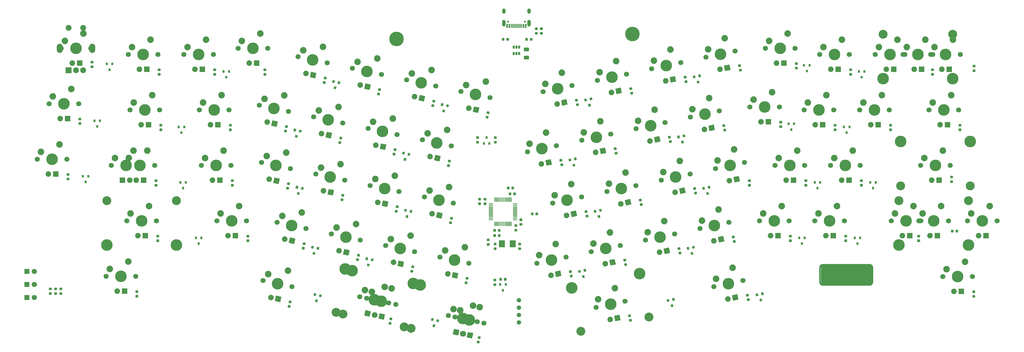
<source format=gbr>
G04 #@! TF.GenerationSoftware,KiCad,Pcbnew,(5.1.4)-1*
G04 #@! TF.CreationDate,2021-03-07T19:39:02-05:00*
G04 #@! TF.ProjectId,f103,66313033-2e6b-4696-9361-645f70636258,rev?*
G04 #@! TF.SameCoordinates,Original*
G04 #@! TF.FileFunction,Soldermask,Bot*
G04 #@! TF.FilePolarity,Negative*
%FSLAX46Y46*%
G04 Gerber Fmt 4.6, Leading zero omitted, Abs format (unit mm)*
G04 Created by KiCad (PCBNEW (5.1.4)-1) date 2021-03-07 19:39:02*
%MOMM*%
%LPD*%
G04 APERTURE LIST*
%ADD10C,0.100000*%
%ADD11C,0.500000*%
%ADD12C,2.000000*%
%ADD13O,2.000000X3.200000*%
%ADD14R,2.000000X2.000000*%
%ADD15C,1.500000*%
%ADD16C,2.250000*%
%ADD17C,3.987800*%
%ADD18C,1.905000*%
%ADD19C,1.750000*%
%ADD20C,0.300000*%
%ADD21R,0.575000X1.450000*%
%ADD22R,0.300000X1.450000*%
%ADD23C,0.650000*%
%ADD24O,1.200000X2.300000*%
%ADD25O,1.200000X1.800000*%
%ADD26C,0.875000*%
%ADD27R,1.800000X1.800000*%
%ADD28C,1.800000*%
%ADD29C,1.250000*%
%ADD30R,0.800000X0.900000*%
%ADD31C,3.048000*%
%ADD32R,1.905000X1.905000*%
%ADD33C,0.800000*%
%ADD34R,0.650000X1.060000*%
%ADD35R,2.000000X2.400000*%
%ADD36C,5.000000*%
G04 APERTURE END LIST*
D10*
G36*
X255601221Y-74536299D02*
G01*
X273127221Y-74536299D01*
X273127221Y-81064099D01*
X255601221Y-81064099D01*
X255601221Y-74536299D01*
G37*
X255601221Y-74536299D02*
X273127221Y-74536299D01*
X273127221Y-81064099D01*
X255601221Y-81064099D01*
X255601221Y-74536299D01*
D11*
X256313421Y-81287499D02*
G75*
G02X255313421Y-80287499I0J1000000D01*
G01*
X273313421Y-80287499D02*
G75*
G02X272313421Y-81287499I-1000000J0D01*
G01*
X272313421Y-74287499D02*
G75*
G02X273313421Y-75287499I0J-1000000D01*
G01*
X255313421Y-75287499D02*
G75*
G02X256313421Y-74287499I1000000J0D01*
G01*
X272313421Y-81287499D02*
X256313421Y-81287499D01*
X256313421Y-74287499D02*
X272313421Y-74287499D01*
X273313421Y-75287499D02*
X273313421Y-80287499D01*
X255313421Y-75287499D02*
X255313421Y-80287499D01*
D12*
X2500000Y7000000D03*
X-2500000Y7000000D03*
D13*
X5600000Y0D03*
X-5600000Y0D03*
D12*
X2500000Y-7500000D03*
X0Y-7500000D03*
D14*
X-2500000Y-7500000D03*
D15*
X152000001Y-86500000D03*
X152000000Y-89040000D03*
X152000000Y-91580000D03*
X152000001Y-94120000D03*
D16*
X133422685Y-68292105D03*
D17*
X129881999Y-72732999D03*
D16*
X126683352Y-69456361D03*
D18*
X127583560Y-77437941D03*
X130068055Y-77966037D03*
D10*
G36*
X128938334Y-78699687D02*
G01*
X129334405Y-76836316D01*
X131197776Y-77232387D01*
X130801705Y-79095758D01*
X128938334Y-78699687D01*
X128938334Y-78699687D01*
G37*
D19*
X124913009Y-71676808D03*
X134850989Y-73789190D03*
D10*
G36*
X149362852Y-59548367D02*
G01*
X149370133Y-59549447D01*
X149377272Y-59551235D01*
X149384202Y-59553715D01*
X149390856Y-59556862D01*
X149397169Y-59560646D01*
X149403080Y-59565030D01*
X149408534Y-59569973D01*
X149413477Y-59575427D01*
X149417861Y-59581338D01*
X149421645Y-59587651D01*
X149424792Y-59594305D01*
X149427272Y-59601235D01*
X149429060Y-59608374D01*
X149430140Y-59615655D01*
X149430501Y-59623006D01*
X149430501Y-60948006D01*
X149430140Y-60955357D01*
X149429060Y-60962638D01*
X149427272Y-60969777D01*
X149424792Y-60976707D01*
X149421645Y-60983361D01*
X149417861Y-60989674D01*
X149413477Y-60995585D01*
X149408534Y-61001039D01*
X149403080Y-61005982D01*
X149397169Y-61010366D01*
X149390856Y-61014150D01*
X149384202Y-61017297D01*
X149377272Y-61019777D01*
X149370133Y-61021565D01*
X149362852Y-61022645D01*
X149355501Y-61023006D01*
X149205501Y-61023006D01*
X149198150Y-61022645D01*
X149190869Y-61021565D01*
X149183730Y-61019777D01*
X149176800Y-61017297D01*
X149170146Y-61014150D01*
X149163833Y-61010366D01*
X149157922Y-61005982D01*
X149152468Y-61001039D01*
X149147525Y-60995585D01*
X149143141Y-60989674D01*
X149139357Y-60983361D01*
X149136210Y-60976707D01*
X149133730Y-60969777D01*
X149131942Y-60962638D01*
X149130862Y-60955357D01*
X149130501Y-60948006D01*
X149130501Y-59623006D01*
X149130862Y-59615655D01*
X149131942Y-59608374D01*
X149133730Y-59601235D01*
X149136210Y-59594305D01*
X149139357Y-59587651D01*
X149143141Y-59581338D01*
X149147525Y-59575427D01*
X149152468Y-59569973D01*
X149157922Y-59565030D01*
X149163833Y-59560646D01*
X149170146Y-59556862D01*
X149176800Y-59553715D01*
X149183730Y-59551235D01*
X149190869Y-59549447D01*
X149198150Y-59548367D01*
X149205501Y-59548006D01*
X149355501Y-59548006D01*
X149362852Y-59548367D01*
X149362852Y-59548367D01*
G37*
D20*
X149280501Y-60285506D03*
D10*
G36*
X148862852Y-59548367D02*
G01*
X148870133Y-59549447D01*
X148877272Y-59551235D01*
X148884202Y-59553715D01*
X148890856Y-59556862D01*
X148897169Y-59560646D01*
X148903080Y-59565030D01*
X148908534Y-59569973D01*
X148913477Y-59575427D01*
X148917861Y-59581338D01*
X148921645Y-59587651D01*
X148924792Y-59594305D01*
X148927272Y-59601235D01*
X148929060Y-59608374D01*
X148930140Y-59615655D01*
X148930501Y-59623006D01*
X148930501Y-60948006D01*
X148930140Y-60955357D01*
X148929060Y-60962638D01*
X148927272Y-60969777D01*
X148924792Y-60976707D01*
X148921645Y-60983361D01*
X148917861Y-60989674D01*
X148913477Y-60995585D01*
X148908534Y-61001039D01*
X148903080Y-61005982D01*
X148897169Y-61010366D01*
X148890856Y-61014150D01*
X148884202Y-61017297D01*
X148877272Y-61019777D01*
X148870133Y-61021565D01*
X148862852Y-61022645D01*
X148855501Y-61023006D01*
X148705501Y-61023006D01*
X148698150Y-61022645D01*
X148690869Y-61021565D01*
X148683730Y-61019777D01*
X148676800Y-61017297D01*
X148670146Y-61014150D01*
X148663833Y-61010366D01*
X148657922Y-61005982D01*
X148652468Y-61001039D01*
X148647525Y-60995585D01*
X148643141Y-60989674D01*
X148639357Y-60983361D01*
X148636210Y-60976707D01*
X148633730Y-60969777D01*
X148631942Y-60962638D01*
X148630862Y-60955357D01*
X148630501Y-60948006D01*
X148630501Y-59623006D01*
X148630862Y-59615655D01*
X148631942Y-59608374D01*
X148633730Y-59601235D01*
X148636210Y-59594305D01*
X148639357Y-59587651D01*
X148643141Y-59581338D01*
X148647525Y-59575427D01*
X148652468Y-59569973D01*
X148657922Y-59565030D01*
X148663833Y-59560646D01*
X148670146Y-59556862D01*
X148676800Y-59553715D01*
X148683730Y-59551235D01*
X148690869Y-59549447D01*
X148698150Y-59548367D01*
X148705501Y-59548006D01*
X148855501Y-59548006D01*
X148862852Y-59548367D01*
X148862852Y-59548367D01*
G37*
D20*
X148780501Y-60285506D03*
D10*
G36*
X148362852Y-59548367D02*
G01*
X148370133Y-59549447D01*
X148377272Y-59551235D01*
X148384202Y-59553715D01*
X148390856Y-59556862D01*
X148397169Y-59560646D01*
X148403080Y-59565030D01*
X148408534Y-59569973D01*
X148413477Y-59575427D01*
X148417861Y-59581338D01*
X148421645Y-59587651D01*
X148424792Y-59594305D01*
X148427272Y-59601235D01*
X148429060Y-59608374D01*
X148430140Y-59615655D01*
X148430501Y-59623006D01*
X148430501Y-60948006D01*
X148430140Y-60955357D01*
X148429060Y-60962638D01*
X148427272Y-60969777D01*
X148424792Y-60976707D01*
X148421645Y-60983361D01*
X148417861Y-60989674D01*
X148413477Y-60995585D01*
X148408534Y-61001039D01*
X148403080Y-61005982D01*
X148397169Y-61010366D01*
X148390856Y-61014150D01*
X148384202Y-61017297D01*
X148377272Y-61019777D01*
X148370133Y-61021565D01*
X148362852Y-61022645D01*
X148355501Y-61023006D01*
X148205501Y-61023006D01*
X148198150Y-61022645D01*
X148190869Y-61021565D01*
X148183730Y-61019777D01*
X148176800Y-61017297D01*
X148170146Y-61014150D01*
X148163833Y-61010366D01*
X148157922Y-61005982D01*
X148152468Y-61001039D01*
X148147525Y-60995585D01*
X148143141Y-60989674D01*
X148139357Y-60983361D01*
X148136210Y-60976707D01*
X148133730Y-60969777D01*
X148131942Y-60962638D01*
X148130862Y-60955357D01*
X148130501Y-60948006D01*
X148130501Y-59623006D01*
X148130862Y-59615655D01*
X148131942Y-59608374D01*
X148133730Y-59601235D01*
X148136210Y-59594305D01*
X148139357Y-59587651D01*
X148143141Y-59581338D01*
X148147525Y-59575427D01*
X148152468Y-59569973D01*
X148157922Y-59565030D01*
X148163833Y-59560646D01*
X148170146Y-59556862D01*
X148176800Y-59553715D01*
X148183730Y-59551235D01*
X148190869Y-59549447D01*
X148198150Y-59548367D01*
X148205501Y-59548006D01*
X148355501Y-59548006D01*
X148362852Y-59548367D01*
X148362852Y-59548367D01*
G37*
D20*
X148280501Y-60285506D03*
D10*
G36*
X147862852Y-59548367D02*
G01*
X147870133Y-59549447D01*
X147877272Y-59551235D01*
X147884202Y-59553715D01*
X147890856Y-59556862D01*
X147897169Y-59560646D01*
X147903080Y-59565030D01*
X147908534Y-59569973D01*
X147913477Y-59575427D01*
X147917861Y-59581338D01*
X147921645Y-59587651D01*
X147924792Y-59594305D01*
X147927272Y-59601235D01*
X147929060Y-59608374D01*
X147930140Y-59615655D01*
X147930501Y-59623006D01*
X147930501Y-60948006D01*
X147930140Y-60955357D01*
X147929060Y-60962638D01*
X147927272Y-60969777D01*
X147924792Y-60976707D01*
X147921645Y-60983361D01*
X147917861Y-60989674D01*
X147913477Y-60995585D01*
X147908534Y-61001039D01*
X147903080Y-61005982D01*
X147897169Y-61010366D01*
X147890856Y-61014150D01*
X147884202Y-61017297D01*
X147877272Y-61019777D01*
X147870133Y-61021565D01*
X147862852Y-61022645D01*
X147855501Y-61023006D01*
X147705501Y-61023006D01*
X147698150Y-61022645D01*
X147690869Y-61021565D01*
X147683730Y-61019777D01*
X147676800Y-61017297D01*
X147670146Y-61014150D01*
X147663833Y-61010366D01*
X147657922Y-61005982D01*
X147652468Y-61001039D01*
X147647525Y-60995585D01*
X147643141Y-60989674D01*
X147639357Y-60983361D01*
X147636210Y-60976707D01*
X147633730Y-60969777D01*
X147631942Y-60962638D01*
X147630862Y-60955357D01*
X147630501Y-60948006D01*
X147630501Y-59623006D01*
X147630862Y-59615655D01*
X147631942Y-59608374D01*
X147633730Y-59601235D01*
X147636210Y-59594305D01*
X147639357Y-59587651D01*
X147643141Y-59581338D01*
X147647525Y-59575427D01*
X147652468Y-59569973D01*
X147657922Y-59565030D01*
X147663833Y-59560646D01*
X147670146Y-59556862D01*
X147676800Y-59553715D01*
X147683730Y-59551235D01*
X147690869Y-59549447D01*
X147698150Y-59548367D01*
X147705501Y-59548006D01*
X147855501Y-59548006D01*
X147862852Y-59548367D01*
X147862852Y-59548367D01*
G37*
D20*
X147780501Y-60285506D03*
D10*
G36*
X147362852Y-59548367D02*
G01*
X147370133Y-59549447D01*
X147377272Y-59551235D01*
X147384202Y-59553715D01*
X147390856Y-59556862D01*
X147397169Y-59560646D01*
X147403080Y-59565030D01*
X147408534Y-59569973D01*
X147413477Y-59575427D01*
X147417861Y-59581338D01*
X147421645Y-59587651D01*
X147424792Y-59594305D01*
X147427272Y-59601235D01*
X147429060Y-59608374D01*
X147430140Y-59615655D01*
X147430501Y-59623006D01*
X147430501Y-60948006D01*
X147430140Y-60955357D01*
X147429060Y-60962638D01*
X147427272Y-60969777D01*
X147424792Y-60976707D01*
X147421645Y-60983361D01*
X147417861Y-60989674D01*
X147413477Y-60995585D01*
X147408534Y-61001039D01*
X147403080Y-61005982D01*
X147397169Y-61010366D01*
X147390856Y-61014150D01*
X147384202Y-61017297D01*
X147377272Y-61019777D01*
X147370133Y-61021565D01*
X147362852Y-61022645D01*
X147355501Y-61023006D01*
X147205501Y-61023006D01*
X147198150Y-61022645D01*
X147190869Y-61021565D01*
X147183730Y-61019777D01*
X147176800Y-61017297D01*
X147170146Y-61014150D01*
X147163833Y-61010366D01*
X147157922Y-61005982D01*
X147152468Y-61001039D01*
X147147525Y-60995585D01*
X147143141Y-60989674D01*
X147139357Y-60983361D01*
X147136210Y-60976707D01*
X147133730Y-60969777D01*
X147131942Y-60962638D01*
X147130862Y-60955357D01*
X147130501Y-60948006D01*
X147130501Y-59623006D01*
X147130862Y-59615655D01*
X147131942Y-59608374D01*
X147133730Y-59601235D01*
X147136210Y-59594305D01*
X147139357Y-59587651D01*
X147143141Y-59581338D01*
X147147525Y-59575427D01*
X147152468Y-59569973D01*
X147157922Y-59565030D01*
X147163833Y-59560646D01*
X147170146Y-59556862D01*
X147176800Y-59553715D01*
X147183730Y-59551235D01*
X147190869Y-59549447D01*
X147198150Y-59548367D01*
X147205501Y-59548006D01*
X147355501Y-59548006D01*
X147362852Y-59548367D01*
X147362852Y-59548367D01*
G37*
D20*
X147280501Y-60285506D03*
D10*
G36*
X146862852Y-59548367D02*
G01*
X146870133Y-59549447D01*
X146877272Y-59551235D01*
X146884202Y-59553715D01*
X146890856Y-59556862D01*
X146897169Y-59560646D01*
X146903080Y-59565030D01*
X146908534Y-59569973D01*
X146913477Y-59575427D01*
X146917861Y-59581338D01*
X146921645Y-59587651D01*
X146924792Y-59594305D01*
X146927272Y-59601235D01*
X146929060Y-59608374D01*
X146930140Y-59615655D01*
X146930501Y-59623006D01*
X146930501Y-60948006D01*
X146930140Y-60955357D01*
X146929060Y-60962638D01*
X146927272Y-60969777D01*
X146924792Y-60976707D01*
X146921645Y-60983361D01*
X146917861Y-60989674D01*
X146913477Y-60995585D01*
X146908534Y-61001039D01*
X146903080Y-61005982D01*
X146897169Y-61010366D01*
X146890856Y-61014150D01*
X146884202Y-61017297D01*
X146877272Y-61019777D01*
X146870133Y-61021565D01*
X146862852Y-61022645D01*
X146855501Y-61023006D01*
X146705501Y-61023006D01*
X146698150Y-61022645D01*
X146690869Y-61021565D01*
X146683730Y-61019777D01*
X146676800Y-61017297D01*
X146670146Y-61014150D01*
X146663833Y-61010366D01*
X146657922Y-61005982D01*
X146652468Y-61001039D01*
X146647525Y-60995585D01*
X146643141Y-60989674D01*
X146639357Y-60983361D01*
X146636210Y-60976707D01*
X146633730Y-60969777D01*
X146631942Y-60962638D01*
X146630862Y-60955357D01*
X146630501Y-60948006D01*
X146630501Y-59623006D01*
X146630862Y-59615655D01*
X146631942Y-59608374D01*
X146633730Y-59601235D01*
X146636210Y-59594305D01*
X146639357Y-59587651D01*
X146643141Y-59581338D01*
X146647525Y-59575427D01*
X146652468Y-59569973D01*
X146657922Y-59565030D01*
X146663833Y-59560646D01*
X146670146Y-59556862D01*
X146676800Y-59553715D01*
X146683730Y-59551235D01*
X146690869Y-59549447D01*
X146698150Y-59548367D01*
X146705501Y-59548006D01*
X146855501Y-59548006D01*
X146862852Y-59548367D01*
X146862852Y-59548367D01*
G37*
D20*
X146780501Y-60285506D03*
D10*
G36*
X146362852Y-59548367D02*
G01*
X146370133Y-59549447D01*
X146377272Y-59551235D01*
X146384202Y-59553715D01*
X146390856Y-59556862D01*
X146397169Y-59560646D01*
X146403080Y-59565030D01*
X146408534Y-59569973D01*
X146413477Y-59575427D01*
X146417861Y-59581338D01*
X146421645Y-59587651D01*
X146424792Y-59594305D01*
X146427272Y-59601235D01*
X146429060Y-59608374D01*
X146430140Y-59615655D01*
X146430501Y-59623006D01*
X146430501Y-60948006D01*
X146430140Y-60955357D01*
X146429060Y-60962638D01*
X146427272Y-60969777D01*
X146424792Y-60976707D01*
X146421645Y-60983361D01*
X146417861Y-60989674D01*
X146413477Y-60995585D01*
X146408534Y-61001039D01*
X146403080Y-61005982D01*
X146397169Y-61010366D01*
X146390856Y-61014150D01*
X146384202Y-61017297D01*
X146377272Y-61019777D01*
X146370133Y-61021565D01*
X146362852Y-61022645D01*
X146355501Y-61023006D01*
X146205501Y-61023006D01*
X146198150Y-61022645D01*
X146190869Y-61021565D01*
X146183730Y-61019777D01*
X146176800Y-61017297D01*
X146170146Y-61014150D01*
X146163833Y-61010366D01*
X146157922Y-61005982D01*
X146152468Y-61001039D01*
X146147525Y-60995585D01*
X146143141Y-60989674D01*
X146139357Y-60983361D01*
X146136210Y-60976707D01*
X146133730Y-60969777D01*
X146131942Y-60962638D01*
X146130862Y-60955357D01*
X146130501Y-60948006D01*
X146130501Y-59623006D01*
X146130862Y-59615655D01*
X146131942Y-59608374D01*
X146133730Y-59601235D01*
X146136210Y-59594305D01*
X146139357Y-59587651D01*
X146143141Y-59581338D01*
X146147525Y-59575427D01*
X146152468Y-59569973D01*
X146157922Y-59565030D01*
X146163833Y-59560646D01*
X146170146Y-59556862D01*
X146176800Y-59553715D01*
X146183730Y-59551235D01*
X146190869Y-59549447D01*
X146198150Y-59548367D01*
X146205501Y-59548006D01*
X146355501Y-59548006D01*
X146362852Y-59548367D01*
X146362852Y-59548367D01*
G37*
D20*
X146280501Y-60285506D03*
D10*
G36*
X145862852Y-59548367D02*
G01*
X145870133Y-59549447D01*
X145877272Y-59551235D01*
X145884202Y-59553715D01*
X145890856Y-59556862D01*
X145897169Y-59560646D01*
X145903080Y-59565030D01*
X145908534Y-59569973D01*
X145913477Y-59575427D01*
X145917861Y-59581338D01*
X145921645Y-59587651D01*
X145924792Y-59594305D01*
X145927272Y-59601235D01*
X145929060Y-59608374D01*
X145930140Y-59615655D01*
X145930501Y-59623006D01*
X145930501Y-60948006D01*
X145930140Y-60955357D01*
X145929060Y-60962638D01*
X145927272Y-60969777D01*
X145924792Y-60976707D01*
X145921645Y-60983361D01*
X145917861Y-60989674D01*
X145913477Y-60995585D01*
X145908534Y-61001039D01*
X145903080Y-61005982D01*
X145897169Y-61010366D01*
X145890856Y-61014150D01*
X145884202Y-61017297D01*
X145877272Y-61019777D01*
X145870133Y-61021565D01*
X145862852Y-61022645D01*
X145855501Y-61023006D01*
X145705501Y-61023006D01*
X145698150Y-61022645D01*
X145690869Y-61021565D01*
X145683730Y-61019777D01*
X145676800Y-61017297D01*
X145670146Y-61014150D01*
X145663833Y-61010366D01*
X145657922Y-61005982D01*
X145652468Y-61001039D01*
X145647525Y-60995585D01*
X145643141Y-60989674D01*
X145639357Y-60983361D01*
X145636210Y-60976707D01*
X145633730Y-60969777D01*
X145631942Y-60962638D01*
X145630862Y-60955357D01*
X145630501Y-60948006D01*
X145630501Y-59623006D01*
X145630862Y-59615655D01*
X145631942Y-59608374D01*
X145633730Y-59601235D01*
X145636210Y-59594305D01*
X145639357Y-59587651D01*
X145643141Y-59581338D01*
X145647525Y-59575427D01*
X145652468Y-59569973D01*
X145657922Y-59565030D01*
X145663833Y-59560646D01*
X145670146Y-59556862D01*
X145676800Y-59553715D01*
X145683730Y-59551235D01*
X145690869Y-59549447D01*
X145698150Y-59548367D01*
X145705501Y-59548006D01*
X145855501Y-59548006D01*
X145862852Y-59548367D01*
X145862852Y-59548367D01*
G37*
D20*
X145780501Y-60285506D03*
D10*
G36*
X145362852Y-59548367D02*
G01*
X145370133Y-59549447D01*
X145377272Y-59551235D01*
X145384202Y-59553715D01*
X145390856Y-59556862D01*
X145397169Y-59560646D01*
X145403080Y-59565030D01*
X145408534Y-59569973D01*
X145413477Y-59575427D01*
X145417861Y-59581338D01*
X145421645Y-59587651D01*
X145424792Y-59594305D01*
X145427272Y-59601235D01*
X145429060Y-59608374D01*
X145430140Y-59615655D01*
X145430501Y-59623006D01*
X145430501Y-60948006D01*
X145430140Y-60955357D01*
X145429060Y-60962638D01*
X145427272Y-60969777D01*
X145424792Y-60976707D01*
X145421645Y-60983361D01*
X145417861Y-60989674D01*
X145413477Y-60995585D01*
X145408534Y-61001039D01*
X145403080Y-61005982D01*
X145397169Y-61010366D01*
X145390856Y-61014150D01*
X145384202Y-61017297D01*
X145377272Y-61019777D01*
X145370133Y-61021565D01*
X145362852Y-61022645D01*
X145355501Y-61023006D01*
X145205501Y-61023006D01*
X145198150Y-61022645D01*
X145190869Y-61021565D01*
X145183730Y-61019777D01*
X145176800Y-61017297D01*
X145170146Y-61014150D01*
X145163833Y-61010366D01*
X145157922Y-61005982D01*
X145152468Y-61001039D01*
X145147525Y-60995585D01*
X145143141Y-60989674D01*
X145139357Y-60983361D01*
X145136210Y-60976707D01*
X145133730Y-60969777D01*
X145131942Y-60962638D01*
X145130862Y-60955357D01*
X145130501Y-60948006D01*
X145130501Y-59623006D01*
X145130862Y-59615655D01*
X145131942Y-59608374D01*
X145133730Y-59601235D01*
X145136210Y-59594305D01*
X145139357Y-59587651D01*
X145143141Y-59581338D01*
X145147525Y-59575427D01*
X145152468Y-59569973D01*
X145157922Y-59565030D01*
X145163833Y-59560646D01*
X145170146Y-59556862D01*
X145176800Y-59553715D01*
X145183730Y-59551235D01*
X145190869Y-59549447D01*
X145198150Y-59548367D01*
X145205501Y-59548006D01*
X145355501Y-59548006D01*
X145362852Y-59548367D01*
X145362852Y-59548367D01*
G37*
D20*
X145280501Y-60285506D03*
D10*
G36*
X144862852Y-59548367D02*
G01*
X144870133Y-59549447D01*
X144877272Y-59551235D01*
X144884202Y-59553715D01*
X144890856Y-59556862D01*
X144897169Y-59560646D01*
X144903080Y-59565030D01*
X144908534Y-59569973D01*
X144913477Y-59575427D01*
X144917861Y-59581338D01*
X144921645Y-59587651D01*
X144924792Y-59594305D01*
X144927272Y-59601235D01*
X144929060Y-59608374D01*
X144930140Y-59615655D01*
X144930501Y-59623006D01*
X144930501Y-60948006D01*
X144930140Y-60955357D01*
X144929060Y-60962638D01*
X144927272Y-60969777D01*
X144924792Y-60976707D01*
X144921645Y-60983361D01*
X144917861Y-60989674D01*
X144913477Y-60995585D01*
X144908534Y-61001039D01*
X144903080Y-61005982D01*
X144897169Y-61010366D01*
X144890856Y-61014150D01*
X144884202Y-61017297D01*
X144877272Y-61019777D01*
X144870133Y-61021565D01*
X144862852Y-61022645D01*
X144855501Y-61023006D01*
X144705501Y-61023006D01*
X144698150Y-61022645D01*
X144690869Y-61021565D01*
X144683730Y-61019777D01*
X144676800Y-61017297D01*
X144670146Y-61014150D01*
X144663833Y-61010366D01*
X144657922Y-61005982D01*
X144652468Y-61001039D01*
X144647525Y-60995585D01*
X144643141Y-60989674D01*
X144639357Y-60983361D01*
X144636210Y-60976707D01*
X144633730Y-60969777D01*
X144631942Y-60962638D01*
X144630862Y-60955357D01*
X144630501Y-60948006D01*
X144630501Y-59623006D01*
X144630862Y-59615655D01*
X144631942Y-59608374D01*
X144633730Y-59601235D01*
X144636210Y-59594305D01*
X144639357Y-59587651D01*
X144643141Y-59581338D01*
X144647525Y-59575427D01*
X144652468Y-59569973D01*
X144657922Y-59565030D01*
X144663833Y-59560646D01*
X144670146Y-59556862D01*
X144676800Y-59553715D01*
X144683730Y-59551235D01*
X144690869Y-59549447D01*
X144698150Y-59548367D01*
X144705501Y-59548006D01*
X144855501Y-59548006D01*
X144862852Y-59548367D01*
X144862852Y-59548367D01*
G37*
D20*
X144780501Y-60285506D03*
D10*
G36*
X144362852Y-59548367D02*
G01*
X144370133Y-59549447D01*
X144377272Y-59551235D01*
X144384202Y-59553715D01*
X144390856Y-59556862D01*
X144397169Y-59560646D01*
X144403080Y-59565030D01*
X144408534Y-59569973D01*
X144413477Y-59575427D01*
X144417861Y-59581338D01*
X144421645Y-59587651D01*
X144424792Y-59594305D01*
X144427272Y-59601235D01*
X144429060Y-59608374D01*
X144430140Y-59615655D01*
X144430501Y-59623006D01*
X144430501Y-60948006D01*
X144430140Y-60955357D01*
X144429060Y-60962638D01*
X144427272Y-60969777D01*
X144424792Y-60976707D01*
X144421645Y-60983361D01*
X144417861Y-60989674D01*
X144413477Y-60995585D01*
X144408534Y-61001039D01*
X144403080Y-61005982D01*
X144397169Y-61010366D01*
X144390856Y-61014150D01*
X144384202Y-61017297D01*
X144377272Y-61019777D01*
X144370133Y-61021565D01*
X144362852Y-61022645D01*
X144355501Y-61023006D01*
X144205501Y-61023006D01*
X144198150Y-61022645D01*
X144190869Y-61021565D01*
X144183730Y-61019777D01*
X144176800Y-61017297D01*
X144170146Y-61014150D01*
X144163833Y-61010366D01*
X144157922Y-61005982D01*
X144152468Y-61001039D01*
X144147525Y-60995585D01*
X144143141Y-60989674D01*
X144139357Y-60983361D01*
X144136210Y-60976707D01*
X144133730Y-60969777D01*
X144131942Y-60962638D01*
X144130862Y-60955357D01*
X144130501Y-60948006D01*
X144130501Y-59623006D01*
X144130862Y-59615655D01*
X144131942Y-59608374D01*
X144133730Y-59601235D01*
X144136210Y-59594305D01*
X144139357Y-59587651D01*
X144143141Y-59581338D01*
X144147525Y-59575427D01*
X144152468Y-59569973D01*
X144157922Y-59565030D01*
X144163833Y-59560646D01*
X144170146Y-59556862D01*
X144176800Y-59553715D01*
X144183730Y-59551235D01*
X144190869Y-59549447D01*
X144198150Y-59548367D01*
X144205501Y-59548006D01*
X144355501Y-59548006D01*
X144362852Y-59548367D01*
X144362852Y-59548367D01*
G37*
D20*
X144280501Y-60285506D03*
D10*
G36*
X143862852Y-59548367D02*
G01*
X143870133Y-59549447D01*
X143877272Y-59551235D01*
X143884202Y-59553715D01*
X143890856Y-59556862D01*
X143897169Y-59560646D01*
X143903080Y-59565030D01*
X143908534Y-59569973D01*
X143913477Y-59575427D01*
X143917861Y-59581338D01*
X143921645Y-59587651D01*
X143924792Y-59594305D01*
X143927272Y-59601235D01*
X143929060Y-59608374D01*
X143930140Y-59615655D01*
X143930501Y-59623006D01*
X143930501Y-60948006D01*
X143930140Y-60955357D01*
X143929060Y-60962638D01*
X143927272Y-60969777D01*
X143924792Y-60976707D01*
X143921645Y-60983361D01*
X143917861Y-60989674D01*
X143913477Y-60995585D01*
X143908534Y-61001039D01*
X143903080Y-61005982D01*
X143897169Y-61010366D01*
X143890856Y-61014150D01*
X143884202Y-61017297D01*
X143877272Y-61019777D01*
X143870133Y-61021565D01*
X143862852Y-61022645D01*
X143855501Y-61023006D01*
X143705501Y-61023006D01*
X143698150Y-61022645D01*
X143690869Y-61021565D01*
X143683730Y-61019777D01*
X143676800Y-61017297D01*
X143670146Y-61014150D01*
X143663833Y-61010366D01*
X143657922Y-61005982D01*
X143652468Y-61001039D01*
X143647525Y-60995585D01*
X143643141Y-60989674D01*
X143639357Y-60983361D01*
X143636210Y-60976707D01*
X143633730Y-60969777D01*
X143631942Y-60962638D01*
X143630862Y-60955357D01*
X143630501Y-60948006D01*
X143630501Y-59623006D01*
X143630862Y-59615655D01*
X143631942Y-59608374D01*
X143633730Y-59601235D01*
X143636210Y-59594305D01*
X143639357Y-59587651D01*
X143643141Y-59581338D01*
X143647525Y-59575427D01*
X143652468Y-59569973D01*
X143657922Y-59565030D01*
X143663833Y-59560646D01*
X143670146Y-59556862D01*
X143676800Y-59553715D01*
X143683730Y-59551235D01*
X143690869Y-59549447D01*
X143698150Y-59548367D01*
X143705501Y-59548006D01*
X143855501Y-59548006D01*
X143862852Y-59548367D01*
X143862852Y-59548367D01*
G37*
D20*
X143780501Y-60285506D03*
D10*
G36*
X143037852Y-58723367D02*
G01*
X143045133Y-58724447D01*
X143052272Y-58726235D01*
X143059202Y-58728715D01*
X143065856Y-58731862D01*
X143072169Y-58735646D01*
X143078080Y-58740030D01*
X143083534Y-58744973D01*
X143088477Y-58750427D01*
X143092861Y-58756338D01*
X143096645Y-58762651D01*
X143099792Y-58769305D01*
X143102272Y-58776235D01*
X143104060Y-58783374D01*
X143105140Y-58790655D01*
X143105501Y-58798006D01*
X143105501Y-58948006D01*
X143105140Y-58955357D01*
X143104060Y-58962638D01*
X143102272Y-58969777D01*
X143099792Y-58976707D01*
X143096645Y-58983361D01*
X143092861Y-58989674D01*
X143088477Y-58995585D01*
X143083534Y-59001039D01*
X143078080Y-59005982D01*
X143072169Y-59010366D01*
X143065856Y-59014150D01*
X143059202Y-59017297D01*
X143052272Y-59019777D01*
X143045133Y-59021565D01*
X143037852Y-59022645D01*
X143030501Y-59023006D01*
X141705501Y-59023006D01*
X141698150Y-59022645D01*
X141690869Y-59021565D01*
X141683730Y-59019777D01*
X141676800Y-59017297D01*
X141670146Y-59014150D01*
X141663833Y-59010366D01*
X141657922Y-59005982D01*
X141652468Y-59001039D01*
X141647525Y-58995585D01*
X141643141Y-58989674D01*
X141639357Y-58983361D01*
X141636210Y-58976707D01*
X141633730Y-58969777D01*
X141631942Y-58962638D01*
X141630862Y-58955357D01*
X141630501Y-58948006D01*
X141630501Y-58798006D01*
X141630862Y-58790655D01*
X141631942Y-58783374D01*
X141633730Y-58776235D01*
X141636210Y-58769305D01*
X141639357Y-58762651D01*
X141643141Y-58756338D01*
X141647525Y-58750427D01*
X141652468Y-58744973D01*
X141657922Y-58740030D01*
X141663833Y-58735646D01*
X141670146Y-58731862D01*
X141676800Y-58728715D01*
X141683730Y-58726235D01*
X141690869Y-58724447D01*
X141698150Y-58723367D01*
X141705501Y-58723006D01*
X143030501Y-58723006D01*
X143037852Y-58723367D01*
X143037852Y-58723367D01*
G37*
D20*
X142368001Y-58873006D03*
D10*
G36*
X143037852Y-58223367D02*
G01*
X143045133Y-58224447D01*
X143052272Y-58226235D01*
X143059202Y-58228715D01*
X143065856Y-58231862D01*
X143072169Y-58235646D01*
X143078080Y-58240030D01*
X143083534Y-58244973D01*
X143088477Y-58250427D01*
X143092861Y-58256338D01*
X143096645Y-58262651D01*
X143099792Y-58269305D01*
X143102272Y-58276235D01*
X143104060Y-58283374D01*
X143105140Y-58290655D01*
X143105501Y-58298006D01*
X143105501Y-58448006D01*
X143105140Y-58455357D01*
X143104060Y-58462638D01*
X143102272Y-58469777D01*
X143099792Y-58476707D01*
X143096645Y-58483361D01*
X143092861Y-58489674D01*
X143088477Y-58495585D01*
X143083534Y-58501039D01*
X143078080Y-58505982D01*
X143072169Y-58510366D01*
X143065856Y-58514150D01*
X143059202Y-58517297D01*
X143052272Y-58519777D01*
X143045133Y-58521565D01*
X143037852Y-58522645D01*
X143030501Y-58523006D01*
X141705501Y-58523006D01*
X141698150Y-58522645D01*
X141690869Y-58521565D01*
X141683730Y-58519777D01*
X141676800Y-58517297D01*
X141670146Y-58514150D01*
X141663833Y-58510366D01*
X141657922Y-58505982D01*
X141652468Y-58501039D01*
X141647525Y-58495585D01*
X141643141Y-58489674D01*
X141639357Y-58483361D01*
X141636210Y-58476707D01*
X141633730Y-58469777D01*
X141631942Y-58462638D01*
X141630862Y-58455357D01*
X141630501Y-58448006D01*
X141630501Y-58298006D01*
X141630862Y-58290655D01*
X141631942Y-58283374D01*
X141633730Y-58276235D01*
X141636210Y-58269305D01*
X141639357Y-58262651D01*
X141643141Y-58256338D01*
X141647525Y-58250427D01*
X141652468Y-58244973D01*
X141657922Y-58240030D01*
X141663833Y-58235646D01*
X141670146Y-58231862D01*
X141676800Y-58228715D01*
X141683730Y-58226235D01*
X141690869Y-58224447D01*
X141698150Y-58223367D01*
X141705501Y-58223006D01*
X143030501Y-58223006D01*
X143037852Y-58223367D01*
X143037852Y-58223367D01*
G37*
D20*
X142368001Y-58373006D03*
D10*
G36*
X143037852Y-57723367D02*
G01*
X143045133Y-57724447D01*
X143052272Y-57726235D01*
X143059202Y-57728715D01*
X143065856Y-57731862D01*
X143072169Y-57735646D01*
X143078080Y-57740030D01*
X143083534Y-57744973D01*
X143088477Y-57750427D01*
X143092861Y-57756338D01*
X143096645Y-57762651D01*
X143099792Y-57769305D01*
X143102272Y-57776235D01*
X143104060Y-57783374D01*
X143105140Y-57790655D01*
X143105501Y-57798006D01*
X143105501Y-57948006D01*
X143105140Y-57955357D01*
X143104060Y-57962638D01*
X143102272Y-57969777D01*
X143099792Y-57976707D01*
X143096645Y-57983361D01*
X143092861Y-57989674D01*
X143088477Y-57995585D01*
X143083534Y-58001039D01*
X143078080Y-58005982D01*
X143072169Y-58010366D01*
X143065856Y-58014150D01*
X143059202Y-58017297D01*
X143052272Y-58019777D01*
X143045133Y-58021565D01*
X143037852Y-58022645D01*
X143030501Y-58023006D01*
X141705501Y-58023006D01*
X141698150Y-58022645D01*
X141690869Y-58021565D01*
X141683730Y-58019777D01*
X141676800Y-58017297D01*
X141670146Y-58014150D01*
X141663833Y-58010366D01*
X141657922Y-58005982D01*
X141652468Y-58001039D01*
X141647525Y-57995585D01*
X141643141Y-57989674D01*
X141639357Y-57983361D01*
X141636210Y-57976707D01*
X141633730Y-57969777D01*
X141631942Y-57962638D01*
X141630862Y-57955357D01*
X141630501Y-57948006D01*
X141630501Y-57798006D01*
X141630862Y-57790655D01*
X141631942Y-57783374D01*
X141633730Y-57776235D01*
X141636210Y-57769305D01*
X141639357Y-57762651D01*
X141643141Y-57756338D01*
X141647525Y-57750427D01*
X141652468Y-57744973D01*
X141657922Y-57740030D01*
X141663833Y-57735646D01*
X141670146Y-57731862D01*
X141676800Y-57728715D01*
X141683730Y-57726235D01*
X141690869Y-57724447D01*
X141698150Y-57723367D01*
X141705501Y-57723006D01*
X143030501Y-57723006D01*
X143037852Y-57723367D01*
X143037852Y-57723367D01*
G37*
D20*
X142368001Y-57873006D03*
D10*
G36*
X143037852Y-57223367D02*
G01*
X143045133Y-57224447D01*
X143052272Y-57226235D01*
X143059202Y-57228715D01*
X143065856Y-57231862D01*
X143072169Y-57235646D01*
X143078080Y-57240030D01*
X143083534Y-57244973D01*
X143088477Y-57250427D01*
X143092861Y-57256338D01*
X143096645Y-57262651D01*
X143099792Y-57269305D01*
X143102272Y-57276235D01*
X143104060Y-57283374D01*
X143105140Y-57290655D01*
X143105501Y-57298006D01*
X143105501Y-57448006D01*
X143105140Y-57455357D01*
X143104060Y-57462638D01*
X143102272Y-57469777D01*
X143099792Y-57476707D01*
X143096645Y-57483361D01*
X143092861Y-57489674D01*
X143088477Y-57495585D01*
X143083534Y-57501039D01*
X143078080Y-57505982D01*
X143072169Y-57510366D01*
X143065856Y-57514150D01*
X143059202Y-57517297D01*
X143052272Y-57519777D01*
X143045133Y-57521565D01*
X143037852Y-57522645D01*
X143030501Y-57523006D01*
X141705501Y-57523006D01*
X141698150Y-57522645D01*
X141690869Y-57521565D01*
X141683730Y-57519777D01*
X141676800Y-57517297D01*
X141670146Y-57514150D01*
X141663833Y-57510366D01*
X141657922Y-57505982D01*
X141652468Y-57501039D01*
X141647525Y-57495585D01*
X141643141Y-57489674D01*
X141639357Y-57483361D01*
X141636210Y-57476707D01*
X141633730Y-57469777D01*
X141631942Y-57462638D01*
X141630862Y-57455357D01*
X141630501Y-57448006D01*
X141630501Y-57298006D01*
X141630862Y-57290655D01*
X141631942Y-57283374D01*
X141633730Y-57276235D01*
X141636210Y-57269305D01*
X141639357Y-57262651D01*
X141643141Y-57256338D01*
X141647525Y-57250427D01*
X141652468Y-57244973D01*
X141657922Y-57240030D01*
X141663833Y-57235646D01*
X141670146Y-57231862D01*
X141676800Y-57228715D01*
X141683730Y-57226235D01*
X141690869Y-57224447D01*
X141698150Y-57223367D01*
X141705501Y-57223006D01*
X143030501Y-57223006D01*
X143037852Y-57223367D01*
X143037852Y-57223367D01*
G37*
D20*
X142368001Y-57373006D03*
D10*
G36*
X143037852Y-56723367D02*
G01*
X143045133Y-56724447D01*
X143052272Y-56726235D01*
X143059202Y-56728715D01*
X143065856Y-56731862D01*
X143072169Y-56735646D01*
X143078080Y-56740030D01*
X143083534Y-56744973D01*
X143088477Y-56750427D01*
X143092861Y-56756338D01*
X143096645Y-56762651D01*
X143099792Y-56769305D01*
X143102272Y-56776235D01*
X143104060Y-56783374D01*
X143105140Y-56790655D01*
X143105501Y-56798006D01*
X143105501Y-56948006D01*
X143105140Y-56955357D01*
X143104060Y-56962638D01*
X143102272Y-56969777D01*
X143099792Y-56976707D01*
X143096645Y-56983361D01*
X143092861Y-56989674D01*
X143088477Y-56995585D01*
X143083534Y-57001039D01*
X143078080Y-57005982D01*
X143072169Y-57010366D01*
X143065856Y-57014150D01*
X143059202Y-57017297D01*
X143052272Y-57019777D01*
X143045133Y-57021565D01*
X143037852Y-57022645D01*
X143030501Y-57023006D01*
X141705501Y-57023006D01*
X141698150Y-57022645D01*
X141690869Y-57021565D01*
X141683730Y-57019777D01*
X141676800Y-57017297D01*
X141670146Y-57014150D01*
X141663833Y-57010366D01*
X141657922Y-57005982D01*
X141652468Y-57001039D01*
X141647525Y-56995585D01*
X141643141Y-56989674D01*
X141639357Y-56983361D01*
X141636210Y-56976707D01*
X141633730Y-56969777D01*
X141631942Y-56962638D01*
X141630862Y-56955357D01*
X141630501Y-56948006D01*
X141630501Y-56798006D01*
X141630862Y-56790655D01*
X141631942Y-56783374D01*
X141633730Y-56776235D01*
X141636210Y-56769305D01*
X141639357Y-56762651D01*
X141643141Y-56756338D01*
X141647525Y-56750427D01*
X141652468Y-56744973D01*
X141657922Y-56740030D01*
X141663833Y-56735646D01*
X141670146Y-56731862D01*
X141676800Y-56728715D01*
X141683730Y-56726235D01*
X141690869Y-56724447D01*
X141698150Y-56723367D01*
X141705501Y-56723006D01*
X143030501Y-56723006D01*
X143037852Y-56723367D01*
X143037852Y-56723367D01*
G37*
D20*
X142368001Y-56873006D03*
D10*
G36*
X143037852Y-56223367D02*
G01*
X143045133Y-56224447D01*
X143052272Y-56226235D01*
X143059202Y-56228715D01*
X143065856Y-56231862D01*
X143072169Y-56235646D01*
X143078080Y-56240030D01*
X143083534Y-56244973D01*
X143088477Y-56250427D01*
X143092861Y-56256338D01*
X143096645Y-56262651D01*
X143099792Y-56269305D01*
X143102272Y-56276235D01*
X143104060Y-56283374D01*
X143105140Y-56290655D01*
X143105501Y-56298006D01*
X143105501Y-56448006D01*
X143105140Y-56455357D01*
X143104060Y-56462638D01*
X143102272Y-56469777D01*
X143099792Y-56476707D01*
X143096645Y-56483361D01*
X143092861Y-56489674D01*
X143088477Y-56495585D01*
X143083534Y-56501039D01*
X143078080Y-56505982D01*
X143072169Y-56510366D01*
X143065856Y-56514150D01*
X143059202Y-56517297D01*
X143052272Y-56519777D01*
X143045133Y-56521565D01*
X143037852Y-56522645D01*
X143030501Y-56523006D01*
X141705501Y-56523006D01*
X141698150Y-56522645D01*
X141690869Y-56521565D01*
X141683730Y-56519777D01*
X141676800Y-56517297D01*
X141670146Y-56514150D01*
X141663833Y-56510366D01*
X141657922Y-56505982D01*
X141652468Y-56501039D01*
X141647525Y-56495585D01*
X141643141Y-56489674D01*
X141639357Y-56483361D01*
X141636210Y-56476707D01*
X141633730Y-56469777D01*
X141631942Y-56462638D01*
X141630862Y-56455357D01*
X141630501Y-56448006D01*
X141630501Y-56298006D01*
X141630862Y-56290655D01*
X141631942Y-56283374D01*
X141633730Y-56276235D01*
X141636210Y-56269305D01*
X141639357Y-56262651D01*
X141643141Y-56256338D01*
X141647525Y-56250427D01*
X141652468Y-56244973D01*
X141657922Y-56240030D01*
X141663833Y-56235646D01*
X141670146Y-56231862D01*
X141676800Y-56228715D01*
X141683730Y-56226235D01*
X141690869Y-56224447D01*
X141698150Y-56223367D01*
X141705501Y-56223006D01*
X143030501Y-56223006D01*
X143037852Y-56223367D01*
X143037852Y-56223367D01*
G37*
D20*
X142368001Y-56373006D03*
D10*
G36*
X143037852Y-55723367D02*
G01*
X143045133Y-55724447D01*
X143052272Y-55726235D01*
X143059202Y-55728715D01*
X143065856Y-55731862D01*
X143072169Y-55735646D01*
X143078080Y-55740030D01*
X143083534Y-55744973D01*
X143088477Y-55750427D01*
X143092861Y-55756338D01*
X143096645Y-55762651D01*
X143099792Y-55769305D01*
X143102272Y-55776235D01*
X143104060Y-55783374D01*
X143105140Y-55790655D01*
X143105501Y-55798006D01*
X143105501Y-55948006D01*
X143105140Y-55955357D01*
X143104060Y-55962638D01*
X143102272Y-55969777D01*
X143099792Y-55976707D01*
X143096645Y-55983361D01*
X143092861Y-55989674D01*
X143088477Y-55995585D01*
X143083534Y-56001039D01*
X143078080Y-56005982D01*
X143072169Y-56010366D01*
X143065856Y-56014150D01*
X143059202Y-56017297D01*
X143052272Y-56019777D01*
X143045133Y-56021565D01*
X143037852Y-56022645D01*
X143030501Y-56023006D01*
X141705501Y-56023006D01*
X141698150Y-56022645D01*
X141690869Y-56021565D01*
X141683730Y-56019777D01*
X141676800Y-56017297D01*
X141670146Y-56014150D01*
X141663833Y-56010366D01*
X141657922Y-56005982D01*
X141652468Y-56001039D01*
X141647525Y-55995585D01*
X141643141Y-55989674D01*
X141639357Y-55983361D01*
X141636210Y-55976707D01*
X141633730Y-55969777D01*
X141631942Y-55962638D01*
X141630862Y-55955357D01*
X141630501Y-55948006D01*
X141630501Y-55798006D01*
X141630862Y-55790655D01*
X141631942Y-55783374D01*
X141633730Y-55776235D01*
X141636210Y-55769305D01*
X141639357Y-55762651D01*
X141643141Y-55756338D01*
X141647525Y-55750427D01*
X141652468Y-55744973D01*
X141657922Y-55740030D01*
X141663833Y-55735646D01*
X141670146Y-55731862D01*
X141676800Y-55728715D01*
X141683730Y-55726235D01*
X141690869Y-55724447D01*
X141698150Y-55723367D01*
X141705501Y-55723006D01*
X143030501Y-55723006D01*
X143037852Y-55723367D01*
X143037852Y-55723367D01*
G37*
D20*
X142368001Y-55873006D03*
D10*
G36*
X143037852Y-55223367D02*
G01*
X143045133Y-55224447D01*
X143052272Y-55226235D01*
X143059202Y-55228715D01*
X143065856Y-55231862D01*
X143072169Y-55235646D01*
X143078080Y-55240030D01*
X143083534Y-55244973D01*
X143088477Y-55250427D01*
X143092861Y-55256338D01*
X143096645Y-55262651D01*
X143099792Y-55269305D01*
X143102272Y-55276235D01*
X143104060Y-55283374D01*
X143105140Y-55290655D01*
X143105501Y-55298006D01*
X143105501Y-55448006D01*
X143105140Y-55455357D01*
X143104060Y-55462638D01*
X143102272Y-55469777D01*
X143099792Y-55476707D01*
X143096645Y-55483361D01*
X143092861Y-55489674D01*
X143088477Y-55495585D01*
X143083534Y-55501039D01*
X143078080Y-55505982D01*
X143072169Y-55510366D01*
X143065856Y-55514150D01*
X143059202Y-55517297D01*
X143052272Y-55519777D01*
X143045133Y-55521565D01*
X143037852Y-55522645D01*
X143030501Y-55523006D01*
X141705501Y-55523006D01*
X141698150Y-55522645D01*
X141690869Y-55521565D01*
X141683730Y-55519777D01*
X141676800Y-55517297D01*
X141670146Y-55514150D01*
X141663833Y-55510366D01*
X141657922Y-55505982D01*
X141652468Y-55501039D01*
X141647525Y-55495585D01*
X141643141Y-55489674D01*
X141639357Y-55483361D01*
X141636210Y-55476707D01*
X141633730Y-55469777D01*
X141631942Y-55462638D01*
X141630862Y-55455357D01*
X141630501Y-55448006D01*
X141630501Y-55298006D01*
X141630862Y-55290655D01*
X141631942Y-55283374D01*
X141633730Y-55276235D01*
X141636210Y-55269305D01*
X141639357Y-55262651D01*
X141643141Y-55256338D01*
X141647525Y-55250427D01*
X141652468Y-55244973D01*
X141657922Y-55240030D01*
X141663833Y-55235646D01*
X141670146Y-55231862D01*
X141676800Y-55228715D01*
X141683730Y-55226235D01*
X141690869Y-55224447D01*
X141698150Y-55223367D01*
X141705501Y-55223006D01*
X143030501Y-55223006D01*
X143037852Y-55223367D01*
X143037852Y-55223367D01*
G37*
D20*
X142368001Y-55373006D03*
D10*
G36*
X143037852Y-54723367D02*
G01*
X143045133Y-54724447D01*
X143052272Y-54726235D01*
X143059202Y-54728715D01*
X143065856Y-54731862D01*
X143072169Y-54735646D01*
X143078080Y-54740030D01*
X143083534Y-54744973D01*
X143088477Y-54750427D01*
X143092861Y-54756338D01*
X143096645Y-54762651D01*
X143099792Y-54769305D01*
X143102272Y-54776235D01*
X143104060Y-54783374D01*
X143105140Y-54790655D01*
X143105501Y-54798006D01*
X143105501Y-54948006D01*
X143105140Y-54955357D01*
X143104060Y-54962638D01*
X143102272Y-54969777D01*
X143099792Y-54976707D01*
X143096645Y-54983361D01*
X143092861Y-54989674D01*
X143088477Y-54995585D01*
X143083534Y-55001039D01*
X143078080Y-55005982D01*
X143072169Y-55010366D01*
X143065856Y-55014150D01*
X143059202Y-55017297D01*
X143052272Y-55019777D01*
X143045133Y-55021565D01*
X143037852Y-55022645D01*
X143030501Y-55023006D01*
X141705501Y-55023006D01*
X141698150Y-55022645D01*
X141690869Y-55021565D01*
X141683730Y-55019777D01*
X141676800Y-55017297D01*
X141670146Y-55014150D01*
X141663833Y-55010366D01*
X141657922Y-55005982D01*
X141652468Y-55001039D01*
X141647525Y-54995585D01*
X141643141Y-54989674D01*
X141639357Y-54983361D01*
X141636210Y-54976707D01*
X141633730Y-54969777D01*
X141631942Y-54962638D01*
X141630862Y-54955357D01*
X141630501Y-54948006D01*
X141630501Y-54798006D01*
X141630862Y-54790655D01*
X141631942Y-54783374D01*
X141633730Y-54776235D01*
X141636210Y-54769305D01*
X141639357Y-54762651D01*
X141643141Y-54756338D01*
X141647525Y-54750427D01*
X141652468Y-54744973D01*
X141657922Y-54740030D01*
X141663833Y-54735646D01*
X141670146Y-54731862D01*
X141676800Y-54728715D01*
X141683730Y-54726235D01*
X141690869Y-54724447D01*
X141698150Y-54723367D01*
X141705501Y-54723006D01*
X143030501Y-54723006D01*
X143037852Y-54723367D01*
X143037852Y-54723367D01*
G37*
D20*
X142368001Y-54873006D03*
D10*
G36*
X143037852Y-54223367D02*
G01*
X143045133Y-54224447D01*
X143052272Y-54226235D01*
X143059202Y-54228715D01*
X143065856Y-54231862D01*
X143072169Y-54235646D01*
X143078080Y-54240030D01*
X143083534Y-54244973D01*
X143088477Y-54250427D01*
X143092861Y-54256338D01*
X143096645Y-54262651D01*
X143099792Y-54269305D01*
X143102272Y-54276235D01*
X143104060Y-54283374D01*
X143105140Y-54290655D01*
X143105501Y-54298006D01*
X143105501Y-54448006D01*
X143105140Y-54455357D01*
X143104060Y-54462638D01*
X143102272Y-54469777D01*
X143099792Y-54476707D01*
X143096645Y-54483361D01*
X143092861Y-54489674D01*
X143088477Y-54495585D01*
X143083534Y-54501039D01*
X143078080Y-54505982D01*
X143072169Y-54510366D01*
X143065856Y-54514150D01*
X143059202Y-54517297D01*
X143052272Y-54519777D01*
X143045133Y-54521565D01*
X143037852Y-54522645D01*
X143030501Y-54523006D01*
X141705501Y-54523006D01*
X141698150Y-54522645D01*
X141690869Y-54521565D01*
X141683730Y-54519777D01*
X141676800Y-54517297D01*
X141670146Y-54514150D01*
X141663833Y-54510366D01*
X141657922Y-54505982D01*
X141652468Y-54501039D01*
X141647525Y-54495585D01*
X141643141Y-54489674D01*
X141639357Y-54483361D01*
X141636210Y-54476707D01*
X141633730Y-54469777D01*
X141631942Y-54462638D01*
X141630862Y-54455357D01*
X141630501Y-54448006D01*
X141630501Y-54298006D01*
X141630862Y-54290655D01*
X141631942Y-54283374D01*
X141633730Y-54276235D01*
X141636210Y-54269305D01*
X141639357Y-54262651D01*
X141643141Y-54256338D01*
X141647525Y-54250427D01*
X141652468Y-54244973D01*
X141657922Y-54240030D01*
X141663833Y-54235646D01*
X141670146Y-54231862D01*
X141676800Y-54228715D01*
X141683730Y-54226235D01*
X141690869Y-54224447D01*
X141698150Y-54223367D01*
X141705501Y-54223006D01*
X143030501Y-54223006D01*
X143037852Y-54223367D01*
X143037852Y-54223367D01*
G37*
D20*
X142368001Y-54373006D03*
D10*
G36*
X143037852Y-53723367D02*
G01*
X143045133Y-53724447D01*
X143052272Y-53726235D01*
X143059202Y-53728715D01*
X143065856Y-53731862D01*
X143072169Y-53735646D01*
X143078080Y-53740030D01*
X143083534Y-53744973D01*
X143088477Y-53750427D01*
X143092861Y-53756338D01*
X143096645Y-53762651D01*
X143099792Y-53769305D01*
X143102272Y-53776235D01*
X143104060Y-53783374D01*
X143105140Y-53790655D01*
X143105501Y-53798006D01*
X143105501Y-53948006D01*
X143105140Y-53955357D01*
X143104060Y-53962638D01*
X143102272Y-53969777D01*
X143099792Y-53976707D01*
X143096645Y-53983361D01*
X143092861Y-53989674D01*
X143088477Y-53995585D01*
X143083534Y-54001039D01*
X143078080Y-54005982D01*
X143072169Y-54010366D01*
X143065856Y-54014150D01*
X143059202Y-54017297D01*
X143052272Y-54019777D01*
X143045133Y-54021565D01*
X143037852Y-54022645D01*
X143030501Y-54023006D01*
X141705501Y-54023006D01*
X141698150Y-54022645D01*
X141690869Y-54021565D01*
X141683730Y-54019777D01*
X141676800Y-54017297D01*
X141670146Y-54014150D01*
X141663833Y-54010366D01*
X141657922Y-54005982D01*
X141652468Y-54001039D01*
X141647525Y-53995585D01*
X141643141Y-53989674D01*
X141639357Y-53983361D01*
X141636210Y-53976707D01*
X141633730Y-53969777D01*
X141631942Y-53962638D01*
X141630862Y-53955357D01*
X141630501Y-53948006D01*
X141630501Y-53798006D01*
X141630862Y-53790655D01*
X141631942Y-53783374D01*
X141633730Y-53776235D01*
X141636210Y-53769305D01*
X141639357Y-53762651D01*
X141643141Y-53756338D01*
X141647525Y-53750427D01*
X141652468Y-53744973D01*
X141657922Y-53740030D01*
X141663833Y-53735646D01*
X141670146Y-53731862D01*
X141676800Y-53728715D01*
X141683730Y-53726235D01*
X141690869Y-53724447D01*
X141698150Y-53723367D01*
X141705501Y-53723006D01*
X143030501Y-53723006D01*
X143037852Y-53723367D01*
X143037852Y-53723367D01*
G37*
D20*
X142368001Y-53873006D03*
D10*
G36*
X143037852Y-53223367D02*
G01*
X143045133Y-53224447D01*
X143052272Y-53226235D01*
X143059202Y-53228715D01*
X143065856Y-53231862D01*
X143072169Y-53235646D01*
X143078080Y-53240030D01*
X143083534Y-53244973D01*
X143088477Y-53250427D01*
X143092861Y-53256338D01*
X143096645Y-53262651D01*
X143099792Y-53269305D01*
X143102272Y-53276235D01*
X143104060Y-53283374D01*
X143105140Y-53290655D01*
X143105501Y-53298006D01*
X143105501Y-53448006D01*
X143105140Y-53455357D01*
X143104060Y-53462638D01*
X143102272Y-53469777D01*
X143099792Y-53476707D01*
X143096645Y-53483361D01*
X143092861Y-53489674D01*
X143088477Y-53495585D01*
X143083534Y-53501039D01*
X143078080Y-53505982D01*
X143072169Y-53510366D01*
X143065856Y-53514150D01*
X143059202Y-53517297D01*
X143052272Y-53519777D01*
X143045133Y-53521565D01*
X143037852Y-53522645D01*
X143030501Y-53523006D01*
X141705501Y-53523006D01*
X141698150Y-53522645D01*
X141690869Y-53521565D01*
X141683730Y-53519777D01*
X141676800Y-53517297D01*
X141670146Y-53514150D01*
X141663833Y-53510366D01*
X141657922Y-53505982D01*
X141652468Y-53501039D01*
X141647525Y-53495585D01*
X141643141Y-53489674D01*
X141639357Y-53483361D01*
X141636210Y-53476707D01*
X141633730Y-53469777D01*
X141631942Y-53462638D01*
X141630862Y-53455357D01*
X141630501Y-53448006D01*
X141630501Y-53298006D01*
X141630862Y-53290655D01*
X141631942Y-53283374D01*
X141633730Y-53276235D01*
X141636210Y-53269305D01*
X141639357Y-53262651D01*
X141643141Y-53256338D01*
X141647525Y-53250427D01*
X141652468Y-53244973D01*
X141657922Y-53240030D01*
X141663833Y-53235646D01*
X141670146Y-53231862D01*
X141676800Y-53228715D01*
X141683730Y-53226235D01*
X141690869Y-53224447D01*
X141698150Y-53223367D01*
X141705501Y-53223006D01*
X143030501Y-53223006D01*
X143037852Y-53223367D01*
X143037852Y-53223367D01*
G37*
D20*
X142368001Y-53373006D03*
D10*
G36*
X143862852Y-51223367D02*
G01*
X143870133Y-51224447D01*
X143877272Y-51226235D01*
X143884202Y-51228715D01*
X143890856Y-51231862D01*
X143897169Y-51235646D01*
X143903080Y-51240030D01*
X143908534Y-51244973D01*
X143913477Y-51250427D01*
X143917861Y-51256338D01*
X143921645Y-51262651D01*
X143924792Y-51269305D01*
X143927272Y-51276235D01*
X143929060Y-51283374D01*
X143930140Y-51290655D01*
X143930501Y-51298006D01*
X143930501Y-52623006D01*
X143930140Y-52630357D01*
X143929060Y-52637638D01*
X143927272Y-52644777D01*
X143924792Y-52651707D01*
X143921645Y-52658361D01*
X143917861Y-52664674D01*
X143913477Y-52670585D01*
X143908534Y-52676039D01*
X143903080Y-52680982D01*
X143897169Y-52685366D01*
X143890856Y-52689150D01*
X143884202Y-52692297D01*
X143877272Y-52694777D01*
X143870133Y-52696565D01*
X143862852Y-52697645D01*
X143855501Y-52698006D01*
X143705501Y-52698006D01*
X143698150Y-52697645D01*
X143690869Y-52696565D01*
X143683730Y-52694777D01*
X143676800Y-52692297D01*
X143670146Y-52689150D01*
X143663833Y-52685366D01*
X143657922Y-52680982D01*
X143652468Y-52676039D01*
X143647525Y-52670585D01*
X143643141Y-52664674D01*
X143639357Y-52658361D01*
X143636210Y-52651707D01*
X143633730Y-52644777D01*
X143631942Y-52637638D01*
X143630862Y-52630357D01*
X143630501Y-52623006D01*
X143630501Y-51298006D01*
X143630862Y-51290655D01*
X143631942Y-51283374D01*
X143633730Y-51276235D01*
X143636210Y-51269305D01*
X143639357Y-51262651D01*
X143643141Y-51256338D01*
X143647525Y-51250427D01*
X143652468Y-51244973D01*
X143657922Y-51240030D01*
X143663833Y-51235646D01*
X143670146Y-51231862D01*
X143676800Y-51228715D01*
X143683730Y-51226235D01*
X143690869Y-51224447D01*
X143698150Y-51223367D01*
X143705501Y-51223006D01*
X143855501Y-51223006D01*
X143862852Y-51223367D01*
X143862852Y-51223367D01*
G37*
D20*
X143780501Y-51960506D03*
D10*
G36*
X144362852Y-51223367D02*
G01*
X144370133Y-51224447D01*
X144377272Y-51226235D01*
X144384202Y-51228715D01*
X144390856Y-51231862D01*
X144397169Y-51235646D01*
X144403080Y-51240030D01*
X144408534Y-51244973D01*
X144413477Y-51250427D01*
X144417861Y-51256338D01*
X144421645Y-51262651D01*
X144424792Y-51269305D01*
X144427272Y-51276235D01*
X144429060Y-51283374D01*
X144430140Y-51290655D01*
X144430501Y-51298006D01*
X144430501Y-52623006D01*
X144430140Y-52630357D01*
X144429060Y-52637638D01*
X144427272Y-52644777D01*
X144424792Y-52651707D01*
X144421645Y-52658361D01*
X144417861Y-52664674D01*
X144413477Y-52670585D01*
X144408534Y-52676039D01*
X144403080Y-52680982D01*
X144397169Y-52685366D01*
X144390856Y-52689150D01*
X144384202Y-52692297D01*
X144377272Y-52694777D01*
X144370133Y-52696565D01*
X144362852Y-52697645D01*
X144355501Y-52698006D01*
X144205501Y-52698006D01*
X144198150Y-52697645D01*
X144190869Y-52696565D01*
X144183730Y-52694777D01*
X144176800Y-52692297D01*
X144170146Y-52689150D01*
X144163833Y-52685366D01*
X144157922Y-52680982D01*
X144152468Y-52676039D01*
X144147525Y-52670585D01*
X144143141Y-52664674D01*
X144139357Y-52658361D01*
X144136210Y-52651707D01*
X144133730Y-52644777D01*
X144131942Y-52637638D01*
X144130862Y-52630357D01*
X144130501Y-52623006D01*
X144130501Y-51298006D01*
X144130862Y-51290655D01*
X144131942Y-51283374D01*
X144133730Y-51276235D01*
X144136210Y-51269305D01*
X144139357Y-51262651D01*
X144143141Y-51256338D01*
X144147525Y-51250427D01*
X144152468Y-51244973D01*
X144157922Y-51240030D01*
X144163833Y-51235646D01*
X144170146Y-51231862D01*
X144176800Y-51228715D01*
X144183730Y-51226235D01*
X144190869Y-51224447D01*
X144198150Y-51223367D01*
X144205501Y-51223006D01*
X144355501Y-51223006D01*
X144362852Y-51223367D01*
X144362852Y-51223367D01*
G37*
D20*
X144280501Y-51960506D03*
D10*
G36*
X144862852Y-51223367D02*
G01*
X144870133Y-51224447D01*
X144877272Y-51226235D01*
X144884202Y-51228715D01*
X144890856Y-51231862D01*
X144897169Y-51235646D01*
X144903080Y-51240030D01*
X144908534Y-51244973D01*
X144913477Y-51250427D01*
X144917861Y-51256338D01*
X144921645Y-51262651D01*
X144924792Y-51269305D01*
X144927272Y-51276235D01*
X144929060Y-51283374D01*
X144930140Y-51290655D01*
X144930501Y-51298006D01*
X144930501Y-52623006D01*
X144930140Y-52630357D01*
X144929060Y-52637638D01*
X144927272Y-52644777D01*
X144924792Y-52651707D01*
X144921645Y-52658361D01*
X144917861Y-52664674D01*
X144913477Y-52670585D01*
X144908534Y-52676039D01*
X144903080Y-52680982D01*
X144897169Y-52685366D01*
X144890856Y-52689150D01*
X144884202Y-52692297D01*
X144877272Y-52694777D01*
X144870133Y-52696565D01*
X144862852Y-52697645D01*
X144855501Y-52698006D01*
X144705501Y-52698006D01*
X144698150Y-52697645D01*
X144690869Y-52696565D01*
X144683730Y-52694777D01*
X144676800Y-52692297D01*
X144670146Y-52689150D01*
X144663833Y-52685366D01*
X144657922Y-52680982D01*
X144652468Y-52676039D01*
X144647525Y-52670585D01*
X144643141Y-52664674D01*
X144639357Y-52658361D01*
X144636210Y-52651707D01*
X144633730Y-52644777D01*
X144631942Y-52637638D01*
X144630862Y-52630357D01*
X144630501Y-52623006D01*
X144630501Y-51298006D01*
X144630862Y-51290655D01*
X144631942Y-51283374D01*
X144633730Y-51276235D01*
X144636210Y-51269305D01*
X144639357Y-51262651D01*
X144643141Y-51256338D01*
X144647525Y-51250427D01*
X144652468Y-51244973D01*
X144657922Y-51240030D01*
X144663833Y-51235646D01*
X144670146Y-51231862D01*
X144676800Y-51228715D01*
X144683730Y-51226235D01*
X144690869Y-51224447D01*
X144698150Y-51223367D01*
X144705501Y-51223006D01*
X144855501Y-51223006D01*
X144862852Y-51223367D01*
X144862852Y-51223367D01*
G37*
D20*
X144780501Y-51960506D03*
D10*
G36*
X145362852Y-51223367D02*
G01*
X145370133Y-51224447D01*
X145377272Y-51226235D01*
X145384202Y-51228715D01*
X145390856Y-51231862D01*
X145397169Y-51235646D01*
X145403080Y-51240030D01*
X145408534Y-51244973D01*
X145413477Y-51250427D01*
X145417861Y-51256338D01*
X145421645Y-51262651D01*
X145424792Y-51269305D01*
X145427272Y-51276235D01*
X145429060Y-51283374D01*
X145430140Y-51290655D01*
X145430501Y-51298006D01*
X145430501Y-52623006D01*
X145430140Y-52630357D01*
X145429060Y-52637638D01*
X145427272Y-52644777D01*
X145424792Y-52651707D01*
X145421645Y-52658361D01*
X145417861Y-52664674D01*
X145413477Y-52670585D01*
X145408534Y-52676039D01*
X145403080Y-52680982D01*
X145397169Y-52685366D01*
X145390856Y-52689150D01*
X145384202Y-52692297D01*
X145377272Y-52694777D01*
X145370133Y-52696565D01*
X145362852Y-52697645D01*
X145355501Y-52698006D01*
X145205501Y-52698006D01*
X145198150Y-52697645D01*
X145190869Y-52696565D01*
X145183730Y-52694777D01*
X145176800Y-52692297D01*
X145170146Y-52689150D01*
X145163833Y-52685366D01*
X145157922Y-52680982D01*
X145152468Y-52676039D01*
X145147525Y-52670585D01*
X145143141Y-52664674D01*
X145139357Y-52658361D01*
X145136210Y-52651707D01*
X145133730Y-52644777D01*
X145131942Y-52637638D01*
X145130862Y-52630357D01*
X145130501Y-52623006D01*
X145130501Y-51298006D01*
X145130862Y-51290655D01*
X145131942Y-51283374D01*
X145133730Y-51276235D01*
X145136210Y-51269305D01*
X145139357Y-51262651D01*
X145143141Y-51256338D01*
X145147525Y-51250427D01*
X145152468Y-51244973D01*
X145157922Y-51240030D01*
X145163833Y-51235646D01*
X145170146Y-51231862D01*
X145176800Y-51228715D01*
X145183730Y-51226235D01*
X145190869Y-51224447D01*
X145198150Y-51223367D01*
X145205501Y-51223006D01*
X145355501Y-51223006D01*
X145362852Y-51223367D01*
X145362852Y-51223367D01*
G37*
D20*
X145280501Y-51960506D03*
D10*
G36*
X145862852Y-51223367D02*
G01*
X145870133Y-51224447D01*
X145877272Y-51226235D01*
X145884202Y-51228715D01*
X145890856Y-51231862D01*
X145897169Y-51235646D01*
X145903080Y-51240030D01*
X145908534Y-51244973D01*
X145913477Y-51250427D01*
X145917861Y-51256338D01*
X145921645Y-51262651D01*
X145924792Y-51269305D01*
X145927272Y-51276235D01*
X145929060Y-51283374D01*
X145930140Y-51290655D01*
X145930501Y-51298006D01*
X145930501Y-52623006D01*
X145930140Y-52630357D01*
X145929060Y-52637638D01*
X145927272Y-52644777D01*
X145924792Y-52651707D01*
X145921645Y-52658361D01*
X145917861Y-52664674D01*
X145913477Y-52670585D01*
X145908534Y-52676039D01*
X145903080Y-52680982D01*
X145897169Y-52685366D01*
X145890856Y-52689150D01*
X145884202Y-52692297D01*
X145877272Y-52694777D01*
X145870133Y-52696565D01*
X145862852Y-52697645D01*
X145855501Y-52698006D01*
X145705501Y-52698006D01*
X145698150Y-52697645D01*
X145690869Y-52696565D01*
X145683730Y-52694777D01*
X145676800Y-52692297D01*
X145670146Y-52689150D01*
X145663833Y-52685366D01*
X145657922Y-52680982D01*
X145652468Y-52676039D01*
X145647525Y-52670585D01*
X145643141Y-52664674D01*
X145639357Y-52658361D01*
X145636210Y-52651707D01*
X145633730Y-52644777D01*
X145631942Y-52637638D01*
X145630862Y-52630357D01*
X145630501Y-52623006D01*
X145630501Y-51298006D01*
X145630862Y-51290655D01*
X145631942Y-51283374D01*
X145633730Y-51276235D01*
X145636210Y-51269305D01*
X145639357Y-51262651D01*
X145643141Y-51256338D01*
X145647525Y-51250427D01*
X145652468Y-51244973D01*
X145657922Y-51240030D01*
X145663833Y-51235646D01*
X145670146Y-51231862D01*
X145676800Y-51228715D01*
X145683730Y-51226235D01*
X145690869Y-51224447D01*
X145698150Y-51223367D01*
X145705501Y-51223006D01*
X145855501Y-51223006D01*
X145862852Y-51223367D01*
X145862852Y-51223367D01*
G37*
D20*
X145780501Y-51960506D03*
D10*
G36*
X146362852Y-51223367D02*
G01*
X146370133Y-51224447D01*
X146377272Y-51226235D01*
X146384202Y-51228715D01*
X146390856Y-51231862D01*
X146397169Y-51235646D01*
X146403080Y-51240030D01*
X146408534Y-51244973D01*
X146413477Y-51250427D01*
X146417861Y-51256338D01*
X146421645Y-51262651D01*
X146424792Y-51269305D01*
X146427272Y-51276235D01*
X146429060Y-51283374D01*
X146430140Y-51290655D01*
X146430501Y-51298006D01*
X146430501Y-52623006D01*
X146430140Y-52630357D01*
X146429060Y-52637638D01*
X146427272Y-52644777D01*
X146424792Y-52651707D01*
X146421645Y-52658361D01*
X146417861Y-52664674D01*
X146413477Y-52670585D01*
X146408534Y-52676039D01*
X146403080Y-52680982D01*
X146397169Y-52685366D01*
X146390856Y-52689150D01*
X146384202Y-52692297D01*
X146377272Y-52694777D01*
X146370133Y-52696565D01*
X146362852Y-52697645D01*
X146355501Y-52698006D01*
X146205501Y-52698006D01*
X146198150Y-52697645D01*
X146190869Y-52696565D01*
X146183730Y-52694777D01*
X146176800Y-52692297D01*
X146170146Y-52689150D01*
X146163833Y-52685366D01*
X146157922Y-52680982D01*
X146152468Y-52676039D01*
X146147525Y-52670585D01*
X146143141Y-52664674D01*
X146139357Y-52658361D01*
X146136210Y-52651707D01*
X146133730Y-52644777D01*
X146131942Y-52637638D01*
X146130862Y-52630357D01*
X146130501Y-52623006D01*
X146130501Y-51298006D01*
X146130862Y-51290655D01*
X146131942Y-51283374D01*
X146133730Y-51276235D01*
X146136210Y-51269305D01*
X146139357Y-51262651D01*
X146143141Y-51256338D01*
X146147525Y-51250427D01*
X146152468Y-51244973D01*
X146157922Y-51240030D01*
X146163833Y-51235646D01*
X146170146Y-51231862D01*
X146176800Y-51228715D01*
X146183730Y-51226235D01*
X146190869Y-51224447D01*
X146198150Y-51223367D01*
X146205501Y-51223006D01*
X146355501Y-51223006D01*
X146362852Y-51223367D01*
X146362852Y-51223367D01*
G37*
D20*
X146280501Y-51960506D03*
D10*
G36*
X146862852Y-51223367D02*
G01*
X146870133Y-51224447D01*
X146877272Y-51226235D01*
X146884202Y-51228715D01*
X146890856Y-51231862D01*
X146897169Y-51235646D01*
X146903080Y-51240030D01*
X146908534Y-51244973D01*
X146913477Y-51250427D01*
X146917861Y-51256338D01*
X146921645Y-51262651D01*
X146924792Y-51269305D01*
X146927272Y-51276235D01*
X146929060Y-51283374D01*
X146930140Y-51290655D01*
X146930501Y-51298006D01*
X146930501Y-52623006D01*
X146930140Y-52630357D01*
X146929060Y-52637638D01*
X146927272Y-52644777D01*
X146924792Y-52651707D01*
X146921645Y-52658361D01*
X146917861Y-52664674D01*
X146913477Y-52670585D01*
X146908534Y-52676039D01*
X146903080Y-52680982D01*
X146897169Y-52685366D01*
X146890856Y-52689150D01*
X146884202Y-52692297D01*
X146877272Y-52694777D01*
X146870133Y-52696565D01*
X146862852Y-52697645D01*
X146855501Y-52698006D01*
X146705501Y-52698006D01*
X146698150Y-52697645D01*
X146690869Y-52696565D01*
X146683730Y-52694777D01*
X146676800Y-52692297D01*
X146670146Y-52689150D01*
X146663833Y-52685366D01*
X146657922Y-52680982D01*
X146652468Y-52676039D01*
X146647525Y-52670585D01*
X146643141Y-52664674D01*
X146639357Y-52658361D01*
X146636210Y-52651707D01*
X146633730Y-52644777D01*
X146631942Y-52637638D01*
X146630862Y-52630357D01*
X146630501Y-52623006D01*
X146630501Y-51298006D01*
X146630862Y-51290655D01*
X146631942Y-51283374D01*
X146633730Y-51276235D01*
X146636210Y-51269305D01*
X146639357Y-51262651D01*
X146643141Y-51256338D01*
X146647525Y-51250427D01*
X146652468Y-51244973D01*
X146657922Y-51240030D01*
X146663833Y-51235646D01*
X146670146Y-51231862D01*
X146676800Y-51228715D01*
X146683730Y-51226235D01*
X146690869Y-51224447D01*
X146698150Y-51223367D01*
X146705501Y-51223006D01*
X146855501Y-51223006D01*
X146862852Y-51223367D01*
X146862852Y-51223367D01*
G37*
D20*
X146780501Y-51960506D03*
D10*
G36*
X147362852Y-51223367D02*
G01*
X147370133Y-51224447D01*
X147377272Y-51226235D01*
X147384202Y-51228715D01*
X147390856Y-51231862D01*
X147397169Y-51235646D01*
X147403080Y-51240030D01*
X147408534Y-51244973D01*
X147413477Y-51250427D01*
X147417861Y-51256338D01*
X147421645Y-51262651D01*
X147424792Y-51269305D01*
X147427272Y-51276235D01*
X147429060Y-51283374D01*
X147430140Y-51290655D01*
X147430501Y-51298006D01*
X147430501Y-52623006D01*
X147430140Y-52630357D01*
X147429060Y-52637638D01*
X147427272Y-52644777D01*
X147424792Y-52651707D01*
X147421645Y-52658361D01*
X147417861Y-52664674D01*
X147413477Y-52670585D01*
X147408534Y-52676039D01*
X147403080Y-52680982D01*
X147397169Y-52685366D01*
X147390856Y-52689150D01*
X147384202Y-52692297D01*
X147377272Y-52694777D01*
X147370133Y-52696565D01*
X147362852Y-52697645D01*
X147355501Y-52698006D01*
X147205501Y-52698006D01*
X147198150Y-52697645D01*
X147190869Y-52696565D01*
X147183730Y-52694777D01*
X147176800Y-52692297D01*
X147170146Y-52689150D01*
X147163833Y-52685366D01*
X147157922Y-52680982D01*
X147152468Y-52676039D01*
X147147525Y-52670585D01*
X147143141Y-52664674D01*
X147139357Y-52658361D01*
X147136210Y-52651707D01*
X147133730Y-52644777D01*
X147131942Y-52637638D01*
X147130862Y-52630357D01*
X147130501Y-52623006D01*
X147130501Y-51298006D01*
X147130862Y-51290655D01*
X147131942Y-51283374D01*
X147133730Y-51276235D01*
X147136210Y-51269305D01*
X147139357Y-51262651D01*
X147143141Y-51256338D01*
X147147525Y-51250427D01*
X147152468Y-51244973D01*
X147157922Y-51240030D01*
X147163833Y-51235646D01*
X147170146Y-51231862D01*
X147176800Y-51228715D01*
X147183730Y-51226235D01*
X147190869Y-51224447D01*
X147198150Y-51223367D01*
X147205501Y-51223006D01*
X147355501Y-51223006D01*
X147362852Y-51223367D01*
X147362852Y-51223367D01*
G37*
D20*
X147280501Y-51960506D03*
D10*
G36*
X147862852Y-51223367D02*
G01*
X147870133Y-51224447D01*
X147877272Y-51226235D01*
X147884202Y-51228715D01*
X147890856Y-51231862D01*
X147897169Y-51235646D01*
X147903080Y-51240030D01*
X147908534Y-51244973D01*
X147913477Y-51250427D01*
X147917861Y-51256338D01*
X147921645Y-51262651D01*
X147924792Y-51269305D01*
X147927272Y-51276235D01*
X147929060Y-51283374D01*
X147930140Y-51290655D01*
X147930501Y-51298006D01*
X147930501Y-52623006D01*
X147930140Y-52630357D01*
X147929060Y-52637638D01*
X147927272Y-52644777D01*
X147924792Y-52651707D01*
X147921645Y-52658361D01*
X147917861Y-52664674D01*
X147913477Y-52670585D01*
X147908534Y-52676039D01*
X147903080Y-52680982D01*
X147897169Y-52685366D01*
X147890856Y-52689150D01*
X147884202Y-52692297D01*
X147877272Y-52694777D01*
X147870133Y-52696565D01*
X147862852Y-52697645D01*
X147855501Y-52698006D01*
X147705501Y-52698006D01*
X147698150Y-52697645D01*
X147690869Y-52696565D01*
X147683730Y-52694777D01*
X147676800Y-52692297D01*
X147670146Y-52689150D01*
X147663833Y-52685366D01*
X147657922Y-52680982D01*
X147652468Y-52676039D01*
X147647525Y-52670585D01*
X147643141Y-52664674D01*
X147639357Y-52658361D01*
X147636210Y-52651707D01*
X147633730Y-52644777D01*
X147631942Y-52637638D01*
X147630862Y-52630357D01*
X147630501Y-52623006D01*
X147630501Y-51298006D01*
X147630862Y-51290655D01*
X147631942Y-51283374D01*
X147633730Y-51276235D01*
X147636210Y-51269305D01*
X147639357Y-51262651D01*
X147643141Y-51256338D01*
X147647525Y-51250427D01*
X147652468Y-51244973D01*
X147657922Y-51240030D01*
X147663833Y-51235646D01*
X147670146Y-51231862D01*
X147676800Y-51228715D01*
X147683730Y-51226235D01*
X147690869Y-51224447D01*
X147698150Y-51223367D01*
X147705501Y-51223006D01*
X147855501Y-51223006D01*
X147862852Y-51223367D01*
X147862852Y-51223367D01*
G37*
D20*
X147780501Y-51960506D03*
D10*
G36*
X148362852Y-51223367D02*
G01*
X148370133Y-51224447D01*
X148377272Y-51226235D01*
X148384202Y-51228715D01*
X148390856Y-51231862D01*
X148397169Y-51235646D01*
X148403080Y-51240030D01*
X148408534Y-51244973D01*
X148413477Y-51250427D01*
X148417861Y-51256338D01*
X148421645Y-51262651D01*
X148424792Y-51269305D01*
X148427272Y-51276235D01*
X148429060Y-51283374D01*
X148430140Y-51290655D01*
X148430501Y-51298006D01*
X148430501Y-52623006D01*
X148430140Y-52630357D01*
X148429060Y-52637638D01*
X148427272Y-52644777D01*
X148424792Y-52651707D01*
X148421645Y-52658361D01*
X148417861Y-52664674D01*
X148413477Y-52670585D01*
X148408534Y-52676039D01*
X148403080Y-52680982D01*
X148397169Y-52685366D01*
X148390856Y-52689150D01*
X148384202Y-52692297D01*
X148377272Y-52694777D01*
X148370133Y-52696565D01*
X148362852Y-52697645D01*
X148355501Y-52698006D01*
X148205501Y-52698006D01*
X148198150Y-52697645D01*
X148190869Y-52696565D01*
X148183730Y-52694777D01*
X148176800Y-52692297D01*
X148170146Y-52689150D01*
X148163833Y-52685366D01*
X148157922Y-52680982D01*
X148152468Y-52676039D01*
X148147525Y-52670585D01*
X148143141Y-52664674D01*
X148139357Y-52658361D01*
X148136210Y-52651707D01*
X148133730Y-52644777D01*
X148131942Y-52637638D01*
X148130862Y-52630357D01*
X148130501Y-52623006D01*
X148130501Y-51298006D01*
X148130862Y-51290655D01*
X148131942Y-51283374D01*
X148133730Y-51276235D01*
X148136210Y-51269305D01*
X148139357Y-51262651D01*
X148143141Y-51256338D01*
X148147525Y-51250427D01*
X148152468Y-51244973D01*
X148157922Y-51240030D01*
X148163833Y-51235646D01*
X148170146Y-51231862D01*
X148176800Y-51228715D01*
X148183730Y-51226235D01*
X148190869Y-51224447D01*
X148198150Y-51223367D01*
X148205501Y-51223006D01*
X148355501Y-51223006D01*
X148362852Y-51223367D01*
X148362852Y-51223367D01*
G37*
D20*
X148280501Y-51960506D03*
D10*
G36*
X148862852Y-51223367D02*
G01*
X148870133Y-51224447D01*
X148877272Y-51226235D01*
X148884202Y-51228715D01*
X148890856Y-51231862D01*
X148897169Y-51235646D01*
X148903080Y-51240030D01*
X148908534Y-51244973D01*
X148913477Y-51250427D01*
X148917861Y-51256338D01*
X148921645Y-51262651D01*
X148924792Y-51269305D01*
X148927272Y-51276235D01*
X148929060Y-51283374D01*
X148930140Y-51290655D01*
X148930501Y-51298006D01*
X148930501Y-52623006D01*
X148930140Y-52630357D01*
X148929060Y-52637638D01*
X148927272Y-52644777D01*
X148924792Y-52651707D01*
X148921645Y-52658361D01*
X148917861Y-52664674D01*
X148913477Y-52670585D01*
X148908534Y-52676039D01*
X148903080Y-52680982D01*
X148897169Y-52685366D01*
X148890856Y-52689150D01*
X148884202Y-52692297D01*
X148877272Y-52694777D01*
X148870133Y-52696565D01*
X148862852Y-52697645D01*
X148855501Y-52698006D01*
X148705501Y-52698006D01*
X148698150Y-52697645D01*
X148690869Y-52696565D01*
X148683730Y-52694777D01*
X148676800Y-52692297D01*
X148670146Y-52689150D01*
X148663833Y-52685366D01*
X148657922Y-52680982D01*
X148652468Y-52676039D01*
X148647525Y-52670585D01*
X148643141Y-52664674D01*
X148639357Y-52658361D01*
X148636210Y-52651707D01*
X148633730Y-52644777D01*
X148631942Y-52637638D01*
X148630862Y-52630357D01*
X148630501Y-52623006D01*
X148630501Y-51298006D01*
X148630862Y-51290655D01*
X148631942Y-51283374D01*
X148633730Y-51276235D01*
X148636210Y-51269305D01*
X148639357Y-51262651D01*
X148643141Y-51256338D01*
X148647525Y-51250427D01*
X148652468Y-51244973D01*
X148657922Y-51240030D01*
X148663833Y-51235646D01*
X148670146Y-51231862D01*
X148676800Y-51228715D01*
X148683730Y-51226235D01*
X148690869Y-51224447D01*
X148698150Y-51223367D01*
X148705501Y-51223006D01*
X148855501Y-51223006D01*
X148862852Y-51223367D01*
X148862852Y-51223367D01*
G37*
D20*
X148780501Y-51960506D03*
D10*
G36*
X149362852Y-51223367D02*
G01*
X149370133Y-51224447D01*
X149377272Y-51226235D01*
X149384202Y-51228715D01*
X149390856Y-51231862D01*
X149397169Y-51235646D01*
X149403080Y-51240030D01*
X149408534Y-51244973D01*
X149413477Y-51250427D01*
X149417861Y-51256338D01*
X149421645Y-51262651D01*
X149424792Y-51269305D01*
X149427272Y-51276235D01*
X149429060Y-51283374D01*
X149430140Y-51290655D01*
X149430501Y-51298006D01*
X149430501Y-52623006D01*
X149430140Y-52630357D01*
X149429060Y-52637638D01*
X149427272Y-52644777D01*
X149424792Y-52651707D01*
X149421645Y-52658361D01*
X149417861Y-52664674D01*
X149413477Y-52670585D01*
X149408534Y-52676039D01*
X149403080Y-52680982D01*
X149397169Y-52685366D01*
X149390856Y-52689150D01*
X149384202Y-52692297D01*
X149377272Y-52694777D01*
X149370133Y-52696565D01*
X149362852Y-52697645D01*
X149355501Y-52698006D01*
X149205501Y-52698006D01*
X149198150Y-52697645D01*
X149190869Y-52696565D01*
X149183730Y-52694777D01*
X149176800Y-52692297D01*
X149170146Y-52689150D01*
X149163833Y-52685366D01*
X149157922Y-52680982D01*
X149152468Y-52676039D01*
X149147525Y-52670585D01*
X149143141Y-52664674D01*
X149139357Y-52658361D01*
X149136210Y-52651707D01*
X149133730Y-52644777D01*
X149131942Y-52637638D01*
X149130862Y-52630357D01*
X149130501Y-52623006D01*
X149130501Y-51298006D01*
X149130862Y-51290655D01*
X149131942Y-51283374D01*
X149133730Y-51276235D01*
X149136210Y-51269305D01*
X149139357Y-51262651D01*
X149143141Y-51256338D01*
X149147525Y-51250427D01*
X149152468Y-51244973D01*
X149157922Y-51240030D01*
X149163833Y-51235646D01*
X149170146Y-51231862D01*
X149176800Y-51228715D01*
X149183730Y-51226235D01*
X149190869Y-51224447D01*
X149198150Y-51223367D01*
X149205501Y-51223006D01*
X149355501Y-51223006D01*
X149362852Y-51223367D01*
X149362852Y-51223367D01*
G37*
D20*
X149280501Y-51960506D03*
D10*
G36*
X151362852Y-53223367D02*
G01*
X151370133Y-53224447D01*
X151377272Y-53226235D01*
X151384202Y-53228715D01*
X151390856Y-53231862D01*
X151397169Y-53235646D01*
X151403080Y-53240030D01*
X151408534Y-53244973D01*
X151413477Y-53250427D01*
X151417861Y-53256338D01*
X151421645Y-53262651D01*
X151424792Y-53269305D01*
X151427272Y-53276235D01*
X151429060Y-53283374D01*
X151430140Y-53290655D01*
X151430501Y-53298006D01*
X151430501Y-53448006D01*
X151430140Y-53455357D01*
X151429060Y-53462638D01*
X151427272Y-53469777D01*
X151424792Y-53476707D01*
X151421645Y-53483361D01*
X151417861Y-53489674D01*
X151413477Y-53495585D01*
X151408534Y-53501039D01*
X151403080Y-53505982D01*
X151397169Y-53510366D01*
X151390856Y-53514150D01*
X151384202Y-53517297D01*
X151377272Y-53519777D01*
X151370133Y-53521565D01*
X151362852Y-53522645D01*
X151355501Y-53523006D01*
X150030501Y-53523006D01*
X150023150Y-53522645D01*
X150015869Y-53521565D01*
X150008730Y-53519777D01*
X150001800Y-53517297D01*
X149995146Y-53514150D01*
X149988833Y-53510366D01*
X149982922Y-53505982D01*
X149977468Y-53501039D01*
X149972525Y-53495585D01*
X149968141Y-53489674D01*
X149964357Y-53483361D01*
X149961210Y-53476707D01*
X149958730Y-53469777D01*
X149956942Y-53462638D01*
X149955862Y-53455357D01*
X149955501Y-53448006D01*
X149955501Y-53298006D01*
X149955862Y-53290655D01*
X149956942Y-53283374D01*
X149958730Y-53276235D01*
X149961210Y-53269305D01*
X149964357Y-53262651D01*
X149968141Y-53256338D01*
X149972525Y-53250427D01*
X149977468Y-53244973D01*
X149982922Y-53240030D01*
X149988833Y-53235646D01*
X149995146Y-53231862D01*
X150001800Y-53228715D01*
X150008730Y-53226235D01*
X150015869Y-53224447D01*
X150023150Y-53223367D01*
X150030501Y-53223006D01*
X151355501Y-53223006D01*
X151362852Y-53223367D01*
X151362852Y-53223367D01*
G37*
D20*
X150693001Y-53373006D03*
D10*
G36*
X151362852Y-53723367D02*
G01*
X151370133Y-53724447D01*
X151377272Y-53726235D01*
X151384202Y-53728715D01*
X151390856Y-53731862D01*
X151397169Y-53735646D01*
X151403080Y-53740030D01*
X151408534Y-53744973D01*
X151413477Y-53750427D01*
X151417861Y-53756338D01*
X151421645Y-53762651D01*
X151424792Y-53769305D01*
X151427272Y-53776235D01*
X151429060Y-53783374D01*
X151430140Y-53790655D01*
X151430501Y-53798006D01*
X151430501Y-53948006D01*
X151430140Y-53955357D01*
X151429060Y-53962638D01*
X151427272Y-53969777D01*
X151424792Y-53976707D01*
X151421645Y-53983361D01*
X151417861Y-53989674D01*
X151413477Y-53995585D01*
X151408534Y-54001039D01*
X151403080Y-54005982D01*
X151397169Y-54010366D01*
X151390856Y-54014150D01*
X151384202Y-54017297D01*
X151377272Y-54019777D01*
X151370133Y-54021565D01*
X151362852Y-54022645D01*
X151355501Y-54023006D01*
X150030501Y-54023006D01*
X150023150Y-54022645D01*
X150015869Y-54021565D01*
X150008730Y-54019777D01*
X150001800Y-54017297D01*
X149995146Y-54014150D01*
X149988833Y-54010366D01*
X149982922Y-54005982D01*
X149977468Y-54001039D01*
X149972525Y-53995585D01*
X149968141Y-53989674D01*
X149964357Y-53983361D01*
X149961210Y-53976707D01*
X149958730Y-53969777D01*
X149956942Y-53962638D01*
X149955862Y-53955357D01*
X149955501Y-53948006D01*
X149955501Y-53798006D01*
X149955862Y-53790655D01*
X149956942Y-53783374D01*
X149958730Y-53776235D01*
X149961210Y-53769305D01*
X149964357Y-53762651D01*
X149968141Y-53756338D01*
X149972525Y-53750427D01*
X149977468Y-53744973D01*
X149982922Y-53740030D01*
X149988833Y-53735646D01*
X149995146Y-53731862D01*
X150001800Y-53728715D01*
X150008730Y-53726235D01*
X150015869Y-53724447D01*
X150023150Y-53723367D01*
X150030501Y-53723006D01*
X151355501Y-53723006D01*
X151362852Y-53723367D01*
X151362852Y-53723367D01*
G37*
D20*
X150693001Y-53873006D03*
D10*
G36*
X151362852Y-54223367D02*
G01*
X151370133Y-54224447D01*
X151377272Y-54226235D01*
X151384202Y-54228715D01*
X151390856Y-54231862D01*
X151397169Y-54235646D01*
X151403080Y-54240030D01*
X151408534Y-54244973D01*
X151413477Y-54250427D01*
X151417861Y-54256338D01*
X151421645Y-54262651D01*
X151424792Y-54269305D01*
X151427272Y-54276235D01*
X151429060Y-54283374D01*
X151430140Y-54290655D01*
X151430501Y-54298006D01*
X151430501Y-54448006D01*
X151430140Y-54455357D01*
X151429060Y-54462638D01*
X151427272Y-54469777D01*
X151424792Y-54476707D01*
X151421645Y-54483361D01*
X151417861Y-54489674D01*
X151413477Y-54495585D01*
X151408534Y-54501039D01*
X151403080Y-54505982D01*
X151397169Y-54510366D01*
X151390856Y-54514150D01*
X151384202Y-54517297D01*
X151377272Y-54519777D01*
X151370133Y-54521565D01*
X151362852Y-54522645D01*
X151355501Y-54523006D01*
X150030501Y-54523006D01*
X150023150Y-54522645D01*
X150015869Y-54521565D01*
X150008730Y-54519777D01*
X150001800Y-54517297D01*
X149995146Y-54514150D01*
X149988833Y-54510366D01*
X149982922Y-54505982D01*
X149977468Y-54501039D01*
X149972525Y-54495585D01*
X149968141Y-54489674D01*
X149964357Y-54483361D01*
X149961210Y-54476707D01*
X149958730Y-54469777D01*
X149956942Y-54462638D01*
X149955862Y-54455357D01*
X149955501Y-54448006D01*
X149955501Y-54298006D01*
X149955862Y-54290655D01*
X149956942Y-54283374D01*
X149958730Y-54276235D01*
X149961210Y-54269305D01*
X149964357Y-54262651D01*
X149968141Y-54256338D01*
X149972525Y-54250427D01*
X149977468Y-54244973D01*
X149982922Y-54240030D01*
X149988833Y-54235646D01*
X149995146Y-54231862D01*
X150001800Y-54228715D01*
X150008730Y-54226235D01*
X150015869Y-54224447D01*
X150023150Y-54223367D01*
X150030501Y-54223006D01*
X151355501Y-54223006D01*
X151362852Y-54223367D01*
X151362852Y-54223367D01*
G37*
D20*
X150693001Y-54373006D03*
D10*
G36*
X151362852Y-54723367D02*
G01*
X151370133Y-54724447D01*
X151377272Y-54726235D01*
X151384202Y-54728715D01*
X151390856Y-54731862D01*
X151397169Y-54735646D01*
X151403080Y-54740030D01*
X151408534Y-54744973D01*
X151413477Y-54750427D01*
X151417861Y-54756338D01*
X151421645Y-54762651D01*
X151424792Y-54769305D01*
X151427272Y-54776235D01*
X151429060Y-54783374D01*
X151430140Y-54790655D01*
X151430501Y-54798006D01*
X151430501Y-54948006D01*
X151430140Y-54955357D01*
X151429060Y-54962638D01*
X151427272Y-54969777D01*
X151424792Y-54976707D01*
X151421645Y-54983361D01*
X151417861Y-54989674D01*
X151413477Y-54995585D01*
X151408534Y-55001039D01*
X151403080Y-55005982D01*
X151397169Y-55010366D01*
X151390856Y-55014150D01*
X151384202Y-55017297D01*
X151377272Y-55019777D01*
X151370133Y-55021565D01*
X151362852Y-55022645D01*
X151355501Y-55023006D01*
X150030501Y-55023006D01*
X150023150Y-55022645D01*
X150015869Y-55021565D01*
X150008730Y-55019777D01*
X150001800Y-55017297D01*
X149995146Y-55014150D01*
X149988833Y-55010366D01*
X149982922Y-55005982D01*
X149977468Y-55001039D01*
X149972525Y-54995585D01*
X149968141Y-54989674D01*
X149964357Y-54983361D01*
X149961210Y-54976707D01*
X149958730Y-54969777D01*
X149956942Y-54962638D01*
X149955862Y-54955357D01*
X149955501Y-54948006D01*
X149955501Y-54798006D01*
X149955862Y-54790655D01*
X149956942Y-54783374D01*
X149958730Y-54776235D01*
X149961210Y-54769305D01*
X149964357Y-54762651D01*
X149968141Y-54756338D01*
X149972525Y-54750427D01*
X149977468Y-54744973D01*
X149982922Y-54740030D01*
X149988833Y-54735646D01*
X149995146Y-54731862D01*
X150001800Y-54728715D01*
X150008730Y-54726235D01*
X150015869Y-54724447D01*
X150023150Y-54723367D01*
X150030501Y-54723006D01*
X151355501Y-54723006D01*
X151362852Y-54723367D01*
X151362852Y-54723367D01*
G37*
D20*
X150693001Y-54873006D03*
D10*
G36*
X151362852Y-55223367D02*
G01*
X151370133Y-55224447D01*
X151377272Y-55226235D01*
X151384202Y-55228715D01*
X151390856Y-55231862D01*
X151397169Y-55235646D01*
X151403080Y-55240030D01*
X151408534Y-55244973D01*
X151413477Y-55250427D01*
X151417861Y-55256338D01*
X151421645Y-55262651D01*
X151424792Y-55269305D01*
X151427272Y-55276235D01*
X151429060Y-55283374D01*
X151430140Y-55290655D01*
X151430501Y-55298006D01*
X151430501Y-55448006D01*
X151430140Y-55455357D01*
X151429060Y-55462638D01*
X151427272Y-55469777D01*
X151424792Y-55476707D01*
X151421645Y-55483361D01*
X151417861Y-55489674D01*
X151413477Y-55495585D01*
X151408534Y-55501039D01*
X151403080Y-55505982D01*
X151397169Y-55510366D01*
X151390856Y-55514150D01*
X151384202Y-55517297D01*
X151377272Y-55519777D01*
X151370133Y-55521565D01*
X151362852Y-55522645D01*
X151355501Y-55523006D01*
X150030501Y-55523006D01*
X150023150Y-55522645D01*
X150015869Y-55521565D01*
X150008730Y-55519777D01*
X150001800Y-55517297D01*
X149995146Y-55514150D01*
X149988833Y-55510366D01*
X149982922Y-55505982D01*
X149977468Y-55501039D01*
X149972525Y-55495585D01*
X149968141Y-55489674D01*
X149964357Y-55483361D01*
X149961210Y-55476707D01*
X149958730Y-55469777D01*
X149956942Y-55462638D01*
X149955862Y-55455357D01*
X149955501Y-55448006D01*
X149955501Y-55298006D01*
X149955862Y-55290655D01*
X149956942Y-55283374D01*
X149958730Y-55276235D01*
X149961210Y-55269305D01*
X149964357Y-55262651D01*
X149968141Y-55256338D01*
X149972525Y-55250427D01*
X149977468Y-55244973D01*
X149982922Y-55240030D01*
X149988833Y-55235646D01*
X149995146Y-55231862D01*
X150001800Y-55228715D01*
X150008730Y-55226235D01*
X150015869Y-55224447D01*
X150023150Y-55223367D01*
X150030501Y-55223006D01*
X151355501Y-55223006D01*
X151362852Y-55223367D01*
X151362852Y-55223367D01*
G37*
D20*
X150693001Y-55373006D03*
D10*
G36*
X151362852Y-55723367D02*
G01*
X151370133Y-55724447D01*
X151377272Y-55726235D01*
X151384202Y-55728715D01*
X151390856Y-55731862D01*
X151397169Y-55735646D01*
X151403080Y-55740030D01*
X151408534Y-55744973D01*
X151413477Y-55750427D01*
X151417861Y-55756338D01*
X151421645Y-55762651D01*
X151424792Y-55769305D01*
X151427272Y-55776235D01*
X151429060Y-55783374D01*
X151430140Y-55790655D01*
X151430501Y-55798006D01*
X151430501Y-55948006D01*
X151430140Y-55955357D01*
X151429060Y-55962638D01*
X151427272Y-55969777D01*
X151424792Y-55976707D01*
X151421645Y-55983361D01*
X151417861Y-55989674D01*
X151413477Y-55995585D01*
X151408534Y-56001039D01*
X151403080Y-56005982D01*
X151397169Y-56010366D01*
X151390856Y-56014150D01*
X151384202Y-56017297D01*
X151377272Y-56019777D01*
X151370133Y-56021565D01*
X151362852Y-56022645D01*
X151355501Y-56023006D01*
X150030501Y-56023006D01*
X150023150Y-56022645D01*
X150015869Y-56021565D01*
X150008730Y-56019777D01*
X150001800Y-56017297D01*
X149995146Y-56014150D01*
X149988833Y-56010366D01*
X149982922Y-56005982D01*
X149977468Y-56001039D01*
X149972525Y-55995585D01*
X149968141Y-55989674D01*
X149964357Y-55983361D01*
X149961210Y-55976707D01*
X149958730Y-55969777D01*
X149956942Y-55962638D01*
X149955862Y-55955357D01*
X149955501Y-55948006D01*
X149955501Y-55798006D01*
X149955862Y-55790655D01*
X149956942Y-55783374D01*
X149958730Y-55776235D01*
X149961210Y-55769305D01*
X149964357Y-55762651D01*
X149968141Y-55756338D01*
X149972525Y-55750427D01*
X149977468Y-55744973D01*
X149982922Y-55740030D01*
X149988833Y-55735646D01*
X149995146Y-55731862D01*
X150001800Y-55728715D01*
X150008730Y-55726235D01*
X150015869Y-55724447D01*
X150023150Y-55723367D01*
X150030501Y-55723006D01*
X151355501Y-55723006D01*
X151362852Y-55723367D01*
X151362852Y-55723367D01*
G37*
D20*
X150693001Y-55873006D03*
D10*
G36*
X151362852Y-56223367D02*
G01*
X151370133Y-56224447D01*
X151377272Y-56226235D01*
X151384202Y-56228715D01*
X151390856Y-56231862D01*
X151397169Y-56235646D01*
X151403080Y-56240030D01*
X151408534Y-56244973D01*
X151413477Y-56250427D01*
X151417861Y-56256338D01*
X151421645Y-56262651D01*
X151424792Y-56269305D01*
X151427272Y-56276235D01*
X151429060Y-56283374D01*
X151430140Y-56290655D01*
X151430501Y-56298006D01*
X151430501Y-56448006D01*
X151430140Y-56455357D01*
X151429060Y-56462638D01*
X151427272Y-56469777D01*
X151424792Y-56476707D01*
X151421645Y-56483361D01*
X151417861Y-56489674D01*
X151413477Y-56495585D01*
X151408534Y-56501039D01*
X151403080Y-56505982D01*
X151397169Y-56510366D01*
X151390856Y-56514150D01*
X151384202Y-56517297D01*
X151377272Y-56519777D01*
X151370133Y-56521565D01*
X151362852Y-56522645D01*
X151355501Y-56523006D01*
X150030501Y-56523006D01*
X150023150Y-56522645D01*
X150015869Y-56521565D01*
X150008730Y-56519777D01*
X150001800Y-56517297D01*
X149995146Y-56514150D01*
X149988833Y-56510366D01*
X149982922Y-56505982D01*
X149977468Y-56501039D01*
X149972525Y-56495585D01*
X149968141Y-56489674D01*
X149964357Y-56483361D01*
X149961210Y-56476707D01*
X149958730Y-56469777D01*
X149956942Y-56462638D01*
X149955862Y-56455357D01*
X149955501Y-56448006D01*
X149955501Y-56298006D01*
X149955862Y-56290655D01*
X149956942Y-56283374D01*
X149958730Y-56276235D01*
X149961210Y-56269305D01*
X149964357Y-56262651D01*
X149968141Y-56256338D01*
X149972525Y-56250427D01*
X149977468Y-56244973D01*
X149982922Y-56240030D01*
X149988833Y-56235646D01*
X149995146Y-56231862D01*
X150001800Y-56228715D01*
X150008730Y-56226235D01*
X150015869Y-56224447D01*
X150023150Y-56223367D01*
X150030501Y-56223006D01*
X151355501Y-56223006D01*
X151362852Y-56223367D01*
X151362852Y-56223367D01*
G37*
D20*
X150693001Y-56373006D03*
D10*
G36*
X151362852Y-56723367D02*
G01*
X151370133Y-56724447D01*
X151377272Y-56726235D01*
X151384202Y-56728715D01*
X151390856Y-56731862D01*
X151397169Y-56735646D01*
X151403080Y-56740030D01*
X151408534Y-56744973D01*
X151413477Y-56750427D01*
X151417861Y-56756338D01*
X151421645Y-56762651D01*
X151424792Y-56769305D01*
X151427272Y-56776235D01*
X151429060Y-56783374D01*
X151430140Y-56790655D01*
X151430501Y-56798006D01*
X151430501Y-56948006D01*
X151430140Y-56955357D01*
X151429060Y-56962638D01*
X151427272Y-56969777D01*
X151424792Y-56976707D01*
X151421645Y-56983361D01*
X151417861Y-56989674D01*
X151413477Y-56995585D01*
X151408534Y-57001039D01*
X151403080Y-57005982D01*
X151397169Y-57010366D01*
X151390856Y-57014150D01*
X151384202Y-57017297D01*
X151377272Y-57019777D01*
X151370133Y-57021565D01*
X151362852Y-57022645D01*
X151355501Y-57023006D01*
X150030501Y-57023006D01*
X150023150Y-57022645D01*
X150015869Y-57021565D01*
X150008730Y-57019777D01*
X150001800Y-57017297D01*
X149995146Y-57014150D01*
X149988833Y-57010366D01*
X149982922Y-57005982D01*
X149977468Y-57001039D01*
X149972525Y-56995585D01*
X149968141Y-56989674D01*
X149964357Y-56983361D01*
X149961210Y-56976707D01*
X149958730Y-56969777D01*
X149956942Y-56962638D01*
X149955862Y-56955357D01*
X149955501Y-56948006D01*
X149955501Y-56798006D01*
X149955862Y-56790655D01*
X149956942Y-56783374D01*
X149958730Y-56776235D01*
X149961210Y-56769305D01*
X149964357Y-56762651D01*
X149968141Y-56756338D01*
X149972525Y-56750427D01*
X149977468Y-56744973D01*
X149982922Y-56740030D01*
X149988833Y-56735646D01*
X149995146Y-56731862D01*
X150001800Y-56728715D01*
X150008730Y-56726235D01*
X150015869Y-56724447D01*
X150023150Y-56723367D01*
X150030501Y-56723006D01*
X151355501Y-56723006D01*
X151362852Y-56723367D01*
X151362852Y-56723367D01*
G37*
D20*
X150693001Y-56873006D03*
D10*
G36*
X151362852Y-57223367D02*
G01*
X151370133Y-57224447D01*
X151377272Y-57226235D01*
X151384202Y-57228715D01*
X151390856Y-57231862D01*
X151397169Y-57235646D01*
X151403080Y-57240030D01*
X151408534Y-57244973D01*
X151413477Y-57250427D01*
X151417861Y-57256338D01*
X151421645Y-57262651D01*
X151424792Y-57269305D01*
X151427272Y-57276235D01*
X151429060Y-57283374D01*
X151430140Y-57290655D01*
X151430501Y-57298006D01*
X151430501Y-57448006D01*
X151430140Y-57455357D01*
X151429060Y-57462638D01*
X151427272Y-57469777D01*
X151424792Y-57476707D01*
X151421645Y-57483361D01*
X151417861Y-57489674D01*
X151413477Y-57495585D01*
X151408534Y-57501039D01*
X151403080Y-57505982D01*
X151397169Y-57510366D01*
X151390856Y-57514150D01*
X151384202Y-57517297D01*
X151377272Y-57519777D01*
X151370133Y-57521565D01*
X151362852Y-57522645D01*
X151355501Y-57523006D01*
X150030501Y-57523006D01*
X150023150Y-57522645D01*
X150015869Y-57521565D01*
X150008730Y-57519777D01*
X150001800Y-57517297D01*
X149995146Y-57514150D01*
X149988833Y-57510366D01*
X149982922Y-57505982D01*
X149977468Y-57501039D01*
X149972525Y-57495585D01*
X149968141Y-57489674D01*
X149964357Y-57483361D01*
X149961210Y-57476707D01*
X149958730Y-57469777D01*
X149956942Y-57462638D01*
X149955862Y-57455357D01*
X149955501Y-57448006D01*
X149955501Y-57298006D01*
X149955862Y-57290655D01*
X149956942Y-57283374D01*
X149958730Y-57276235D01*
X149961210Y-57269305D01*
X149964357Y-57262651D01*
X149968141Y-57256338D01*
X149972525Y-57250427D01*
X149977468Y-57244973D01*
X149982922Y-57240030D01*
X149988833Y-57235646D01*
X149995146Y-57231862D01*
X150001800Y-57228715D01*
X150008730Y-57226235D01*
X150015869Y-57224447D01*
X150023150Y-57223367D01*
X150030501Y-57223006D01*
X151355501Y-57223006D01*
X151362852Y-57223367D01*
X151362852Y-57223367D01*
G37*
D20*
X150693001Y-57373006D03*
D10*
G36*
X151362852Y-57723367D02*
G01*
X151370133Y-57724447D01*
X151377272Y-57726235D01*
X151384202Y-57728715D01*
X151390856Y-57731862D01*
X151397169Y-57735646D01*
X151403080Y-57740030D01*
X151408534Y-57744973D01*
X151413477Y-57750427D01*
X151417861Y-57756338D01*
X151421645Y-57762651D01*
X151424792Y-57769305D01*
X151427272Y-57776235D01*
X151429060Y-57783374D01*
X151430140Y-57790655D01*
X151430501Y-57798006D01*
X151430501Y-57948006D01*
X151430140Y-57955357D01*
X151429060Y-57962638D01*
X151427272Y-57969777D01*
X151424792Y-57976707D01*
X151421645Y-57983361D01*
X151417861Y-57989674D01*
X151413477Y-57995585D01*
X151408534Y-58001039D01*
X151403080Y-58005982D01*
X151397169Y-58010366D01*
X151390856Y-58014150D01*
X151384202Y-58017297D01*
X151377272Y-58019777D01*
X151370133Y-58021565D01*
X151362852Y-58022645D01*
X151355501Y-58023006D01*
X150030501Y-58023006D01*
X150023150Y-58022645D01*
X150015869Y-58021565D01*
X150008730Y-58019777D01*
X150001800Y-58017297D01*
X149995146Y-58014150D01*
X149988833Y-58010366D01*
X149982922Y-58005982D01*
X149977468Y-58001039D01*
X149972525Y-57995585D01*
X149968141Y-57989674D01*
X149964357Y-57983361D01*
X149961210Y-57976707D01*
X149958730Y-57969777D01*
X149956942Y-57962638D01*
X149955862Y-57955357D01*
X149955501Y-57948006D01*
X149955501Y-57798006D01*
X149955862Y-57790655D01*
X149956942Y-57783374D01*
X149958730Y-57776235D01*
X149961210Y-57769305D01*
X149964357Y-57762651D01*
X149968141Y-57756338D01*
X149972525Y-57750427D01*
X149977468Y-57744973D01*
X149982922Y-57740030D01*
X149988833Y-57735646D01*
X149995146Y-57731862D01*
X150001800Y-57728715D01*
X150008730Y-57726235D01*
X150015869Y-57724447D01*
X150023150Y-57723367D01*
X150030501Y-57723006D01*
X151355501Y-57723006D01*
X151362852Y-57723367D01*
X151362852Y-57723367D01*
G37*
D20*
X150693001Y-57873006D03*
D10*
G36*
X151362852Y-58223367D02*
G01*
X151370133Y-58224447D01*
X151377272Y-58226235D01*
X151384202Y-58228715D01*
X151390856Y-58231862D01*
X151397169Y-58235646D01*
X151403080Y-58240030D01*
X151408534Y-58244973D01*
X151413477Y-58250427D01*
X151417861Y-58256338D01*
X151421645Y-58262651D01*
X151424792Y-58269305D01*
X151427272Y-58276235D01*
X151429060Y-58283374D01*
X151430140Y-58290655D01*
X151430501Y-58298006D01*
X151430501Y-58448006D01*
X151430140Y-58455357D01*
X151429060Y-58462638D01*
X151427272Y-58469777D01*
X151424792Y-58476707D01*
X151421645Y-58483361D01*
X151417861Y-58489674D01*
X151413477Y-58495585D01*
X151408534Y-58501039D01*
X151403080Y-58505982D01*
X151397169Y-58510366D01*
X151390856Y-58514150D01*
X151384202Y-58517297D01*
X151377272Y-58519777D01*
X151370133Y-58521565D01*
X151362852Y-58522645D01*
X151355501Y-58523006D01*
X150030501Y-58523006D01*
X150023150Y-58522645D01*
X150015869Y-58521565D01*
X150008730Y-58519777D01*
X150001800Y-58517297D01*
X149995146Y-58514150D01*
X149988833Y-58510366D01*
X149982922Y-58505982D01*
X149977468Y-58501039D01*
X149972525Y-58495585D01*
X149968141Y-58489674D01*
X149964357Y-58483361D01*
X149961210Y-58476707D01*
X149958730Y-58469777D01*
X149956942Y-58462638D01*
X149955862Y-58455357D01*
X149955501Y-58448006D01*
X149955501Y-58298006D01*
X149955862Y-58290655D01*
X149956942Y-58283374D01*
X149958730Y-58276235D01*
X149961210Y-58269305D01*
X149964357Y-58262651D01*
X149968141Y-58256338D01*
X149972525Y-58250427D01*
X149977468Y-58244973D01*
X149982922Y-58240030D01*
X149988833Y-58235646D01*
X149995146Y-58231862D01*
X150001800Y-58228715D01*
X150008730Y-58226235D01*
X150015869Y-58224447D01*
X150023150Y-58223367D01*
X150030501Y-58223006D01*
X151355501Y-58223006D01*
X151362852Y-58223367D01*
X151362852Y-58223367D01*
G37*
D20*
X150693001Y-58373006D03*
D10*
G36*
X151362852Y-58723367D02*
G01*
X151370133Y-58724447D01*
X151377272Y-58726235D01*
X151384202Y-58728715D01*
X151390856Y-58731862D01*
X151397169Y-58735646D01*
X151403080Y-58740030D01*
X151408534Y-58744973D01*
X151413477Y-58750427D01*
X151417861Y-58756338D01*
X151421645Y-58762651D01*
X151424792Y-58769305D01*
X151427272Y-58776235D01*
X151429060Y-58783374D01*
X151430140Y-58790655D01*
X151430501Y-58798006D01*
X151430501Y-58948006D01*
X151430140Y-58955357D01*
X151429060Y-58962638D01*
X151427272Y-58969777D01*
X151424792Y-58976707D01*
X151421645Y-58983361D01*
X151417861Y-58989674D01*
X151413477Y-58995585D01*
X151408534Y-59001039D01*
X151403080Y-59005982D01*
X151397169Y-59010366D01*
X151390856Y-59014150D01*
X151384202Y-59017297D01*
X151377272Y-59019777D01*
X151370133Y-59021565D01*
X151362852Y-59022645D01*
X151355501Y-59023006D01*
X150030501Y-59023006D01*
X150023150Y-59022645D01*
X150015869Y-59021565D01*
X150008730Y-59019777D01*
X150001800Y-59017297D01*
X149995146Y-59014150D01*
X149988833Y-59010366D01*
X149982922Y-59005982D01*
X149977468Y-59001039D01*
X149972525Y-58995585D01*
X149968141Y-58989674D01*
X149964357Y-58983361D01*
X149961210Y-58976707D01*
X149958730Y-58969777D01*
X149956942Y-58962638D01*
X149955862Y-58955357D01*
X149955501Y-58948006D01*
X149955501Y-58798006D01*
X149955862Y-58790655D01*
X149956942Y-58783374D01*
X149958730Y-58776235D01*
X149961210Y-58769305D01*
X149964357Y-58762651D01*
X149968141Y-58756338D01*
X149972525Y-58750427D01*
X149977468Y-58744973D01*
X149982922Y-58740030D01*
X149988833Y-58735646D01*
X149995146Y-58731862D01*
X150001800Y-58728715D01*
X150008730Y-58726235D01*
X150015869Y-58724447D01*
X150023150Y-58723367D01*
X150030501Y-58723006D01*
X151355501Y-58723006D01*
X151362852Y-58723367D01*
X151362852Y-58723367D01*
G37*
D20*
X150693001Y-58873006D03*
D21*
X154364999Y7723553D03*
X147914999Y7723553D03*
X153589999Y7723553D03*
X148689999Y7723553D03*
D22*
X149389999Y7723553D03*
X152889999Y7723553D03*
X149889999Y7723553D03*
X152389999Y7723553D03*
X150389999Y7723553D03*
X151889999Y7723553D03*
X151389999Y7723553D03*
X150889999Y7723553D03*
D23*
X154029999Y9168553D03*
X148249999Y9168553D03*
D24*
X146819999Y8638553D03*
X155459999Y8638553D03*
D25*
X146819999Y12818553D03*
X155459999Y12818553D03*
D10*
G36*
X154881071Y3572747D02*
G01*
X154902306Y3569597D01*
X154923130Y3564381D01*
X154943342Y3557149D01*
X154962748Y3547970D01*
X154981161Y3536934D01*
X154998404Y3524146D01*
X155014310Y3509730D01*
X155028726Y3493824D01*
X155041514Y3476581D01*
X155052550Y3458168D01*
X155061729Y3438762D01*
X155068961Y3418550D01*
X155074177Y3397726D01*
X155077327Y3376491D01*
X155078380Y3355050D01*
X155078380Y2842550D01*
X155077327Y2821109D01*
X155074177Y2799874D01*
X155068961Y2779050D01*
X155061729Y2758838D01*
X155052550Y2739432D01*
X155041514Y2721019D01*
X155028726Y2703776D01*
X155014310Y2687870D01*
X154998404Y2673454D01*
X154981161Y2660666D01*
X154962748Y2649630D01*
X154943342Y2640451D01*
X154923130Y2633219D01*
X154902306Y2628003D01*
X154881071Y2624853D01*
X154859630Y2623800D01*
X154422130Y2623800D01*
X154400689Y2624853D01*
X154379454Y2628003D01*
X154358630Y2633219D01*
X154338418Y2640451D01*
X154319012Y2649630D01*
X154300599Y2660666D01*
X154283356Y2673454D01*
X154267450Y2687870D01*
X154253034Y2703776D01*
X154240246Y2721019D01*
X154229210Y2739432D01*
X154220031Y2758838D01*
X154212799Y2779050D01*
X154207583Y2799874D01*
X154204433Y2821109D01*
X154203380Y2842550D01*
X154203380Y3355050D01*
X154204433Y3376491D01*
X154207583Y3397726D01*
X154212799Y3418550D01*
X154220031Y3438762D01*
X154229210Y3458168D01*
X154240246Y3476581D01*
X154253034Y3493824D01*
X154267450Y3509730D01*
X154283356Y3524146D01*
X154300599Y3536934D01*
X154319012Y3547970D01*
X154338418Y3557149D01*
X154358630Y3564381D01*
X154379454Y3569597D01*
X154400689Y3572747D01*
X154422130Y3573800D01*
X154859630Y3573800D01*
X154881071Y3572747D01*
X154881071Y3572747D01*
G37*
D26*
X154640880Y3098800D03*
D10*
G36*
X156456071Y3572747D02*
G01*
X156477306Y3569597D01*
X156498130Y3564381D01*
X156518342Y3557149D01*
X156537748Y3547970D01*
X156556161Y3536934D01*
X156573404Y3524146D01*
X156589310Y3509730D01*
X156603726Y3493824D01*
X156616514Y3476581D01*
X156627550Y3458168D01*
X156636729Y3438762D01*
X156643961Y3418550D01*
X156649177Y3397726D01*
X156652327Y3376491D01*
X156653380Y3355050D01*
X156653380Y2842550D01*
X156652327Y2821109D01*
X156649177Y2799874D01*
X156643961Y2779050D01*
X156636729Y2758838D01*
X156627550Y2739432D01*
X156616514Y2721019D01*
X156603726Y2703776D01*
X156589310Y2687870D01*
X156573404Y2673454D01*
X156556161Y2660666D01*
X156537748Y2649630D01*
X156518342Y2640451D01*
X156498130Y2633219D01*
X156477306Y2628003D01*
X156456071Y2624853D01*
X156434630Y2623800D01*
X155997130Y2623800D01*
X155975689Y2624853D01*
X155954454Y2628003D01*
X155933630Y2633219D01*
X155913418Y2640451D01*
X155894012Y2649630D01*
X155875599Y2660666D01*
X155858356Y2673454D01*
X155842450Y2687870D01*
X155828034Y2703776D01*
X155815246Y2721019D01*
X155804210Y2739432D01*
X155795031Y2758838D01*
X155787799Y2779050D01*
X155782583Y2799874D01*
X155779433Y2821109D01*
X155778380Y2842550D01*
X155778380Y3355050D01*
X155779433Y3376491D01*
X155782583Y3397726D01*
X155787799Y3418550D01*
X155795031Y3438762D01*
X155804210Y3458168D01*
X155815246Y3476581D01*
X155828034Y3493824D01*
X155842450Y3509730D01*
X155858356Y3524146D01*
X155875599Y3536934D01*
X155894012Y3547970D01*
X155913418Y3557149D01*
X155933630Y3564381D01*
X155954454Y3569597D01*
X155975689Y3572747D01*
X155997130Y3573800D01*
X156434630Y3573800D01*
X156456071Y3572747D01*
X156456071Y3572747D01*
G37*
D26*
X156215880Y3098800D03*
D10*
G36*
X148380013Y3572747D02*
G01*
X148401248Y3569597D01*
X148422072Y3564381D01*
X148442284Y3557149D01*
X148461690Y3547970D01*
X148480103Y3536934D01*
X148497346Y3524146D01*
X148513252Y3509730D01*
X148527668Y3493824D01*
X148540456Y3476581D01*
X148551492Y3458168D01*
X148560671Y3438762D01*
X148567903Y3418550D01*
X148573119Y3397726D01*
X148576269Y3376491D01*
X148577322Y3355050D01*
X148577322Y2842550D01*
X148576269Y2821109D01*
X148573119Y2799874D01*
X148567903Y2779050D01*
X148560671Y2758838D01*
X148551492Y2739432D01*
X148540456Y2721019D01*
X148527668Y2703776D01*
X148513252Y2687870D01*
X148497346Y2673454D01*
X148480103Y2660666D01*
X148461690Y2649630D01*
X148442284Y2640451D01*
X148422072Y2633219D01*
X148401248Y2628003D01*
X148380013Y2624853D01*
X148358572Y2623800D01*
X147921072Y2623800D01*
X147899631Y2624853D01*
X147878396Y2628003D01*
X147857572Y2633219D01*
X147837360Y2640451D01*
X147817954Y2649630D01*
X147799541Y2660666D01*
X147782298Y2673454D01*
X147766392Y2687870D01*
X147751976Y2703776D01*
X147739188Y2721019D01*
X147728152Y2739432D01*
X147718973Y2758838D01*
X147711741Y2779050D01*
X147706525Y2799874D01*
X147703375Y2821109D01*
X147702322Y2842550D01*
X147702322Y3355050D01*
X147703375Y3376491D01*
X147706525Y3397726D01*
X147711741Y3418550D01*
X147718973Y3438762D01*
X147728152Y3458168D01*
X147739188Y3476581D01*
X147751976Y3493824D01*
X147766392Y3509730D01*
X147782298Y3524146D01*
X147799541Y3536934D01*
X147817954Y3547970D01*
X147837360Y3557149D01*
X147857572Y3564381D01*
X147878396Y3569597D01*
X147899631Y3572747D01*
X147921072Y3573800D01*
X148358572Y3573800D01*
X148380013Y3572747D01*
X148380013Y3572747D01*
G37*
D26*
X148139822Y3098800D03*
D10*
G36*
X146805013Y3572747D02*
G01*
X146826248Y3569597D01*
X146847072Y3564381D01*
X146867284Y3557149D01*
X146886690Y3547970D01*
X146905103Y3536934D01*
X146922346Y3524146D01*
X146938252Y3509730D01*
X146952668Y3493824D01*
X146965456Y3476581D01*
X146976492Y3458168D01*
X146985671Y3438762D01*
X146992903Y3418550D01*
X146998119Y3397726D01*
X147001269Y3376491D01*
X147002322Y3355050D01*
X147002322Y2842550D01*
X147001269Y2821109D01*
X146998119Y2799874D01*
X146992903Y2779050D01*
X146985671Y2758838D01*
X146976492Y2739432D01*
X146965456Y2721019D01*
X146952668Y2703776D01*
X146938252Y2687870D01*
X146922346Y2673454D01*
X146905103Y2660666D01*
X146886690Y2649630D01*
X146867284Y2640451D01*
X146847072Y2633219D01*
X146826248Y2628003D01*
X146805013Y2624853D01*
X146783572Y2623800D01*
X146346072Y2623800D01*
X146324631Y2624853D01*
X146303396Y2628003D01*
X146282572Y2633219D01*
X146262360Y2640451D01*
X146242954Y2649630D01*
X146224541Y2660666D01*
X146207298Y2673454D01*
X146191392Y2687870D01*
X146176976Y2703776D01*
X146164188Y2721019D01*
X146153152Y2739432D01*
X146143973Y2758838D01*
X146136741Y2779050D01*
X146131525Y2799874D01*
X146128375Y2821109D01*
X146127322Y2842550D01*
X146127322Y3355050D01*
X146128375Y3376491D01*
X146131525Y3397726D01*
X146136741Y3418550D01*
X146143973Y3438762D01*
X146153152Y3458168D01*
X146164188Y3476581D01*
X146176976Y3493824D01*
X146191392Y3509730D01*
X146207298Y3524146D01*
X146224541Y3536934D01*
X146242954Y3547970D01*
X146262360Y3557149D01*
X146282572Y3564381D01*
X146303396Y3569597D01*
X146324631Y3572747D01*
X146346072Y3573800D01*
X146783572Y3573800D01*
X146805013Y3572747D01*
X146805013Y3572747D01*
G37*
D26*
X146564822Y3098800D03*
D27*
X-16790000Y-85620007D03*
D28*
X-14250000Y-85620007D03*
D27*
X-16789995Y-81120007D03*
D28*
X-14249995Y-81120007D03*
D27*
X-16790003Y-76620007D03*
D28*
X-14250003Y-76620007D03*
D10*
G36*
X155209502Y-2554203D02*
G01*
X155233771Y-2557803D01*
X155257569Y-2563764D01*
X155280669Y-2572029D01*
X155302847Y-2582519D01*
X155323891Y-2595132D01*
X155343596Y-2609746D01*
X155361775Y-2626222D01*
X155378251Y-2644401D01*
X155392865Y-2664106D01*
X155405478Y-2685150D01*
X155415968Y-2707328D01*
X155424233Y-2730428D01*
X155430194Y-2754226D01*
X155433794Y-2778495D01*
X155434998Y-2802999D01*
X155434998Y-3552999D01*
X155433794Y-3577503D01*
X155430194Y-3601772D01*
X155424233Y-3625570D01*
X155415968Y-3648670D01*
X155405478Y-3670848D01*
X155392865Y-3691892D01*
X155378251Y-3711597D01*
X155361775Y-3729776D01*
X155343596Y-3746252D01*
X155323891Y-3760866D01*
X155302847Y-3773479D01*
X155280669Y-3783969D01*
X155257569Y-3792234D01*
X155233771Y-3798195D01*
X155209502Y-3801795D01*
X155184998Y-3802999D01*
X153934998Y-3802999D01*
X153910494Y-3801795D01*
X153886225Y-3798195D01*
X153862427Y-3792234D01*
X153839327Y-3783969D01*
X153817149Y-3773479D01*
X153796105Y-3760866D01*
X153776400Y-3746252D01*
X153758221Y-3729776D01*
X153741745Y-3711597D01*
X153727131Y-3691892D01*
X153714518Y-3670848D01*
X153704028Y-3648670D01*
X153695763Y-3625570D01*
X153689802Y-3601772D01*
X153686202Y-3577503D01*
X153684998Y-3552999D01*
X153684998Y-2802999D01*
X153686202Y-2778495D01*
X153689802Y-2754226D01*
X153695763Y-2730428D01*
X153704028Y-2707328D01*
X153714518Y-2685150D01*
X153727131Y-2664106D01*
X153741745Y-2644401D01*
X153758221Y-2626222D01*
X153776400Y-2609746D01*
X153796105Y-2595132D01*
X153817149Y-2582519D01*
X153839327Y-2572029D01*
X153862427Y-2563764D01*
X153886225Y-2557803D01*
X153910494Y-2554203D01*
X153934998Y-2552999D01*
X155184998Y-2552999D01*
X155209502Y-2554203D01*
X155209502Y-2554203D01*
G37*
D29*
X154559998Y-3177999D03*
D10*
G36*
X155209502Y245797D02*
G01*
X155233771Y242197D01*
X155257569Y236236D01*
X155280669Y227971D01*
X155302847Y217481D01*
X155323891Y204868D01*
X155343596Y190254D01*
X155361775Y173778D01*
X155378251Y155599D01*
X155392865Y135894D01*
X155405478Y114850D01*
X155415968Y92672D01*
X155424233Y69572D01*
X155430194Y45774D01*
X155433794Y21505D01*
X155434998Y-2999D01*
X155434998Y-752999D01*
X155433794Y-777503D01*
X155430194Y-801772D01*
X155424233Y-825570D01*
X155415968Y-848670D01*
X155405478Y-870848D01*
X155392865Y-891892D01*
X155378251Y-911597D01*
X155361775Y-929776D01*
X155343596Y-946252D01*
X155323891Y-960866D01*
X155302847Y-973479D01*
X155280669Y-983969D01*
X155257569Y-992234D01*
X155233771Y-998195D01*
X155209502Y-1001795D01*
X155184998Y-1002999D01*
X153934998Y-1002999D01*
X153910494Y-1001795D01*
X153886225Y-998195D01*
X153862427Y-992234D01*
X153839327Y-983969D01*
X153817149Y-973479D01*
X153796105Y-960866D01*
X153776400Y-946252D01*
X153758221Y-929776D01*
X153741745Y-911597D01*
X153727131Y-891892D01*
X153714518Y-870848D01*
X153704028Y-848670D01*
X153695763Y-825570D01*
X153689802Y-801772D01*
X153686202Y-777503D01*
X153684998Y-752999D01*
X153684998Y-2999D01*
X153686202Y21505D01*
X153689802Y45774D01*
X153695763Y69572D01*
X153704028Y92672D01*
X153714518Y114850D01*
X153727131Y135894D01*
X153741745Y155599D01*
X153758221Y173778D01*
X153776400Y190254D01*
X153796105Y204868D01*
X153817149Y217481D01*
X153839327Y227971D01*
X153862427Y236236D01*
X153886225Y242197D01*
X153910494Y245797D01*
X153934998Y247001D01*
X155184998Y247001D01*
X155209502Y245797D01*
X155209502Y245797D01*
G37*
D29*
X154559998Y-377999D03*
D10*
G36*
X147545235Y-78843684D02*
G01*
X147566470Y-78846834D01*
X147587294Y-78852050D01*
X147607506Y-78859282D01*
X147626912Y-78868461D01*
X147645325Y-78879497D01*
X147662568Y-78892285D01*
X147678474Y-78906701D01*
X147692890Y-78922607D01*
X147705678Y-78939850D01*
X147716714Y-78958263D01*
X147725893Y-78977669D01*
X147733125Y-78997881D01*
X147738341Y-79018705D01*
X147741491Y-79039940D01*
X147742544Y-79061381D01*
X147742544Y-79573881D01*
X147741491Y-79595322D01*
X147738341Y-79616557D01*
X147733125Y-79637381D01*
X147725893Y-79657593D01*
X147716714Y-79676999D01*
X147705678Y-79695412D01*
X147692890Y-79712655D01*
X147678474Y-79728561D01*
X147662568Y-79742977D01*
X147645325Y-79755765D01*
X147626912Y-79766801D01*
X147607506Y-79775980D01*
X147587294Y-79783212D01*
X147566470Y-79788428D01*
X147545235Y-79791578D01*
X147523794Y-79792631D01*
X147086294Y-79792631D01*
X147064853Y-79791578D01*
X147043618Y-79788428D01*
X147022794Y-79783212D01*
X147002582Y-79775980D01*
X146983176Y-79766801D01*
X146964763Y-79755765D01*
X146947520Y-79742977D01*
X146931614Y-79728561D01*
X146917198Y-79712655D01*
X146904410Y-79695412D01*
X146893374Y-79676999D01*
X146884195Y-79657593D01*
X146876963Y-79637381D01*
X146871747Y-79616557D01*
X146868597Y-79595322D01*
X146867544Y-79573881D01*
X146867544Y-79061381D01*
X146868597Y-79039940D01*
X146871747Y-79018705D01*
X146876963Y-78997881D01*
X146884195Y-78977669D01*
X146893374Y-78958263D01*
X146904410Y-78939850D01*
X146917198Y-78922607D01*
X146931614Y-78906701D01*
X146947520Y-78892285D01*
X146964763Y-78879497D01*
X146983176Y-78868461D01*
X147002582Y-78859282D01*
X147022794Y-78852050D01*
X147043618Y-78846834D01*
X147064853Y-78843684D01*
X147086294Y-78842631D01*
X147523794Y-78842631D01*
X147545235Y-78843684D01*
X147545235Y-78843684D01*
G37*
D26*
X147305044Y-79317631D03*
D10*
G36*
X145970235Y-78843684D02*
G01*
X145991470Y-78846834D01*
X146012294Y-78852050D01*
X146032506Y-78859282D01*
X146051912Y-78868461D01*
X146070325Y-78879497D01*
X146087568Y-78892285D01*
X146103474Y-78906701D01*
X146117890Y-78922607D01*
X146130678Y-78939850D01*
X146141714Y-78958263D01*
X146150893Y-78977669D01*
X146158125Y-78997881D01*
X146163341Y-79018705D01*
X146166491Y-79039940D01*
X146167544Y-79061381D01*
X146167544Y-79573881D01*
X146166491Y-79595322D01*
X146163341Y-79616557D01*
X146158125Y-79637381D01*
X146150893Y-79657593D01*
X146141714Y-79676999D01*
X146130678Y-79695412D01*
X146117890Y-79712655D01*
X146103474Y-79728561D01*
X146087568Y-79742977D01*
X146070325Y-79755765D01*
X146051912Y-79766801D01*
X146032506Y-79775980D01*
X146012294Y-79783212D01*
X145991470Y-79788428D01*
X145970235Y-79791578D01*
X145948794Y-79792631D01*
X145511294Y-79792631D01*
X145489853Y-79791578D01*
X145468618Y-79788428D01*
X145447794Y-79783212D01*
X145427582Y-79775980D01*
X145408176Y-79766801D01*
X145389763Y-79755765D01*
X145372520Y-79742977D01*
X145356614Y-79728561D01*
X145342198Y-79712655D01*
X145329410Y-79695412D01*
X145318374Y-79676999D01*
X145309195Y-79657593D01*
X145301963Y-79637381D01*
X145296747Y-79616557D01*
X145293597Y-79595322D01*
X145292544Y-79573881D01*
X145292544Y-79061381D01*
X145293597Y-79039940D01*
X145296747Y-79018705D01*
X145301963Y-78997881D01*
X145309195Y-78977669D01*
X145318374Y-78958263D01*
X145329410Y-78939850D01*
X145342198Y-78922607D01*
X145356614Y-78906701D01*
X145372520Y-78892285D01*
X145389763Y-78879497D01*
X145408176Y-78868461D01*
X145427582Y-78859282D01*
X145447794Y-78852050D01*
X145468618Y-78846834D01*
X145489853Y-78843684D01*
X145511294Y-78842631D01*
X145948794Y-78842631D01*
X145970235Y-78843684D01*
X145970235Y-78843684D01*
G37*
D26*
X145730044Y-79317631D03*
D10*
G36*
X144007938Y-80718684D02*
G01*
X144029173Y-80721834D01*
X144049997Y-80727050D01*
X144070209Y-80734282D01*
X144089615Y-80743461D01*
X144108028Y-80754497D01*
X144125271Y-80767285D01*
X144141177Y-80781701D01*
X144155593Y-80797607D01*
X144168381Y-80814850D01*
X144179417Y-80833263D01*
X144188596Y-80852669D01*
X144195828Y-80872881D01*
X144201044Y-80893705D01*
X144204194Y-80914940D01*
X144205247Y-80936381D01*
X144205247Y-81373881D01*
X144204194Y-81395322D01*
X144201044Y-81416557D01*
X144195828Y-81437381D01*
X144188596Y-81457593D01*
X144179417Y-81476999D01*
X144168381Y-81495412D01*
X144155593Y-81512655D01*
X144141177Y-81528561D01*
X144125271Y-81542977D01*
X144108028Y-81555765D01*
X144089615Y-81566801D01*
X144070209Y-81575980D01*
X144049997Y-81583212D01*
X144029173Y-81588428D01*
X144007938Y-81591578D01*
X143986497Y-81592631D01*
X143473997Y-81592631D01*
X143452556Y-81591578D01*
X143431321Y-81588428D01*
X143410497Y-81583212D01*
X143390285Y-81575980D01*
X143370879Y-81566801D01*
X143352466Y-81555765D01*
X143335223Y-81542977D01*
X143319317Y-81528561D01*
X143304901Y-81512655D01*
X143292113Y-81495412D01*
X143281077Y-81476999D01*
X143271898Y-81457593D01*
X143264666Y-81437381D01*
X143259450Y-81416557D01*
X143256300Y-81395322D01*
X143255247Y-81373881D01*
X143255247Y-80936381D01*
X143256300Y-80914940D01*
X143259450Y-80893705D01*
X143264666Y-80872881D01*
X143271898Y-80852669D01*
X143281077Y-80833263D01*
X143292113Y-80814850D01*
X143304901Y-80797607D01*
X143319317Y-80781701D01*
X143335223Y-80767285D01*
X143352466Y-80754497D01*
X143370879Y-80743461D01*
X143390285Y-80734282D01*
X143410497Y-80727050D01*
X143431321Y-80721834D01*
X143452556Y-80718684D01*
X143473997Y-80717631D01*
X143986497Y-80717631D01*
X144007938Y-80718684D01*
X144007938Y-80718684D01*
G37*
D26*
X143730247Y-81155131D03*
D10*
G36*
X144007938Y-79143684D02*
G01*
X144029173Y-79146834D01*
X144049997Y-79152050D01*
X144070209Y-79159282D01*
X144089615Y-79168461D01*
X144108028Y-79179497D01*
X144125271Y-79192285D01*
X144141177Y-79206701D01*
X144155593Y-79222607D01*
X144168381Y-79239850D01*
X144179417Y-79258263D01*
X144188596Y-79277669D01*
X144195828Y-79297881D01*
X144201044Y-79318705D01*
X144204194Y-79339940D01*
X144205247Y-79361381D01*
X144205247Y-79798881D01*
X144204194Y-79820322D01*
X144201044Y-79841557D01*
X144195828Y-79862381D01*
X144188596Y-79882593D01*
X144179417Y-79901999D01*
X144168381Y-79920412D01*
X144155593Y-79937655D01*
X144141177Y-79953561D01*
X144125271Y-79967977D01*
X144108028Y-79980765D01*
X144089615Y-79991801D01*
X144070209Y-80000980D01*
X144049997Y-80008212D01*
X144029173Y-80013428D01*
X144007938Y-80016578D01*
X143986497Y-80017631D01*
X143473997Y-80017631D01*
X143452556Y-80016578D01*
X143431321Y-80013428D01*
X143410497Y-80008212D01*
X143390285Y-80000980D01*
X143370879Y-79991801D01*
X143352466Y-79980765D01*
X143335223Y-79967977D01*
X143319317Y-79953561D01*
X143304901Y-79937655D01*
X143292113Y-79920412D01*
X143281077Y-79901999D01*
X143271898Y-79882593D01*
X143264666Y-79862381D01*
X143259450Y-79841557D01*
X143256300Y-79820322D01*
X143255247Y-79798881D01*
X143255247Y-79361381D01*
X143256300Y-79339940D01*
X143259450Y-79318705D01*
X143264666Y-79297881D01*
X143271898Y-79277669D01*
X143281077Y-79258263D01*
X143292113Y-79239850D01*
X143304901Y-79222607D01*
X143319317Y-79206701D01*
X143335223Y-79192285D01*
X143352466Y-79179497D01*
X143370879Y-79168461D01*
X143390285Y-79159282D01*
X143410497Y-79152050D01*
X143431321Y-79146834D01*
X143452556Y-79143684D01*
X143473997Y-79142631D01*
X143986497Y-79142631D01*
X144007938Y-79143684D01*
X144007938Y-79143684D01*
G37*
D26*
X143730247Y-79580131D03*
D30*
X145580247Y-81117631D03*
X147480247Y-81117631D03*
X146530247Y-83117631D03*
D10*
G36*
X-8512307Y-83771047D02*
G01*
X-8491072Y-83774197D01*
X-8470248Y-83779413D01*
X-8450036Y-83786645D01*
X-8430630Y-83795824D01*
X-8412217Y-83806860D01*
X-8394974Y-83819648D01*
X-8379068Y-83834064D01*
X-8364652Y-83849970D01*
X-8351864Y-83867213D01*
X-8340828Y-83885626D01*
X-8331649Y-83905032D01*
X-8324417Y-83925244D01*
X-8319201Y-83946068D01*
X-8316051Y-83967303D01*
X-8314998Y-83988744D01*
X-8314998Y-84426244D01*
X-8316051Y-84447685D01*
X-8319201Y-84468920D01*
X-8324417Y-84489744D01*
X-8331649Y-84509956D01*
X-8340828Y-84529362D01*
X-8351864Y-84547775D01*
X-8364652Y-84565018D01*
X-8379068Y-84580924D01*
X-8394974Y-84595340D01*
X-8412217Y-84608128D01*
X-8430630Y-84619164D01*
X-8450036Y-84628343D01*
X-8470248Y-84635575D01*
X-8491072Y-84640791D01*
X-8512307Y-84643941D01*
X-8533748Y-84644994D01*
X-9046248Y-84644994D01*
X-9067689Y-84643941D01*
X-9088924Y-84640791D01*
X-9109748Y-84635575D01*
X-9129960Y-84628343D01*
X-9149366Y-84619164D01*
X-9167779Y-84608128D01*
X-9185022Y-84595340D01*
X-9200928Y-84580924D01*
X-9215344Y-84565018D01*
X-9228132Y-84547775D01*
X-9239168Y-84529362D01*
X-9248347Y-84509956D01*
X-9255579Y-84489744D01*
X-9260795Y-84468920D01*
X-9263945Y-84447685D01*
X-9264998Y-84426244D01*
X-9264998Y-83988744D01*
X-9263945Y-83967303D01*
X-9260795Y-83946068D01*
X-9255579Y-83925244D01*
X-9248347Y-83905032D01*
X-9239168Y-83885626D01*
X-9228132Y-83867213D01*
X-9215344Y-83849970D01*
X-9200928Y-83834064D01*
X-9185022Y-83819648D01*
X-9167779Y-83806860D01*
X-9149366Y-83795824D01*
X-9129960Y-83786645D01*
X-9109748Y-83779413D01*
X-9088924Y-83774197D01*
X-9067689Y-83771047D01*
X-9046248Y-83769994D01*
X-8533748Y-83769994D01*
X-8512307Y-83771047D01*
X-8512307Y-83771047D01*
G37*
D26*
X-8789998Y-84207494D03*
D10*
G36*
X-8512307Y-82196047D02*
G01*
X-8491072Y-82199197D01*
X-8470248Y-82204413D01*
X-8450036Y-82211645D01*
X-8430630Y-82220824D01*
X-8412217Y-82231860D01*
X-8394974Y-82244648D01*
X-8379068Y-82259064D01*
X-8364652Y-82274970D01*
X-8351864Y-82292213D01*
X-8340828Y-82310626D01*
X-8331649Y-82330032D01*
X-8324417Y-82350244D01*
X-8319201Y-82371068D01*
X-8316051Y-82392303D01*
X-8314998Y-82413744D01*
X-8314998Y-82851244D01*
X-8316051Y-82872685D01*
X-8319201Y-82893920D01*
X-8324417Y-82914744D01*
X-8331649Y-82934956D01*
X-8340828Y-82954362D01*
X-8351864Y-82972775D01*
X-8364652Y-82990018D01*
X-8379068Y-83005924D01*
X-8394974Y-83020340D01*
X-8412217Y-83033128D01*
X-8430630Y-83044164D01*
X-8450036Y-83053343D01*
X-8470248Y-83060575D01*
X-8491072Y-83065791D01*
X-8512307Y-83068941D01*
X-8533748Y-83069994D01*
X-9046248Y-83069994D01*
X-9067689Y-83068941D01*
X-9088924Y-83065791D01*
X-9109748Y-83060575D01*
X-9129960Y-83053343D01*
X-9149366Y-83044164D01*
X-9167779Y-83033128D01*
X-9185022Y-83020340D01*
X-9200928Y-83005924D01*
X-9215344Y-82990018D01*
X-9228132Y-82972775D01*
X-9239168Y-82954362D01*
X-9248347Y-82934956D01*
X-9255579Y-82914744D01*
X-9260795Y-82893920D01*
X-9263945Y-82872685D01*
X-9264998Y-82851244D01*
X-9264998Y-82413744D01*
X-9263945Y-82392303D01*
X-9260795Y-82371068D01*
X-9255579Y-82350244D01*
X-9248347Y-82330032D01*
X-9239168Y-82310626D01*
X-9228132Y-82292213D01*
X-9215344Y-82274970D01*
X-9200928Y-82259064D01*
X-9185022Y-82244648D01*
X-9167779Y-82231860D01*
X-9149366Y-82220824D01*
X-9129960Y-82211645D01*
X-9109748Y-82204413D01*
X-9088924Y-82199197D01*
X-9067689Y-82196047D01*
X-9046248Y-82194994D01*
X-8533748Y-82194994D01*
X-8512307Y-82196047D01*
X-8512307Y-82196047D01*
G37*
D26*
X-8789998Y-82632494D03*
D10*
G36*
X-6712313Y-83771055D02*
G01*
X-6691078Y-83774205D01*
X-6670254Y-83779421D01*
X-6650042Y-83786653D01*
X-6630636Y-83795832D01*
X-6612223Y-83806868D01*
X-6594980Y-83819656D01*
X-6579074Y-83834072D01*
X-6564658Y-83849978D01*
X-6551870Y-83867221D01*
X-6540834Y-83885634D01*
X-6531655Y-83905040D01*
X-6524423Y-83925252D01*
X-6519207Y-83946076D01*
X-6516057Y-83967311D01*
X-6515004Y-83988752D01*
X-6515004Y-84426252D01*
X-6516057Y-84447693D01*
X-6519207Y-84468928D01*
X-6524423Y-84489752D01*
X-6531655Y-84509964D01*
X-6540834Y-84529370D01*
X-6551870Y-84547783D01*
X-6564658Y-84565026D01*
X-6579074Y-84580932D01*
X-6594980Y-84595348D01*
X-6612223Y-84608136D01*
X-6630636Y-84619172D01*
X-6650042Y-84628351D01*
X-6670254Y-84635583D01*
X-6691078Y-84640799D01*
X-6712313Y-84643949D01*
X-6733754Y-84645002D01*
X-7246254Y-84645002D01*
X-7267695Y-84643949D01*
X-7288930Y-84640799D01*
X-7309754Y-84635583D01*
X-7329966Y-84628351D01*
X-7349372Y-84619172D01*
X-7367785Y-84608136D01*
X-7385028Y-84595348D01*
X-7400934Y-84580932D01*
X-7415350Y-84565026D01*
X-7428138Y-84547783D01*
X-7439174Y-84529370D01*
X-7448353Y-84509964D01*
X-7455585Y-84489752D01*
X-7460801Y-84468928D01*
X-7463951Y-84447693D01*
X-7465004Y-84426252D01*
X-7465004Y-83988752D01*
X-7463951Y-83967311D01*
X-7460801Y-83946076D01*
X-7455585Y-83925252D01*
X-7448353Y-83905040D01*
X-7439174Y-83885634D01*
X-7428138Y-83867221D01*
X-7415350Y-83849978D01*
X-7400934Y-83834072D01*
X-7385028Y-83819656D01*
X-7367785Y-83806868D01*
X-7349372Y-83795832D01*
X-7329966Y-83786653D01*
X-7309754Y-83779421D01*
X-7288930Y-83774205D01*
X-7267695Y-83771055D01*
X-7246254Y-83770002D01*
X-6733754Y-83770002D01*
X-6712313Y-83771055D01*
X-6712313Y-83771055D01*
G37*
D26*
X-6990004Y-84207502D03*
D10*
G36*
X-6712313Y-82196055D02*
G01*
X-6691078Y-82199205D01*
X-6670254Y-82204421D01*
X-6650042Y-82211653D01*
X-6630636Y-82220832D01*
X-6612223Y-82231868D01*
X-6594980Y-82244656D01*
X-6579074Y-82259072D01*
X-6564658Y-82274978D01*
X-6551870Y-82292221D01*
X-6540834Y-82310634D01*
X-6531655Y-82330040D01*
X-6524423Y-82350252D01*
X-6519207Y-82371076D01*
X-6516057Y-82392311D01*
X-6515004Y-82413752D01*
X-6515004Y-82851252D01*
X-6516057Y-82872693D01*
X-6519207Y-82893928D01*
X-6524423Y-82914752D01*
X-6531655Y-82934964D01*
X-6540834Y-82954370D01*
X-6551870Y-82972783D01*
X-6564658Y-82990026D01*
X-6579074Y-83005932D01*
X-6594980Y-83020348D01*
X-6612223Y-83033136D01*
X-6630636Y-83044172D01*
X-6650042Y-83053351D01*
X-6670254Y-83060583D01*
X-6691078Y-83065799D01*
X-6712313Y-83068949D01*
X-6733754Y-83070002D01*
X-7246254Y-83070002D01*
X-7267695Y-83068949D01*
X-7288930Y-83065799D01*
X-7309754Y-83060583D01*
X-7329966Y-83053351D01*
X-7349372Y-83044172D01*
X-7367785Y-83033136D01*
X-7385028Y-83020348D01*
X-7400934Y-83005932D01*
X-7415350Y-82990026D01*
X-7428138Y-82972783D01*
X-7439174Y-82954370D01*
X-7448353Y-82934964D01*
X-7455585Y-82914752D01*
X-7460801Y-82893928D01*
X-7463951Y-82872693D01*
X-7465004Y-82851252D01*
X-7465004Y-82413752D01*
X-7463951Y-82392311D01*
X-7460801Y-82371076D01*
X-7455585Y-82350252D01*
X-7448353Y-82330040D01*
X-7439174Y-82310634D01*
X-7428138Y-82292221D01*
X-7415350Y-82274978D01*
X-7400934Y-82259072D01*
X-7385028Y-82244656D01*
X-7367785Y-82231868D01*
X-7349372Y-82220832D01*
X-7329966Y-82211653D01*
X-7309754Y-82204421D01*
X-7288930Y-82199205D01*
X-7267695Y-82196055D01*
X-7246254Y-82195002D01*
X-6733754Y-82195002D01*
X-6712313Y-82196055D01*
X-6712313Y-82196055D01*
G37*
D26*
X-6990004Y-82632502D03*
D10*
G36*
X-4912312Y-83771051D02*
G01*
X-4891077Y-83774201D01*
X-4870253Y-83779417D01*
X-4850041Y-83786649D01*
X-4830635Y-83795828D01*
X-4812222Y-83806864D01*
X-4794979Y-83819652D01*
X-4779073Y-83834068D01*
X-4764657Y-83849974D01*
X-4751869Y-83867217D01*
X-4740833Y-83885630D01*
X-4731654Y-83905036D01*
X-4724422Y-83925248D01*
X-4719206Y-83946072D01*
X-4716056Y-83967307D01*
X-4715003Y-83988748D01*
X-4715003Y-84426248D01*
X-4716056Y-84447689D01*
X-4719206Y-84468924D01*
X-4724422Y-84489748D01*
X-4731654Y-84509960D01*
X-4740833Y-84529366D01*
X-4751869Y-84547779D01*
X-4764657Y-84565022D01*
X-4779073Y-84580928D01*
X-4794979Y-84595344D01*
X-4812222Y-84608132D01*
X-4830635Y-84619168D01*
X-4850041Y-84628347D01*
X-4870253Y-84635579D01*
X-4891077Y-84640795D01*
X-4912312Y-84643945D01*
X-4933753Y-84644998D01*
X-5446253Y-84644998D01*
X-5467694Y-84643945D01*
X-5488929Y-84640795D01*
X-5509753Y-84635579D01*
X-5529965Y-84628347D01*
X-5549371Y-84619168D01*
X-5567784Y-84608132D01*
X-5585027Y-84595344D01*
X-5600933Y-84580928D01*
X-5615349Y-84565022D01*
X-5628137Y-84547779D01*
X-5639173Y-84529366D01*
X-5648352Y-84509960D01*
X-5655584Y-84489748D01*
X-5660800Y-84468924D01*
X-5663950Y-84447689D01*
X-5665003Y-84426248D01*
X-5665003Y-83988748D01*
X-5663950Y-83967307D01*
X-5660800Y-83946072D01*
X-5655584Y-83925248D01*
X-5648352Y-83905036D01*
X-5639173Y-83885630D01*
X-5628137Y-83867217D01*
X-5615349Y-83849974D01*
X-5600933Y-83834068D01*
X-5585027Y-83819652D01*
X-5567784Y-83806864D01*
X-5549371Y-83795828D01*
X-5529965Y-83786649D01*
X-5509753Y-83779417D01*
X-5488929Y-83774201D01*
X-5467694Y-83771051D01*
X-5446253Y-83769998D01*
X-4933753Y-83769998D01*
X-4912312Y-83771051D01*
X-4912312Y-83771051D01*
G37*
D26*
X-5190003Y-84207498D03*
D10*
G36*
X-4912312Y-82196051D02*
G01*
X-4891077Y-82199201D01*
X-4870253Y-82204417D01*
X-4850041Y-82211649D01*
X-4830635Y-82220828D01*
X-4812222Y-82231864D01*
X-4794979Y-82244652D01*
X-4779073Y-82259068D01*
X-4764657Y-82274974D01*
X-4751869Y-82292217D01*
X-4740833Y-82310630D01*
X-4731654Y-82330036D01*
X-4724422Y-82350248D01*
X-4719206Y-82371072D01*
X-4716056Y-82392307D01*
X-4715003Y-82413748D01*
X-4715003Y-82851248D01*
X-4716056Y-82872689D01*
X-4719206Y-82893924D01*
X-4724422Y-82914748D01*
X-4731654Y-82934960D01*
X-4740833Y-82954366D01*
X-4751869Y-82972779D01*
X-4764657Y-82990022D01*
X-4779073Y-83005928D01*
X-4794979Y-83020344D01*
X-4812222Y-83033132D01*
X-4830635Y-83044168D01*
X-4850041Y-83053347D01*
X-4870253Y-83060579D01*
X-4891077Y-83065795D01*
X-4912312Y-83068945D01*
X-4933753Y-83069998D01*
X-5446253Y-83069998D01*
X-5467694Y-83068945D01*
X-5488929Y-83065795D01*
X-5509753Y-83060579D01*
X-5529965Y-83053347D01*
X-5549371Y-83044168D01*
X-5567784Y-83033132D01*
X-5585027Y-83020344D01*
X-5600933Y-83005928D01*
X-5615349Y-82990022D01*
X-5628137Y-82972779D01*
X-5639173Y-82954366D01*
X-5648352Y-82934960D01*
X-5655584Y-82914748D01*
X-5660800Y-82893924D01*
X-5663950Y-82872689D01*
X-5665003Y-82851248D01*
X-5665003Y-82413748D01*
X-5663950Y-82392307D01*
X-5660800Y-82371072D01*
X-5655584Y-82350248D01*
X-5648352Y-82330036D01*
X-5639173Y-82310630D01*
X-5628137Y-82292217D01*
X-5615349Y-82274974D01*
X-5600933Y-82259068D01*
X-5585027Y-82244652D01*
X-5567784Y-82231864D01*
X-5549371Y-82220828D01*
X-5529965Y-82211649D01*
X-5509753Y-82204417D01*
X-5488929Y-82199201D01*
X-5467694Y-82196051D01*
X-5446253Y-82194998D01*
X-4933753Y-82194998D01*
X-4912312Y-82196051D01*
X-4912312Y-82196051D01*
G37*
D26*
X-5190003Y-82632498D03*
D16*
X136279686Y-88360114D03*
D17*
X132739000Y-92801008D03*
D16*
X129540353Y-89524370D03*
D18*
X132925056Y-98034046D03*
X130440561Y-97505950D03*
D10*
G36*
X129310840Y-98239600D02*
G01*
X129706911Y-96376229D01*
X131570282Y-96772300D01*
X131174211Y-98635671D01*
X129310840Y-98239600D01*
X129310840Y-98239600D01*
G37*
D19*
X127770010Y-91744817D03*
X137707990Y-93857199D03*
D16*
X105902684Y-81910110D03*
D17*
X102361998Y-86351004D03*
D16*
X99163351Y-83074366D03*
D18*
X102548054Y-91584042D03*
X100063559Y-91055946D03*
D10*
G36*
X98933838Y-91789596D02*
G01*
X99329909Y-89926225D01*
X101193280Y-90322296D01*
X100797209Y-92185667D01*
X98933838Y-91789596D01*
X98933838Y-91789596D01*
G37*
D19*
X97393008Y-85294813D03*
X107330988Y-87407195D03*
D31*
X89232609Y-90701315D03*
X112586861Y-95665415D03*
D17*
X92401183Y-75794346D03*
X115755435Y-80758445D03*
D16*
X19708995Y-35160003D03*
D17*
X17168995Y-40240003D03*
D16*
X13358995Y-37700003D03*
D18*
X18438995Y-45320003D03*
D32*
X15898995Y-45320003D03*
D19*
X12088995Y-40240003D03*
X22248995Y-40240003D03*
D16*
X313550004Y-54210007D03*
D17*
X311010004Y-59290007D03*
D16*
X307200004Y-56750007D03*
D18*
X309740004Y-64370007D03*
D32*
X312280004Y-64370007D03*
D19*
X305930004Y-59290007D03*
X316090004Y-59290007D03*
D16*
X287355997Y-54210005D03*
D17*
X284815997Y-59290005D03*
D16*
X281005997Y-56750005D03*
D18*
X283545997Y-64370005D03*
D32*
X286085997Y-64370005D03*
D19*
X279735997Y-59290005D03*
X289895997Y-59290005D03*
D16*
X300940997Y2939996D03*
D17*
X298400997Y-2140004D03*
D16*
X294590997Y399996D03*
D18*
X297130997Y-7220004D03*
D32*
X299670997Y-7220004D03*
D19*
X293320997Y-2140004D03*
X303480997Y-2140004D03*
D16*
X281891000Y2939997D03*
D17*
X279351000Y-2140003D03*
D16*
X275541000Y399997D03*
D18*
X278081000Y-7220003D03*
D32*
X280621000Y-7220003D03*
D19*
X274271000Y-2140003D03*
X284431000Y-2140003D03*
D16*
X305106998Y-73308006D03*
D17*
X302566998Y-78388006D03*
D16*
X298756998Y-75848006D03*
D18*
X301296998Y-83468006D03*
D32*
X303836998Y-83468006D03*
D19*
X297486998Y-78388006D03*
X307646998Y-78388006D03*
D16*
X300351001Y-16110000D03*
D17*
X297811001Y-21190000D03*
D16*
X294001001Y-18650000D03*
D18*
X296541001Y-26270000D03*
D32*
X299081001Y-26270000D03*
D19*
X292731001Y-21190000D03*
X302891001Y-21190000D03*
D16*
X296880995Y-54210000D03*
D17*
X294340995Y-59290000D03*
D16*
X290530995Y-56750000D03*
D18*
X293070995Y-64370000D03*
D32*
X295610995Y-64370000D03*
D19*
X289260995Y-59290000D03*
X299420995Y-59290000D03*
D31*
X282402995Y-52305000D03*
X306278995Y-52305000D03*
D17*
X282402995Y-67545000D03*
X306278995Y-67545000D03*
D16*
X297470991Y-35160003D03*
D17*
X294930991Y-40240003D03*
D16*
X291120991Y-37700003D03*
D18*
X293660991Y-45320003D03*
D32*
X296200991Y-45320003D03*
D19*
X289850991Y-40240003D03*
X300010991Y-40240003D03*
D31*
X282992991Y-47225003D03*
X306868991Y-47225003D03*
D17*
X282992991Y-31985003D03*
X306868991Y-31985003D03*
D16*
X276531000Y-16110010D03*
D17*
X273991000Y-21190010D03*
D16*
X270181000Y-18650010D03*
D18*
X272721000Y-26270010D03*
D32*
X275261000Y-26270010D03*
D19*
X268911000Y-21190010D03*
X279071000Y-21190010D03*
D16*
X291416005Y2942822D03*
D17*
X288876005Y-2137178D03*
D16*
X285066005Y402822D03*
D18*
X287606005Y-7217178D03*
D32*
X290146005Y-7217178D03*
D19*
X283796005Y-2137178D03*
X293956005Y-2137178D03*
D31*
X276938005Y4847822D03*
X300814005Y4847822D03*
D17*
X276938005Y-10392178D03*
X300814005Y-10392178D03*
D16*
X261161000Y-54210009D03*
D17*
X258621000Y-59290009D03*
D16*
X254811000Y-56750009D03*
D18*
X257351000Y-64370009D03*
D32*
X259891000Y-64370009D03*
D19*
X253541000Y-59290009D03*
X263701000Y-59290009D03*
D16*
X266520999Y-35160004D03*
D17*
X263980999Y-40240004D03*
D16*
X260170999Y-37700004D03*
D18*
X262710999Y-45320004D03*
D32*
X265250999Y-45320004D03*
D19*
X258900999Y-40240004D03*
X269060999Y-40240004D03*
D16*
X257481008Y-16110003D03*
D17*
X254941008Y-21190003D03*
D16*
X251131008Y-18650003D03*
D18*
X253671008Y-26270003D03*
D32*
X256211008Y-26270003D03*
D19*
X249861008Y-21190003D03*
X260021008Y-21190003D03*
D16*
X262841001Y2939995D03*
D17*
X260301001Y-2140005D03*
D16*
X256491001Y399995D03*
D18*
X259031001Y-7220005D03*
D32*
X261571001Y-7220005D03*
D19*
X255221001Y-2140005D03*
X265381001Y-2140005D03*
D16*
X242143000Y-54210002D03*
D17*
X239603000Y-59290002D03*
D16*
X235793000Y-56750002D03*
D18*
X238333000Y-64370002D03*
D32*
X240873000Y-64370002D03*
D19*
X234523000Y-59290002D03*
X244683000Y-59290002D03*
D16*
X247470997Y-35159999D03*
D17*
X244930997Y-40239999D03*
D16*
X241120997Y-37699999D03*
D18*
X243660997Y-45319999D03*
D32*
X246200997Y-45319999D03*
D19*
X239850997Y-40239999D03*
X250010997Y-40239999D03*
D16*
X238851000Y-15050010D03*
D17*
X236311000Y-20130010D03*
D16*
X232501000Y-17590010D03*
D18*
X235041000Y-25210010D03*
D32*
X237581000Y-25210010D03*
D19*
X231231000Y-20130010D03*
X241391000Y-20130010D03*
D16*
X244210995Y5079999D03*
D17*
X241670995Y-1D03*
D16*
X237860995Y2539999D03*
D18*
X240400995Y-5080001D03*
D32*
X242940995Y-5080001D03*
D19*
X236590995Y-1D03*
X246750995Y-1D03*
D16*
X225309304Y-75342917D03*
D17*
X223881000Y-80840003D03*
D16*
X219626162Y-79147652D03*
D18*
X223694944Y-86073041D03*
X226179439Y-85544945D03*
D10*
G36*
X225445789Y-86674666D02*
G01*
X225049718Y-84811295D01*
X226913089Y-84415224D01*
X227309160Y-86278595D01*
X225445789Y-86674666D01*
X225445789Y-86674666D01*
G37*
D19*
X218912010Y-81896194D03*
X228849990Y-79783812D03*
D16*
X220499301Y-55352920D03*
D17*
X219070997Y-60850006D03*
D16*
X214816159Y-59157655D03*
D18*
X218884941Y-66083044D03*
X221369436Y-65554948D03*
D10*
G36*
X220635786Y-66684669D02*
G01*
X220239715Y-64821298D01*
X222103086Y-64425227D01*
X222499157Y-66288598D01*
X220635786Y-66684669D01*
X220635786Y-66684669D01*
G37*
D19*
X214102007Y-61906197D03*
X224039987Y-59793815D03*
D16*
X225859305Y-34742919D03*
D17*
X224431001Y-40240005D03*
D16*
X220176163Y-38547654D03*
D18*
X224244945Y-45473043D03*
X226729440Y-44944947D03*
D10*
G36*
X225995790Y-46074668D02*
G01*
X225599719Y-44211297D01*
X227463090Y-43815226D01*
X227859161Y-45678597D01*
X225995790Y-46074668D01*
X225995790Y-46074668D01*
G37*
D19*
X219462011Y-41296196D03*
X229399991Y-39183814D03*
D16*
X217239300Y-17092920D03*
D17*
X215810996Y-22590006D03*
D16*
X211556158Y-20897655D03*
D18*
X215624940Y-27823044D03*
X218109435Y-27294948D03*
D10*
G36*
X217375785Y-28424669D02*
G01*
X216979714Y-26561298D01*
X218843085Y-26165227D01*
X219239156Y-28028598D01*
X217375785Y-28424669D01*
X217375785Y-28424669D01*
G37*
D19*
X210842006Y-23646197D03*
X220779986Y-21533815D03*
D16*
X222599305Y3517085D03*
D17*
X221171001Y-1980001D03*
D16*
X216916163Y-287650D03*
D18*
X220984945Y-7213039D03*
X223469440Y-6684943D03*
D10*
G36*
X222735790Y-7814664D02*
G01*
X222339719Y-5951293D01*
X224203090Y-5555222D01*
X224599161Y-7418593D01*
X222735790Y-7814664D01*
X222735790Y-7814664D01*
G37*
D19*
X216202011Y-3036192D03*
X226139991Y-923810D03*
D16*
X201865303Y-59313923D03*
D17*
X200436999Y-64811009D03*
D16*
X196182161Y-63118658D03*
D18*
X200250943Y-70044047D03*
X202735438Y-69515951D03*
D10*
G36*
X202001788Y-70645672D02*
G01*
X201605717Y-68782301D01*
X203469088Y-68386230D01*
X203865159Y-70249601D01*
X202001788Y-70645672D01*
X202001788Y-70645672D01*
G37*
D19*
X195468009Y-65867200D03*
X205405989Y-63754818D03*
D16*
X207225303Y-38703914D03*
D17*
X205796999Y-44201000D03*
D16*
X201542161Y-42508649D03*
D18*
X205610943Y-49434038D03*
X208095438Y-48905942D03*
D10*
G36*
X207361788Y-50035663D02*
G01*
X206965717Y-48172292D01*
X208829088Y-47776221D01*
X209225159Y-49639592D01*
X207361788Y-50035663D01*
X207361788Y-50035663D01*
G37*
D19*
X200828009Y-45257191D03*
X210765989Y-43144809D03*
D16*
X198605303Y-21053914D03*
D17*
X197176999Y-26551000D03*
D16*
X192922161Y-24858649D03*
D18*
X196990943Y-31784038D03*
X199475438Y-31255942D03*
D10*
G36*
X198741788Y-32385663D02*
G01*
X198345717Y-30522292D01*
X200209088Y-30126221D01*
X200605159Y-31989592D01*
X198741788Y-32385663D01*
X198741788Y-32385663D01*
G37*
D19*
X192208009Y-27607191D03*
X202145989Y-25494809D03*
D16*
X203965303Y-443919D03*
D17*
X202536999Y-5941005D03*
D16*
X198282161Y-4248654D03*
D18*
X202350943Y-11174043D03*
X204835438Y-10645947D03*
D10*
G36*
X204101788Y-11775668D02*
G01*
X203705717Y-9912297D01*
X205569088Y-9516226D01*
X205965159Y-11379597D01*
X204101788Y-11775668D01*
X204101788Y-11775668D01*
G37*
D19*
X197568009Y-6997196D03*
X207505989Y-4884814D03*
D16*
X184898302Y-82403924D03*
D17*
X183469998Y-87901010D03*
D16*
X179215160Y-86208659D03*
D18*
X183283942Y-93134048D03*
X185768437Y-92605952D03*
D10*
G36*
X185034787Y-93735673D02*
G01*
X184638716Y-91872302D01*
X186502087Y-91476231D01*
X186898158Y-93339602D01*
X185034787Y-93735673D01*
X185034787Y-93735673D01*
G37*
D19*
X178501008Y-88957201D03*
X188438988Y-86844819D03*
D31*
X173245135Y-97215421D03*
X196599387Y-92251321D03*
D17*
X170076561Y-82308451D03*
X193430813Y-77344352D03*
D16*
X183231302Y-63274924D03*
D17*
X181802998Y-68772010D03*
D16*
X177548160Y-67079659D03*
D18*
X181616942Y-74005048D03*
X184101437Y-73476952D03*
D10*
G36*
X183367787Y-74606673D02*
G01*
X182971716Y-72743302D01*
X184835087Y-72347231D01*
X185231158Y-74210602D01*
X183367787Y-74606673D01*
X183367787Y-74606673D01*
G37*
D19*
X176834008Y-69828201D03*
X186771988Y-67715819D03*
D16*
X188591300Y-42664916D03*
D17*
X187162996Y-48162002D03*
D16*
X182908158Y-46469651D03*
D18*
X186976940Y-53395040D03*
X189461435Y-52866944D03*
D10*
G36*
X188727785Y-53996665D02*
G01*
X188331714Y-52133294D01*
X190195085Y-51737223D01*
X190591156Y-53600594D01*
X188727785Y-53996665D01*
X188727785Y-53996665D01*
G37*
D19*
X182194006Y-49218193D03*
X192131986Y-47105811D03*
D16*
X179971300Y-25014921D03*
D17*
X178542996Y-30512007D03*
D16*
X174288158Y-28819656D03*
D18*
X178356940Y-35745045D03*
X180841435Y-35216949D03*
D10*
G36*
X180107785Y-36346670D02*
G01*
X179711714Y-34483299D01*
X181575085Y-34087228D01*
X181971156Y-35950599D01*
X180107785Y-36346670D01*
X180107785Y-36346670D01*
G37*
D19*
X173574006Y-31568198D03*
X183511986Y-29455816D03*
D16*
X185331301Y-4404916D03*
D17*
X183902997Y-9902002D03*
D16*
X179648159Y-8209651D03*
D18*
X183716941Y-15135040D03*
X186201436Y-14606944D03*
D10*
G36*
X185467786Y-15736665D02*
G01*
X185071715Y-13873294D01*
X186935086Y-13477223D01*
X187331157Y-15340594D01*
X185467786Y-15736665D01*
X185467786Y-15736665D01*
G37*
D19*
X178934007Y-10958193D03*
X188871987Y-8845811D03*
D16*
X164597306Y-67235915D03*
D17*
X163169002Y-72733001D03*
D16*
X158914164Y-71040650D03*
D18*
X162982946Y-77966039D03*
X165467441Y-77437943D03*
D10*
G36*
X164733791Y-78567664D02*
G01*
X164337720Y-76704293D01*
X166201091Y-76308222D01*
X166597162Y-78171593D01*
X164733791Y-78567664D01*
X164733791Y-78567664D01*
G37*
D19*
X158200012Y-73789192D03*
X168137992Y-71676810D03*
D16*
X169957312Y-46625908D03*
D17*
X168529008Y-52122994D03*
D16*
X164274170Y-50430643D03*
D18*
X168342952Y-57356032D03*
X170827447Y-56827936D03*
D10*
G36*
X170093797Y-57957657D02*
G01*
X169697726Y-56094286D01*
X171561097Y-55698215D01*
X171957168Y-57561586D01*
X170093797Y-57957657D01*
X170093797Y-57957657D01*
G37*
D19*
X163560018Y-53179185D03*
X173497998Y-51066803D03*
D16*
X161337304Y-28975917D03*
D17*
X159909000Y-34473003D03*
D16*
X155654162Y-32780652D03*
D18*
X159722944Y-39706041D03*
X162207439Y-39177945D03*
D10*
G36*
X161473789Y-40307666D02*
G01*
X161077718Y-38444295D01*
X162941089Y-38048224D01*
X163337160Y-39911595D01*
X161473789Y-40307666D01*
X161473789Y-40307666D01*
G37*
D19*
X154940010Y-35529194D03*
X164877990Y-33416812D03*
D16*
X166697306Y-8365909D03*
D17*
X165269002Y-13862995D03*
D16*
X161014164Y-12170644D03*
D18*
X165082946Y-19096033D03*
X167567441Y-18567937D03*
D10*
G36*
X166833791Y-19697658D02*
G01*
X166437720Y-17834287D01*
X168301091Y-17438216D01*
X168697162Y-19301587D01*
X166833791Y-19697658D01*
X166833791Y-19697658D01*
G37*
D19*
X160300012Y-14919186D03*
X170237992Y-12806804D03*
D16*
X140647682Y-11402111D03*
D17*
X137106996Y-15843005D03*
D16*
X133908349Y-12566367D03*
D18*
X134808557Y-20547947D03*
X137293052Y-21076043D03*
D10*
G36*
X136163331Y-21809693D02*
G01*
X136559402Y-19946322D01*
X138422773Y-20342393D01*
X138026702Y-22205764D01*
X136163331Y-21809693D01*
X136163331Y-21809693D01*
G37*
D19*
X132138006Y-14786814D03*
X142075986Y-16899196D03*
D16*
X138554683Y-88861111D03*
D17*
X135013997Y-93302005D03*
D16*
X131815350Y-90025367D03*
D18*
X132715558Y-98006947D03*
X135200053Y-98535043D03*
D10*
G36*
X134070332Y-99268693D02*
G01*
X134466403Y-97405322D01*
X136329774Y-97801393D01*
X135933703Y-99664764D01*
X134070332Y-99268693D01*
X134070332Y-99268693D01*
G37*
D19*
X130045007Y-92245814D03*
X139982987Y-94358196D03*
D16*
X128072688Y-47682106D03*
D17*
X124532002Y-52123000D03*
D16*
X121333355Y-48846362D03*
D18*
X122233563Y-56827942D03*
X124718058Y-57356038D03*
D10*
G36*
X123588337Y-58089688D02*
G01*
X123984408Y-56226317D01*
X125847779Y-56622388D01*
X125451708Y-58485759D01*
X123588337Y-58089688D01*
X123588337Y-58089688D01*
G37*
D19*
X119563012Y-51066809D03*
X129500992Y-53179191D03*
D16*
X127372687Y-28052115D03*
D17*
X123832001Y-32493009D03*
D16*
X120633354Y-29216371D03*
D18*
X121533562Y-37197951D03*
X124018057Y-37726047D03*
D10*
G36*
X122888336Y-38459697D02*
G01*
X123284407Y-36596326D01*
X125147778Y-36992397D01*
X124751707Y-38855768D01*
X122888336Y-38459697D01*
X122888336Y-38459697D01*
G37*
D19*
X118863011Y-31436818D03*
X128800991Y-33549200D03*
D16*
X122018684Y-7441109D03*
D17*
X118477998Y-11882003D03*
D16*
X115279351Y-8605365D03*
D18*
X116179559Y-16586945D03*
X118664054Y-17115041D03*
D10*
G36*
X117534333Y-17848691D02*
G01*
X117930404Y-15985320D01*
X119793775Y-16381391D01*
X119397704Y-18244762D01*
X117534333Y-17848691D01*
X117534333Y-17848691D01*
G37*
D19*
X113509008Y-10825812D03*
X123446988Y-12938194D03*
D16*
X108287682Y-82436112D03*
D17*
X104746996Y-86877006D03*
D16*
X101548349Y-83600368D03*
D18*
X102448557Y-91581948D03*
X104933052Y-92110044D03*
D10*
G36*
X103803331Y-92843694D02*
G01*
X104199402Y-90980323D01*
X106062773Y-91376394D01*
X105666702Y-93239765D01*
X103803331Y-92843694D01*
X103803331Y-92843694D01*
G37*
D19*
X99778006Y-85820815D03*
X109715986Y-87933197D03*
D31*
X91617607Y-91227317D03*
X114971859Y-96191417D03*
D17*
X94786181Y-76320348D03*
X118140433Y-81284447D03*
D16*
X114788682Y-64331107D03*
D17*
X111247996Y-68772001D03*
D16*
X108049349Y-65495363D03*
D18*
X108949557Y-73476943D03*
X111434052Y-74005039D03*
D10*
G36*
X110304331Y-74738689D02*
G01*
X110700402Y-72875318D01*
X112563773Y-73271389D01*
X112167702Y-75134760D01*
X110304331Y-74738689D01*
X110304331Y-74738689D01*
G37*
D19*
X106279006Y-67715810D03*
X116216986Y-69828192D03*
D16*
X109438682Y-43721110D03*
D17*
X105897996Y-48162004D03*
D16*
X102699349Y-44885366D03*
D18*
X103599557Y-52866946D03*
X106084052Y-53395042D03*
D10*
G36*
X104954331Y-54128692D02*
G01*
X105350402Y-52265321D01*
X107213773Y-52661392D01*
X106817702Y-54524763D01*
X104954331Y-54128692D01*
X104954331Y-54128692D01*
G37*
D19*
X100929006Y-47105813D03*
X110866986Y-49218195D03*
D16*
X108738682Y-24091112D03*
D17*
X105197996Y-28532006D03*
D16*
X101999349Y-25255368D03*
D18*
X102899557Y-33236948D03*
X105384052Y-33765044D03*
D10*
G36*
X104254331Y-34498694D02*
G01*
X104650402Y-32635323D01*
X106513773Y-33031394D01*
X106117702Y-34894765D01*
X104254331Y-34498694D01*
X104254331Y-34498694D01*
G37*
D19*
X100229006Y-27475815D03*
X110166986Y-29588197D03*
D16*
X103384684Y-3480110D03*
D17*
X99843998Y-7921004D03*
D16*
X96645351Y-4644366D03*
D18*
X97545559Y-12625946D03*
X100030054Y-13154042D03*
D10*
G36*
X98900333Y-13887692D02*
G01*
X99296404Y-12024321D01*
X101159775Y-12420392D01*
X100763704Y-14283763D01*
X98900333Y-13887692D01*
X98900333Y-13887692D01*
G37*
D19*
X94875008Y-6864813D03*
X104812988Y-8977195D03*
D16*
X96154687Y-60370115D03*
D17*
X92614001Y-64811009D03*
D16*
X89415354Y-61534371D03*
D18*
X90315562Y-69515951D03*
X92800057Y-70044047D03*
D10*
G36*
X91670336Y-70777697D02*
G01*
X92066407Y-68914326D01*
X93929778Y-69310397D01*
X93533707Y-71173768D01*
X91670336Y-70777697D01*
X91670336Y-70777697D01*
G37*
D19*
X87645011Y-63754818D03*
X97582991Y-65867200D03*
D16*
X90804685Y-39760102D03*
D17*
X87263999Y-44200996D03*
D16*
X84065352Y-40924358D03*
D18*
X84965560Y-48905938D03*
X87450055Y-49434034D03*
D10*
G36*
X86320334Y-50167684D02*
G01*
X86716405Y-48304313D01*
X88579776Y-48700384D01*
X88183705Y-50563755D01*
X86320334Y-50167684D01*
X86320334Y-50167684D01*
G37*
D19*
X82295009Y-43144805D03*
X92232989Y-45257187D03*
D16*
X90104689Y-20130110D03*
D17*
X86564003Y-24571004D03*
D16*
X83365356Y-21294366D03*
D18*
X84265564Y-29275946D03*
X86750059Y-29804042D03*
D10*
G36*
X85620338Y-30537692D02*
G01*
X86016409Y-28674321D01*
X87879780Y-29070392D01*
X87483709Y-30933763D01*
X85620338Y-30537692D01*
X85620338Y-30537692D01*
G37*
D19*
X81595013Y-23514813D03*
X91532993Y-25627195D03*
D16*
X84750689Y480891D03*
D17*
X81210003Y-3960003D03*
D16*
X78011356Y-683365D03*
D18*
X78911564Y-8664945D03*
X81396059Y-9193041D03*
D10*
G36*
X80266338Y-9926691D02*
G01*
X80662409Y-8063320D01*
X82525780Y-8459391D01*
X82129709Y-10322762D01*
X80266338Y-9926691D01*
X80266338Y-9926691D01*
G37*
D19*
X76241013Y-2903812D03*
X86178993Y-5016194D03*
D16*
X72710685Y-76399114D03*
D17*
X69169999Y-80840008D03*
D16*
X65971352Y-77563370D03*
D18*
X66871560Y-85544950D03*
X69356055Y-86073046D03*
D10*
G36*
X68226334Y-86806696D02*
G01*
X68622405Y-84943325D01*
X70485776Y-85339396D01*
X70089705Y-87202767D01*
X68226334Y-86806696D01*
X68226334Y-86806696D01*
G37*
D19*
X64201009Y-79783817D03*
X74138989Y-81896199D03*
D16*
X77520689Y-56409106D03*
D17*
X73980003Y-60850000D03*
D16*
X70781356Y-57573362D03*
D18*
X71681564Y-65554942D03*
X74166059Y-66083038D03*
D10*
G36*
X73036338Y-66816688D02*
G01*
X73432409Y-64953317D01*
X75295780Y-65349388D01*
X74899709Y-67212759D01*
X73036338Y-66816688D01*
X73036338Y-66816688D01*
G37*
D19*
X69011013Y-59793809D03*
X78948993Y-61906191D03*
D16*
X72170688Y-35799109D03*
D17*
X68630002Y-40240003D03*
D16*
X65431355Y-36963365D03*
D18*
X66331563Y-44944945D03*
X68816058Y-45473041D03*
D10*
G36*
X67686337Y-46206691D02*
G01*
X68082408Y-44343320D01*
X69945779Y-44739391D01*
X69549708Y-46602762D01*
X67686337Y-46206691D01*
X67686337Y-46206691D01*
G37*
D19*
X63661012Y-39183812D03*
X73598992Y-41296194D03*
D16*
X71470688Y-16169110D03*
D17*
X67930002Y-20610004D03*
D16*
X64731355Y-17333366D03*
D18*
X65631563Y-25314946D03*
X68116058Y-25843042D03*
D10*
G36*
X66986337Y-26576692D02*
G01*
X67382408Y-24713321D01*
X69245779Y-25109392D01*
X68849708Y-26972763D01*
X66986337Y-26576692D01*
X66986337Y-26576692D01*
G37*
D19*
X62961012Y-19553813D03*
X72898992Y-21666195D03*
D16*
X63249999Y5079997D03*
D17*
X60709999Y-3D03*
D16*
X56899999Y2539997D03*
D18*
X59439999Y-5080003D03*
D32*
X61979999Y-5080003D03*
D19*
X55629999Y-3D03*
X65789999Y-3D03*
D16*
X56019995Y-54210006D03*
D17*
X53479995Y-59290006D03*
D16*
X49669995Y-56750006D03*
D18*
X52209995Y-64370006D03*
D32*
X54749995Y-64370006D03*
D19*
X48399995Y-59290006D03*
X58559995Y-59290006D03*
D16*
X50670000Y-35160006D03*
D17*
X48130000Y-40240006D03*
D16*
X44320000Y-37700006D03*
D18*
X46860000Y-45320006D03*
D32*
X49400000Y-45320006D03*
D19*
X43050000Y-40240006D03*
X53210000Y-40240006D03*
D16*
X49969998Y-16110004D03*
D17*
X47429998Y-21190004D03*
D16*
X43619998Y-18650004D03*
D18*
X46159998Y-26270004D03*
D32*
X48699998Y-26270004D03*
D19*
X42349998Y-21190004D03*
X52509998Y-21190004D03*
D16*
X44610006Y2940003D03*
D17*
X42070006Y-2139997D03*
D16*
X38260006Y400003D03*
D18*
X40800006Y-7219997D03*
D32*
X43340006Y-7219997D03*
D19*
X36990006Y-2139997D03*
X47150006Y-2139997D03*
D16*
X17930004Y-73260004D03*
D17*
X15390004Y-78340004D03*
D16*
X11580004Y-75800004D03*
D18*
X14120004Y-83420004D03*
D32*
X16660004Y-83420004D03*
D19*
X10310004Y-78340004D03*
X20470004Y-78340004D03*
D16*
X25069995Y-54210005D03*
D17*
X22529995Y-59290005D03*
D16*
X18719995Y-56750005D03*
D18*
X21259995Y-64370005D03*
D32*
X23799995Y-64370005D03*
D19*
X17449995Y-59290005D03*
X27609995Y-59290005D03*
D31*
X10591995Y-52305005D03*
X34467995Y-52305005D03*
D17*
X10591995Y-67545005D03*
X34467995Y-67545005D03*
D16*
X24472004Y-35159999D03*
D17*
X21932004Y-40239999D03*
D16*
X18122004Y-37699999D03*
D18*
X20662004Y-45319999D03*
D32*
X23202004Y-45319999D03*
D19*
X16852004Y-40239999D03*
X27012004Y-40239999D03*
D16*
X26160000Y-16110006D03*
D17*
X23620000Y-21190006D03*
D16*
X19810000Y-18650006D03*
D18*
X22350000Y-26270006D03*
D32*
X24890000Y-26270006D03*
D19*
X18540000Y-21190006D03*
X28700000Y-21190006D03*
D16*
X25560001Y2939999D03*
D17*
X23020001Y-2140001D03*
D16*
X19210001Y399999D03*
D18*
X21750001Y-7220001D03*
D32*
X24290001Y-7220001D03*
D19*
X17940001Y-2140001D03*
X28100001Y-2140001D03*
D16*
X-5690001Y-33020005D03*
D17*
X-8230001Y-38100005D03*
D16*
X-12040001Y-35560005D03*
D18*
X-9500001Y-43180005D03*
D32*
X-6960001Y-43180005D03*
D19*
X-13310001Y-38100005D03*
X-3150001Y-38100005D03*
D16*
X-1620009Y-13970002D03*
D17*
X-4160009Y-19050002D03*
D16*
X-7970009Y-16510002D03*
D18*
X-5430009Y-24130002D03*
D32*
X-2890009Y-24130002D03*
D19*
X-9240009Y-19050002D03*
X919991Y-19050002D03*
D16*
X2540000Y5080000D03*
D17*
X0Y0D03*
D16*
X-3810000Y2540000D03*
D18*
X-1270000Y-5080000D03*
D32*
X1270000Y-5080000D03*
D19*
X-5080000Y0D03*
X5080000Y0D03*
D33*
X233689254Y-84671992D03*
D10*
G36*
X233204435Y-84314990D02*
G01*
X233986953Y-84148661D01*
X234174073Y-85028994D01*
X233391555Y-85195323D01*
X233204435Y-84314990D01*
X233204435Y-84314990D01*
G37*
D33*
X235547735Y-84276959D03*
D10*
G36*
X235062916Y-83919957D02*
G01*
X235845434Y-83753628D01*
X236032554Y-84633961D01*
X235250036Y-84800290D01*
X235062916Y-83919957D01*
X235062916Y-83919957D01*
G37*
D33*
X235034318Y-86430771D03*
D10*
G36*
X234549499Y-86073769D02*
G01*
X235332017Y-85907440D01*
X235519137Y-86787773D01*
X234736619Y-86954102D01*
X234549499Y-86073769D01*
X234549499Y-86073769D01*
G37*
D30*
X267196000Y-65077502D03*
X269096000Y-65077502D03*
X268146000Y-67077502D03*
X272556002Y-46027506D03*
X274456002Y-46027506D03*
X273506002Y-48027506D03*
X263515998Y-26977506D03*
X265415998Y-26977506D03*
X264465998Y-28977506D03*
X268645686Y-7927502D03*
X270545686Y-7927502D03*
X269595686Y-9927502D03*
X248178005Y-65077499D03*
X250078005Y-65077499D03*
X249128005Y-67077499D03*
X253505998Y-46027501D03*
X255405998Y-46027501D03*
X254455998Y-48027501D03*
X244515691Y-25917506D03*
X246415691Y-25917506D03*
X245465691Y-27917506D03*
X249825996Y-5787502D03*
X251725996Y-5787502D03*
X250775996Y-7787502D03*
D33*
X203175245Y-86616075D03*
D10*
G36*
X202690426Y-86259073D02*
G01*
X203472944Y-86092744D01*
X203660064Y-86973077D01*
X202877546Y-87139406D01*
X202690426Y-86259073D01*
X202690426Y-86259073D01*
G37*
D33*
X205033726Y-86221042D03*
D10*
G36*
X204548907Y-85864040D02*
G01*
X205331425Y-85697711D01*
X205518545Y-86578044D01*
X204736027Y-86744373D01*
X204548907Y-85864040D01*
X204548907Y-85864040D01*
G37*
D33*
X204520309Y-88374854D03*
D10*
G36*
X204035490Y-88017852D02*
G01*
X204818008Y-87851523D01*
X205005128Y-88731856D01*
X204222610Y-88898185D01*
X204035490Y-88017852D01*
X204035490Y-88017852D01*
G37*
D33*
X210027905Y-68689196D03*
D10*
G36*
X209543086Y-68332194D02*
G01*
X210325604Y-68165865D01*
X210512724Y-69046198D01*
X209730206Y-69212527D01*
X209543086Y-68332194D01*
X209543086Y-68332194D01*
G37*
D33*
X211886386Y-68294163D03*
D10*
G36*
X211401567Y-67937161D02*
G01*
X212184085Y-67770832D01*
X212371205Y-68651165D01*
X211588687Y-68817494D01*
X211401567Y-67937161D01*
X211401567Y-67937161D01*
G37*
D33*
X211372969Y-70447975D03*
D10*
G36*
X210888150Y-70090973D02*
G01*
X211670668Y-69924644D01*
X211857788Y-70804977D01*
X211075270Y-70971306D01*
X210888150Y-70090973D01*
X210888150Y-70090973D01*
G37*
D33*
X215387904Y-48079197D03*
D10*
G36*
X214903085Y-47722195D02*
G01*
X215685603Y-47555866D01*
X215872723Y-48436199D01*
X215090205Y-48602528D01*
X214903085Y-47722195D01*
X214903085Y-47722195D01*
G37*
D33*
X217246385Y-47684164D03*
D10*
G36*
X216761566Y-47327162D02*
G01*
X217544084Y-47160833D01*
X217731204Y-48041166D01*
X216948686Y-48207495D01*
X216761566Y-47327162D01*
X216761566Y-47327162D01*
G37*
D33*
X216732968Y-49837976D03*
D10*
G36*
X216248149Y-49480974D02*
G01*
X217030667Y-49314645D01*
X217217787Y-50194978D01*
X216435269Y-50361307D01*
X216248149Y-49480974D01*
X216248149Y-49480974D01*
G37*
D33*
X206767899Y-30429190D03*
D10*
G36*
X206283080Y-30072188D02*
G01*
X207065598Y-29905859D01*
X207252718Y-30786192D01*
X206470200Y-30952521D01*
X206283080Y-30072188D01*
X206283080Y-30072188D01*
G37*
D33*
X208626380Y-30034157D03*
D10*
G36*
X208141561Y-29677155D02*
G01*
X208924079Y-29510826D01*
X209111199Y-30391159D01*
X208328681Y-30557488D01*
X208141561Y-29677155D01*
X208141561Y-29677155D01*
G37*
D33*
X208112963Y-32187969D03*
D10*
G36*
X207628144Y-31830967D02*
G01*
X208410662Y-31664638D01*
X208597782Y-32544971D01*
X207815264Y-32711300D01*
X207628144Y-31830967D01*
X207628144Y-31830967D01*
G37*
D33*
X212127860Y-9818985D03*
D10*
G36*
X211643041Y-9461983D02*
G01*
X212425559Y-9295654D01*
X212612679Y-10175987D01*
X211830161Y-10342316D01*
X211643041Y-9461983D01*
X211643041Y-9461983D01*
G37*
D33*
X213986341Y-9423952D03*
D10*
G36*
X213501522Y-9066950D02*
G01*
X214284040Y-8900621D01*
X214471160Y-9780954D01*
X213688642Y-9947283D01*
X213501522Y-9066950D01*
X213501522Y-9066950D01*
G37*
D33*
X213472924Y-11577764D03*
D10*
G36*
X212988105Y-11220762D02*
G01*
X213770623Y-11054433D01*
X213957743Y-11934766D01*
X213175225Y-12101095D01*
X212988105Y-11220762D01*
X212988105Y-11220762D01*
G37*
D33*
X172759901Y-76611191D03*
D10*
G36*
X172275082Y-76254189D02*
G01*
X173057600Y-76087860D01*
X173244720Y-76968193D01*
X172462202Y-77134522D01*
X172275082Y-76254189D01*
X172275082Y-76254189D01*
G37*
D33*
X174618382Y-76216158D03*
D10*
G36*
X174133563Y-75859156D02*
G01*
X174916081Y-75692827D01*
X175103201Y-76573160D01*
X174320683Y-76739489D01*
X174133563Y-75859156D01*
X174133563Y-75859156D01*
G37*
D33*
X174104965Y-78369970D03*
D10*
G36*
X173620146Y-78012968D02*
G01*
X174402664Y-77846639D01*
X174589784Y-78726972D01*
X173807266Y-78893301D01*
X173620146Y-78012968D01*
X173620146Y-78012968D01*
G37*
D33*
X178120238Y-56001116D03*
D10*
G36*
X177635419Y-55644114D02*
G01*
X178417937Y-55477785D01*
X178605057Y-56358118D01*
X177822539Y-56524447D01*
X177635419Y-55644114D01*
X177635419Y-55644114D01*
G37*
D33*
X179978719Y-55606083D03*
D10*
G36*
X179493900Y-55249081D02*
G01*
X180276418Y-55082752D01*
X180463538Y-55963085D01*
X179681020Y-56129414D01*
X179493900Y-55249081D01*
X179493900Y-55249081D01*
G37*
D33*
X179465302Y-57759895D03*
D10*
G36*
X178980483Y-57402893D02*
G01*
X179763001Y-57236564D01*
X179950121Y-58116897D01*
X179167603Y-58283226D01*
X178980483Y-57402893D01*
X178980483Y-57402893D01*
G37*
D33*
X169499902Y-38351191D03*
D10*
G36*
X169015083Y-37994189D02*
G01*
X169797601Y-37827860D01*
X169984721Y-38708193D01*
X169202203Y-38874522D01*
X169015083Y-37994189D01*
X169015083Y-37994189D01*
G37*
D33*
X171358383Y-37956158D03*
D10*
G36*
X170873564Y-37599156D02*
G01*
X171656082Y-37432827D01*
X171843202Y-38313160D01*
X171060684Y-38479489D01*
X170873564Y-37599156D01*
X170873564Y-37599156D01*
G37*
D33*
X170844966Y-40109970D03*
D10*
G36*
X170360147Y-39752968D02*
G01*
X171142665Y-39586639D01*
X171329785Y-40466972D01*
X170547267Y-40633301D01*
X170360147Y-39752968D01*
X170360147Y-39752968D01*
G37*
D33*
X174859858Y-17740979D03*
D10*
G36*
X174375039Y-17383977D02*
G01*
X175157557Y-17217648D01*
X175344677Y-18097981D01*
X174562159Y-18264310D01*
X174375039Y-17383977D01*
X174375039Y-17383977D01*
G37*
D33*
X176718339Y-17345946D03*
D10*
G36*
X176233520Y-16988944D02*
G01*
X177016038Y-16822615D01*
X177203158Y-17702948D01*
X176420640Y-17869277D01*
X176233520Y-16988944D01*
X176233520Y-16988944D01*
G37*
D33*
X176204922Y-19499758D03*
D10*
G36*
X175720103Y-19142756D02*
G01*
X176502621Y-18976427D01*
X176689741Y-19856760D01*
X175907223Y-20023089D01*
X175720103Y-19142756D01*
X175720103Y-19142756D01*
G37*
G36*
X308369688Y-83164060D02*
G01*
X308390923Y-83167210D01*
X308411747Y-83172426D01*
X308431959Y-83179658D01*
X308451365Y-83188837D01*
X308469778Y-83199873D01*
X308487021Y-83212661D01*
X308502927Y-83227077D01*
X308517343Y-83242983D01*
X308530131Y-83260226D01*
X308541167Y-83278639D01*
X308550346Y-83298045D01*
X308557578Y-83318257D01*
X308562794Y-83339081D01*
X308565944Y-83360316D01*
X308566997Y-83381757D01*
X308566997Y-83819257D01*
X308565944Y-83840698D01*
X308562794Y-83861933D01*
X308557578Y-83882757D01*
X308550346Y-83902969D01*
X308541167Y-83922375D01*
X308530131Y-83940788D01*
X308517343Y-83958031D01*
X308502927Y-83973937D01*
X308487021Y-83988353D01*
X308469778Y-84001141D01*
X308451365Y-84012177D01*
X308431959Y-84021356D01*
X308411747Y-84028588D01*
X308390923Y-84033804D01*
X308369688Y-84036954D01*
X308348247Y-84038007D01*
X307835747Y-84038007D01*
X307814306Y-84036954D01*
X307793071Y-84033804D01*
X307772247Y-84028588D01*
X307752035Y-84021356D01*
X307732629Y-84012177D01*
X307714216Y-84001141D01*
X307696973Y-83988353D01*
X307681067Y-83973937D01*
X307666651Y-83958031D01*
X307653863Y-83940788D01*
X307642827Y-83922375D01*
X307633648Y-83902969D01*
X307626416Y-83882757D01*
X307621200Y-83861933D01*
X307618050Y-83840698D01*
X307616997Y-83819257D01*
X307616997Y-83381757D01*
X307618050Y-83360316D01*
X307621200Y-83339081D01*
X307626416Y-83318257D01*
X307633648Y-83298045D01*
X307642827Y-83278639D01*
X307653863Y-83260226D01*
X307666651Y-83242983D01*
X307681067Y-83227077D01*
X307696973Y-83212661D01*
X307714216Y-83199873D01*
X307732629Y-83188837D01*
X307752035Y-83179658D01*
X307772247Y-83172426D01*
X307793071Y-83167210D01*
X307814306Y-83164060D01*
X307835747Y-83163007D01*
X308348247Y-83163007D01*
X308369688Y-83164060D01*
X308369688Y-83164060D01*
G37*
D26*
X308091997Y-83600507D03*
D10*
G36*
X308369688Y-84739060D02*
G01*
X308390923Y-84742210D01*
X308411747Y-84747426D01*
X308431959Y-84754658D01*
X308451365Y-84763837D01*
X308469778Y-84774873D01*
X308487021Y-84787661D01*
X308502927Y-84802077D01*
X308517343Y-84817983D01*
X308530131Y-84835226D01*
X308541167Y-84853639D01*
X308550346Y-84873045D01*
X308557578Y-84893257D01*
X308562794Y-84914081D01*
X308565944Y-84935316D01*
X308566997Y-84956757D01*
X308566997Y-85394257D01*
X308565944Y-85415698D01*
X308562794Y-85436933D01*
X308557578Y-85457757D01*
X308550346Y-85477969D01*
X308541167Y-85497375D01*
X308530131Y-85515788D01*
X308517343Y-85533031D01*
X308502927Y-85548937D01*
X308487021Y-85563353D01*
X308469778Y-85576141D01*
X308451365Y-85587177D01*
X308431959Y-85596356D01*
X308411747Y-85603588D01*
X308390923Y-85608804D01*
X308369688Y-85611954D01*
X308348247Y-85613007D01*
X307835747Y-85613007D01*
X307814306Y-85611954D01*
X307793071Y-85608804D01*
X307772247Y-85603588D01*
X307752035Y-85596356D01*
X307732629Y-85587177D01*
X307714216Y-85576141D01*
X307696973Y-85563353D01*
X307681067Y-85548937D01*
X307666651Y-85533031D01*
X307653863Y-85515788D01*
X307642827Y-85497375D01*
X307633648Y-85477969D01*
X307626416Y-85457757D01*
X307621200Y-85436933D01*
X307618050Y-85415698D01*
X307616997Y-85394257D01*
X307616997Y-84956757D01*
X307618050Y-84935316D01*
X307621200Y-84914081D01*
X307626416Y-84893257D01*
X307633648Y-84873045D01*
X307642827Y-84853639D01*
X307653863Y-84835226D01*
X307666651Y-84817983D01*
X307681067Y-84802077D01*
X307696973Y-84787661D01*
X307714216Y-84774873D01*
X307732629Y-84763837D01*
X307752035Y-84754658D01*
X307772247Y-84747426D01*
X307793071Y-84742210D01*
X307814306Y-84739060D01*
X307835747Y-84738007D01*
X308348247Y-84738007D01*
X308369688Y-84739060D01*
X308369688Y-84739060D01*
G37*
D26*
X308091997Y-85175507D03*
D10*
G36*
X302500381Y-62304956D02*
G01*
X302521616Y-62308106D01*
X302542440Y-62313322D01*
X302562652Y-62320554D01*
X302582058Y-62329733D01*
X302600471Y-62340769D01*
X302617714Y-62353557D01*
X302633620Y-62367973D01*
X302648036Y-62383879D01*
X302660824Y-62401122D01*
X302671860Y-62419535D01*
X302681039Y-62438941D01*
X302688271Y-62459153D01*
X302693487Y-62479977D01*
X302696637Y-62501212D01*
X302697690Y-62522653D01*
X302697690Y-63035153D01*
X302696637Y-63056594D01*
X302693487Y-63077829D01*
X302688271Y-63098653D01*
X302681039Y-63118865D01*
X302671860Y-63138271D01*
X302660824Y-63156684D01*
X302648036Y-63173927D01*
X302633620Y-63189833D01*
X302617714Y-63204249D01*
X302600471Y-63217037D01*
X302582058Y-63228073D01*
X302562652Y-63237252D01*
X302542440Y-63244484D01*
X302521616Y-63249700D01*
X302500381Y-63252850D01*
X302478940Y-63253903D01*
X302041440Y-63253903D01*
X302019999Y-63252850D01*
X301998764Y-63249700D01*
X301977940Y-63244484D01*
X301957728Y-63237252D01*
X301938322Y-63228073D01*
X301919909Y-63217037D01*
X301902666Y-63204249D01*
X301886760Y-63189833D01*
X301872344Y-63173927D01*
X301859556Y-63156684D01*
X301848520Y-63138271D01*
X301839341Y-63118865D01*
X301832109Y-63098653D01*
X301826893Y-63077829D01*
X301823743Y-63056594D01*
X301822690Y-63035153D01*
X301822690Y-62522653D01*
X301823743Y-62501212D01*
X301826893Y-62479977D01*
X301832109Y-62459153D01*
X301839341Y-62438941D01*
X301848520Y-62419535D01*
X301859556Y-62401122D01*
X301872344Y-62383879D01*
X301886760Y-62367973D01*
X301902666Y-62353557D01*
X301919909Y-62340769D01*
X301938322Y-62329733D01*
X301957728Y-62320554D01*
X301977940Y-62313322D01*
X301998764Y-62308106D01*
X302019999Y-62304956D01*
X302041440Y-62303903D01*
X302478940Y-62303903D01*
X302500381Y-62304956D01*
X302500381Y-62304956D01*
G37*
D26*
X302260190Y-62778903D03*
D10*
G36*
X300925381Y-62304956D02*
G01*
X300946616Y-62308106D01*
X300967440Y-62313322D01*
X300987652Y-62320554D01*
X301007058Y-62329733D01*
X301025471Y-62340769D01*
X301042714Y-62353557D01*
X301058620Y-62367973D01*
X301073036Y-62383879D01*
X301085824Y-62401122D01*
X301096860Y-62419535D01*
X301106039Y-62438941D01*
X301113271Y-62459153D01*
X301118487Y-62479977D01*
X301121637Y-62501212D01*
X301122690Y-62522653D01*
X301122690Y-63035153D01*
X301121637Y-63056594D01*
X301118487Y-63077829D01*
X301113271Y-63098653D01*
X301106039Y-63118865D01*
X301096860Y-63138271D01*
X301085824Y-63156684D01*
X301073036Y-63173927D01*
X301058620Y-63189833D01*
X301042714Y-63204249D01*
X301025471Y-63217037D01*
X301007058Y-63228073D01*
X300987652Y-63237252D01*
X300967440Y-63244484D01*
X300946616Y-63249700D01*
X300925381Y-63252850D01*
X300903940Y-63253903D01*
X300466440Y-63253903D01*
X300444999Y-63252850D01*
X300423764Y-63249700D01*
X300402940Y-63244484D01*
X300382728Y-63237252D01*
X300363322Y-63228073D01*
X300344909Y-63217037D01*
X300327666Y-63204249D01*
X300311760Y-63189833D01*
X300297344Y-63173927D01*
X300284556Y-63156684D01*
X300273520Y-63138271D01*
X300264341Y-63118865D01*
X300257109Y-63098653D01*
X300251893Y-63077829D01*
X300248743Y-63056594D01*
X300247690Y-63035153D01*
X300247690Y-62522653D01*
X300248743Y-62501212D01*
X300251893Y-62479977D01*
X300257109Y-62459153D01*
X300264341Y-62438941D01*
X300273520Y-62419535D01*
X300284556Y-62401122D01*
X300297344Y-62383879D01*
X300311760Y-62367973D01*
X300327666Y-62353557D01*
X300344909Y-62340769D01*
X300363322Y-62329733D01*
X300382728Y-62320554D01*
X300402940Y-62313322D01*
X300423764Y-62308106D01*
X300444999Y-62304956D01*
X300466440Y-62303903D01*
X300903940Y-62303903D01*
X300925381Y-62304956D01*
X300925381Y-62304956D01*
G37*
D26*
X300685190Y-62778903D03*
D10*
G36*
X300733688Y-45341055D02*
G01*
X300754923Y-45344205D01*
X300775747Y-45349421D01*
X300795959Y-45356653D01*
X300815365Y-45365832D01*
X300833778Y-45376868D01*
X300851021Y-45389656D01*
X300866927Y-45404072D01*
X300881343Y-45419978D01*
X300894131Y-45437221D01*
X300905167Y-45455634D01*
X300914346Y-45475040D01*
X300921578Y-45495252D01*
X300926794Y-45516076D01*
X300929944Y-45537311D01*
X300930997Y-45558752D01*
X300930997Y-45996252D01*
X300929944Y-46017693D01*
X300926794Y-46038928D01*
X300921578Y-46059752D01*
X300914346Y-46079964D01*
X300905167Y-46099370D01*
X300894131Y-46117783D01*
X300881343Y-46135026D01*
X300866927Y-46150932D01*
X300851021Y-46165348D01*
X300833778Y-46178136D01*
X300815365Y-46189172D01*
X300795959Y-46198351D01*
X300775747Y-46205583D01*
X300754923Y-46210799D01*
X300733688Y-46213949D01*
X300712247Y-46215002D01*
X300199747Y-46215002D01*
X300178306Y-46213949D01*
X300157071Y-46210799D01*
X300136247Y-46205583D01*
X300116035Y-46198351D01*
X300096629Y-46189172D01*
X300078216Y-46178136D01*
X300060973Y-46165348D01*
X300045067Y-46150932D01*
X300030651Y-46135026D01*
X300017863Y-46117783D01*
X300006827Y-46099370D01*
X299997648Y-46079964D01*
X299990416Y-46059752D01*
X299985200Y-46038928D01*
X299982050Y-46017693D01*
X299980997Y-45996252D01*
X299980997Y-45558752D01*
X299982050Y-45537311D01*
X299985200Y-45516076D01*
X299990416Y-45495252D01*
X299997648Y-45475040D01*
X300006827Y-45455634D01*
X300017863Y-45437221D01*
X300030651Y-45419978D01*
X300045067Y-45404072D01*
X300060973Y-45389656D01*
X300078216Y-45376868D01*
X300096629Y-45365832D01*
X300116035Y-45356653D01*
X300136247Y-45349421D01*
X300157071Y-45344205D01*
X300178306Y-45341055D01*
X300199747Y-45340002D01*
X300712247Y-45340002D01*
X300733688Y-45341055D01*
X300733688Y-45341055D01*
G37*
D26*
X300455997Y-45777502D03*
D10*
G36*
X300733688Y-43766055D02*
G01*
X300754923Y-43769205D01*
X300775747Y-43774421D01*
X300795959Y-43781653D01*
X300815365Y-43790832D01*
X300833778Y-43801868D01*
X300851021Y-43814656D01*
X300866927Y-43829072D01*
X300881343Y-43844978D01*
X300894131Y-43862221D01*
X300905167Y-43880634D01*
X300914346Y-43900040D01*
X300921578Y-43920252D01*
X300926794Y-43941076D01*
X300929944Y-43962311D01*
X300930997Y-43983752D01*
X300930997Y-44421252D01*
X300929944Y-44442693D01*
X300926794Y-44463928D01*
X300921578Y-44484752D01*
X300914346Y-44504964D01*
X300905167Y-44524370D01*
X300894131Y-44542783D01*
X300881343Y-44560026D01*
X300866927Y-44575932D01*
X300851021Y-44590348D01*
X300833778Y-44603136D01*
X300815365Y-44614172D01*
X300795959Y-44623351D01*
X300775747Y-44630583D01*
X300754923Y-44635799D01*
X300733688Y-44638949D01*
X300712247Y-44640002D01*
X300199747Y-44640002D01*
X300178306Y-44638949D01*
X300157071Y-44635799D01*
X300136247Y-44630583D01*
X300116035Y-44623351D01*
X300096629Y-44614172D01*
X300078216Y-44603136D01*
X300060973Y-44590348D01*
X300045067Y-44575932D01*
X300030651Y-44560026D01*
X300017863Y-44542783D01*
X300006827Y-44524370D01*
X299997648Y-44504964D01*
X299990416Y-44484752D01*
X299985200Y-44463928D01*
X299982050Y-44442693D01*
X299980997Y-44421252D01*
X299980997Y-43983752D01*
X299982050Y-43962311D01*
X299985200Y-43941076D01*
X299990416Y-43920252D01*
X299997648Y-43900040D01*
X300006827Y-43880634D01*
X300017863Y-43862221D01*
X300030651Y-43844978D01*
X300045067Y-43829072D01*
X300060973Y-43814656D01*
X300078216Y-43801868D01*
X300096629Y-43790832D01*
X300116035Y-43781653D01*
X300136247Y-43774421D01*
X300157071Y-43769205D01*
X300178306Y-43766055D01*
X300199747Y-43765002D01*
X300712247Y-43765002D01*
X300733688Y-43766055D01*
X300733688Y-43766055D01*
G37*
D26*
X300455997Y-44202502D03*
D10*
G36*
X303613691Y-25966062D02*
G01*
X303634926Y-25969212D01*
X303655750Y-25974428D01*
X303675962Y-25981660D01*
X303695368Y-25990839D01*
X303713781Y-26001875D01*
X303731024Y-26014663D01*
X303746930Y-26029079D01*
X303761346Y-26044985D01*
X303774134Y-26062228D01*
X303785170Y-26080641D01*
X303794349Y-26100047D01*
X303801581Y-26120259D01*
X303806797Y-26141083D01*
X303809947Y-26162318D01*
X303811000Y-26183759D01*
X303811000Y-26621259D01*
X303809947Y-26642700D01*
X303806797Y-26663935D01*
X303801581Y-26684759D01*
X303794349Y-26704971D01*
X303785170Y-26724377D01*
X303774134Y-26742790D01*
X303761346Y-26760033D01*
X303746930Y-26775939D01*
X303731024Y-26790355D01*
X303713781Y-26803143D01*
X303695368Y-26814179D01*
X303675962Y-26823358D01*
X303655750Y-26830590D01*
X303634926Y-26835806D01*
X303613691Y-26838956D01*
X303592250Y-26840009D01*
X303079750Y-26840009D01*
X303058309Y-26838956D01*
X303037074Y-26835806D01*
X303016250Y-26830590D01*
X302996038Y-26823358D01*
X302976632Y-26814179D01*
X302958219Y-26803143D01*
X302940976Y-26790355D01*
X302925070Y-26775939D01*
X302910654Y-26760033D01*
X302897866Y-26742790D01*
X302886830Y-26724377D01*
X302877651Y-26704971D01*
X302870419Y-26684759D01*
X302865203Y-26663935D01*
X302862053Y-26642700D01*
X302861000Y-26621259D01*
X302861000Y-26183759D01*
X302862053Y-26162318D01*
X302865203Y-26141083D01*
X302870419Y-26120259D01*
X302877651Y-26100047D01*
X302886830Y-26080641D01*
X302897866Y-26062228D01*
X302910654Y-26044985D01*
X302925070Y-26029079D01*
X302940976Y-26014663D01*
X302958219Y-26001875D01*
X302976632Y-25990839D01*
X302996038Y-25981660D01*
X303016250Y-25974428D01*
X303037074Y-25969212D01*
X303058309Y-25966062D01*
X303079750Y-25965009D01*
X303592250Y-25965009D01*
X303613691Y-25966062D01*
X303613691Y-25966062D01*
G37*
D26*
X303336000Y-26402509D03*
D10*
G36*
X303613691Y-27541062D02*
G01*
X303634926Y-27544212D01*
X303655750Y-27549428D01*
X303675962Y-27556660D01*
X303695368Y-27565839D01*
X303713781Y-27576875D01*
X303731024Y-27589663D01*
X303746930Y-27604079D01*
X303761346Y-27619985D01*
X303774134Y-27637228D01*
X303785170Y-27655641D01*
X303794349Y-27675047D01*
X303801581Y-27695259D01*
X303806797Y-27716083D01*
X303809947Y-27737318D01*
X303811000Y-27758759D01*
X303811000Y-28196259D01*
X303809947Y-28217700D01*
X303806797Y-28238935D01*
X303801581Y-28259759D01*
X303794349Y-28279971D01*
X303785170Y-28299377D01*
X303774134Y-28317790D01*
X303761346Y-28335033D01*
X303746930Y-28350939D01*
X303731024Y-28365355D01*
X303713781Y-28378143D01*
X303695368Y-28389179D01*
X303675962Y-28398358D01*
X303655750Y-28405590D01*
X303634926Y-28410806D01*
X303613691Y-28413956D01*
X303592250Y-28415009D01*
X303079750Y-28415009D01*
X303058309Y-28413956D01*
X303037074Y-28410806D01*
X303016250Y-28405590D01*
X302996038Y-28398358D01*
X302976632Y-28389179D01*
X302958219Y-28378143D01*
X302940976Y-28365355D01*
X302925070Y-28350939D01*
X302910654Y-28335033D01*
X302897866Y-28317790D01*
X302886830Y-28299377D01*
X302877651Y-28279971D01*
X302870419Y-28259759D01*
X302865203Y-28238935D01*
X302862053Y-28217700D01*
X302861000Y-28196259D01*
X302861000Y-27758759D01*
X302862053Y-27737318D01*
X302865203Y-27716083D01*
X302870419Y-27695259D01*
X302877651Y-27675047D01*
X302886830Y-27655641D01*
X302897866Y-27637228D01*
X302910654Y-27619985D01*
X302925070Y-27604079D01*
X302940976Y-27589663D01*
X302958219Y-27576875D01*
X302976632Y-27565839D01*
X302996038Y-27556660D01*
X303016250Y-27549428D01*
X303037074Y-27544212D01*
X303058309Y-27541062D01*
X303079750Y-27540009D01*
X303592250Y-27540009D01*
X303613691Y-27541062D01*
X303613691Y-27541062D01*
G37*
D26*
X303336000Y-27977509D03*
D10*
G36*
X308466186Y-7238239D02*
G01*
X308487421Y-7241389D01*
X308508245Y-7246605D01*
X308528457Y-7253837D01*
X308547863Y-7263016D01*
X308566276Y-7274052D01*
X308583519Y-7286840D01*
X308599425Y-7301256D01*
X308613841Y-7317162D01*
X308626629Y-7334405D01*
X308637665Y-7352818D01*
X308646844Y-7372224D01*
X308654076Y-7392436D01*
X308659292Y-7413260D01*
X308662442Y-7434495D01*
X308663495Y-7455936D01*
X308663495Y-7893436D01*
X308662442Y-7914877D01*
X308659292Y-7936112D01*
X308654076Y-7956936D01*
X308646844Y-7977148D01*
X308637665Y-7996554D01*
X308626629Y-8014967D01*
X308613841Y-8032210D01*
X308599425Y-8048116D01*
X308583519Y-8062532D01*
X308566276Y-8075320D01*
X308547863Y-8086356D01*
X308528457Y-8095535D01*
X308508245Y-8102767D01*
X308487421Y-8107983D01*
X308466186Y-8111133D01*
X308444745Y-8112186D01*
X307932245Y-8112186D01*
X307910804Y-8111133D01*
X307889569Y-8107983D01*
X307868745Y-8102767D01*
X307848533Y-8095535D01*
X307829127Y-8086356D01*
X307810714Y-8075320D01*
X307793471Y-8062532D01*
X307777565Y-8048116D01*
X307763149Y-8032210D01*
X307750361Y-8014967D01*
X307739325Y-7996554D01*
X307730146Y-7977148D01*
X307722914Y-7956936D01*
X307717698Y-7936112D01*
X307714548Y-7914877D01*
X307713495Y-7893436D01*
X307713495Y-7455936D01*
X307714548Y-7434495D01*
X307717698Y-7413260D01*
X307722914Y-7392436D01*
X307730146Y-7372224D01*
X307739325Y-7352818D01*
X307750361Y-7334405D01*
X307763149Y-7317162D01*
X307777565Y-7301256D01*
X307793471Y-7286840D01*
X307810714Y-7274052D01*
X307829127Y-7263016D01*
X307848533Y-7253837D01*
X307868745Y-7246605D01*
X307889569Y-7241389D01*
X307910804Y-7238239D01*
X307932245Y-7237186D01*
X308444745Y-7237186D01*
X308466186Y-7238239D01*
X308466186Y-7238239D01*
G37*
D26*
X308188495Y-7674686D03*
D10*
G36*
X308466186Y-5663239D02*
G01*
X308487421Y-5666389D01*
X308508245Y-5671605D01*
X308528457Y-5678837D01*
X308547863Y-5688016D01*
X308566276Y-5699052D01*
X308583519Y-5711840D01*
X308599425Y-5726256D01*
X308613841Y-5742162D01*
X308626629Y-5759405D01*
X308637665Y-5777818D01*
X308646844Y-5797224D01*
X308654076Y-5817436D01*
X308659292Y-5838260D01*
X308662442Y-5859495D01*
X308663495Y-5880936D01*
X308663495Y-6318436D01*
X308662442Y-6339877D01*
X308659292Y-6361112D01*
X308654076Y-6381936D01*
X308646844Y-6402148D01*
X308637665Y-6421554D01*
X308626629Y-6439967D01*
X308613841Y-6457210D01*
X308599425Y-6473116D01*
X308583519Y-6487532D01*
X308566276Y-6500320D01*
X308547863Y-6511356D01*
X308528457Y-6520535D01*
X308508245Y-6527767D01*
X308487421Y-6532983D01*
X308466186Y-6536133D01*
X308444745Y-6537186D01*
X307932245Y-6537186D01*
X307910804Y-6536133D01*
X307889569Y-6532983D01*
X307868745Y-6527767D01*
X307848533Y-6520535D01*
X307829127Y-6511356D01*
X307810714Y-6500320D01*
X307793471Y-6487532D01*
X307777565Y-6473116D01*
X307763149Y-6457210D01*
X307750361Y-6439967D01*
X307739325Y-6421554D01*
X307730146Y-6402148D01*
X307722914Y-6381936D01*
X307717698Y-6361112D01*
X307714548Y-6339877D01*
X307713495Y-6318436D01*
X307713495Y-5880936D01*
X307714548Y-5859495D01*
X307717698Y-5838260D01*
X307722914Y-5817436D01*
X307730146Y-5797224D01*
X307739325Y-5777818D01*
X307750361Y-5759405D01*
X307763149Y-5742162D01*
X307777565Y-5726256D01*
X307793471Y-5711840D01*
X307810714Y-5699052D01*
X307829127Y-5688016D01*
X307848533Y-5678837D01*
X307868745Y-5671605D01*
X307889569Y-5666389D01*
X307910804Y-5663239D01*
X307932245Y-5662186D01*
X308444745Y-5662186D01*
X308466186Y-5663239D01*
X308466186Y-5663239D01*
G37*
D26*
X308188495Y-6099686D03*
D10*
G36*
X289428063Y-65641049D02*
G01*
X289449298Y-65644199D01*
X289470122Y-65649415D01*
X289490334Y-65656647D01*
X289509740Y-65665826D01*
X289528153Y-65676862D01*
X289545396Y-65689650D01*
X289561302Y-65704066D01*
X289575718Y-65719972D01*
X289588506Y-65737215D01*
X289599542Y-65755628D01*
X289608721Y-65775034D01*
X289615953Y-65795246D01*
X289621169Y-65816070D01*
X289624319Y-65837305D01*
X289625372Y-65858746D01*
X289625372Y-66296246D01*
X289624319Y-66317687D01*
X289621169Y-66338922D01*
X289615953Y-66359746D01*
X289608721Y-66379958D01*
X289599542Y-66399364D01*
X289588506Y-66417777D01*
X289575718Y-66435020D01*
X289561302Y-66450926D01*
X289545396Y-66465342D01*
X289528153Y-66478130D01*
X289509740Y-66489166D01*
X289490334Y-66498345D01*
X289470122Y-66505577D01*
X289449298Y-66510793D01*
X289428063Y-66513943D01*
X289406622Y-66514996D01*
X288894122Y-66514996D01*
X288872681Y-66513943D01*
X288851446Y-66510793D01*
X288830622Y-66505577D01*
X288810410Y-66498345D01*
X288791004Y-66489166D01*
X288772591Y-66478130D01*
X288755348Y-66465342D01*
X288739442Y-66450926D01*
X288725026Y-66435020D01*
X288712238Y-66417777D01*
X288701202Y-66399364D01*
X288692023Y-66379958D01*
X288684791Y-66359746D01*
X288679575Y-66338922D01*
X288676425Y-66317687D01*
X288675372Y-66296246D01*
X288675372Y-65858746D01*
X288676425Y-65837305D01*
X288679575Y-65816070D01*
X288684791Y-65795246D01*
X288692023Y-65775034D01*
X288701202Y-65755628D01*
X288712238Y-65737215D01*
X288725026Y-65719972D01*
X288739442Y-65704066D01*
X288755348Y-65689650D01*
X288772591Y-65676862D01*
X288791004Y-65665826D01*
X288810410Y-65656647D01*
X288830622Y-65649415D01*
X288851446Y-65644199D01*
X288872681Y-65641049D01*
X288894122Y-65639996D01*
X289406622Y-65639996D01*
X289428063Y-65641049D01*
X289428063Y-65641049D01*
G37*
D26*
X289150372Y-66077496D03*
D10*
G36*
X289428063Y-64066049D02*
G01*
X289449298Y-64069199D01*
X289470122Y-64074415D01*
X289490334Y-64081647D01*
X289509740Y-64090826D01*
X289528153Y-64101862D01*
X289545396Y-64114650D01*
X289561302Y-64129066D01*
X289575718Y-64144972D01*
X289588506Y-64162215D01*
X289599542Y-64180628D01*
X289608721Y-64200034D01*
X289615953Y-64220246D01*
X289621169Y-64241070D01*
X289624319Y-64262305D01*
X289625372Y-64283746D01*
X289625372Y-64721246D01*
X289624319Y-64742687D01*
X289621169Y-64763922D01*
X289615953Y-64784746D01*
X289608721Y-64804958D01*
X289599542Y-64824364D01*
X289588506Y-64842777D01*
X289575718Y-64860020D01*
X289561302Y-64875926D01*
X289545396Y-64890342D01*
X289528153Y-64903130D01*
X289509740Y-64914166D01*
X289490334Y-64923345D01*
X289470122Y-64930577D01*
X289449298Y-64935793D01*
X289428063Y-64938943D01*
X289406622Y-64939996D01*
X288894122Y-64939996D01*
X288872681Y-64938943D01*
X288851446Y-64935793D01*
X288830622Y-64930577D01*
X288810410Y-64923345D01*
X288791004Y-64914166D01*
X288772591Y-64903130D01*
X288755348Y-64890342D01*
X288739442Y-64875926D01*
X288725026Y-64860020D01*
X288712238Y-64842777D01*
X288701202Y-64824364D01*
X288692023Y-64804958D01*
X288684791Y-64784746D01*
X288679575Y-64763922D01*
X288676425Y-64742687D01*
X288675372Y-64721246D01*
X288675372Y-64283746D01*
X288676425Y-64262305D01*
X288679575Y-64241070D01*
X288684791Y-64220246D01*
X288692023Y-64200034D01*
X288701202Y-64180628D01*
X288712238Y-64162215D01*
X288725026Y-64144972D01*
X288739442Y-64129066D01*
X288755348Y-64114650D01*
X288772591Y-64101862D01*
X288791004Y-64090826D01*
X288810410Y-64081647D01*
X288830622Y-64074415D01*
X288851446Y-64069199D01*
X288872681Y-64066049D01*
X288894122Y-64064996D01*
X289406622Y-64064996D01*
X289428063Y-64066049D01*
X289428063Y-64066049D01*
G37*
D26*
X289150372Y-64502496D03*
D10*
G36*
X279793686Y-25966056D02*
G01*
X279814921Y-25969206D01*
X279835745Y-25974422D01*
X279855957Y-25981654D01*
X279875363Y-25990833D01*
X279893776Y-26001869D01*
X279911019Y-26014657D01*
X279926925Y-26029073D01*
X279941341Y-26044979D01*
X279954129Y-26062222D01*
X279965165Y-26080635D01*
X279974344Y-26100041D01*
X279981576Y-26120253D01*
X279986792Y-26141077D01*
X279989942Y-26162312D01*
X279990995Y-26183753D01*
X279990995Y-26621253D01*
X279989942Y-26642694D01*
X279986792Y-26663929D01*
X279981576Y-26684753D01*
X279974344Y-26704965D01*
X279965165Y-26724371D01*
X279954129Y-26742784D01*
X279941341Y-26760027D01*
X279926925Y-26775933D01*
X279911019Y-26790349D01*
X279893776Y-26803137D01*
X279875363Y-26814173D01*
X279855957Y-26823352D01*
X279835745Y-26830584D01*
X279814921Y-26835800D01*
X279793686Y-26838950D01*
X279772245Y-26840003D01*
X279259745Y-26840003D01*
X279238304Y-26838950D01*
X279217069Y-26835800D01*
X279196245Y-26830584D01*
X279176033Y-26823352D01*
X279156627Y-26814173D01*
X279138214Y-26803137D01*
X279120971Y-26790349D01*
X279105065Y-26775933D01*
X279090649Y-26760027D01*
X279077861Y-26742784D01*
X279066825Y-26724371D01*
X279057646Y-26704965D01*
X279050414Y-26684753D01*
X279045198Y-26663929D01*
X279042048Y-26642694D01*
X279040995Y-26621253D01*
X279040995Y-26183753D01*
X279042048Y-26162312D01*
X279045198Y-26141077D01*
X279050414Y-26120253D01*
X279057646Y-26100041D01*
X279066825Y-26080635D01*
X279077861Y-26062222D01*
X279090649Y-26044979D01*
X279105065Y-26029073D01*
X279120971Y-26014657D01*
X279138214Y-26001869D01*
X279156627Y-25990833D01*
X279176033Y-25981654D01*
X279196245Y-25974422D01*
X279217069Y-25969206D01*
X279238304Y-25966056D01*
X279259745Y-25965003D01*
X279772245Y-25965003D01*
X279793686Y-25966056D01*
X279793686Y-25966056D01*
G37*
D26*
X279515995Y-26402503D03*
D10*
G36*
X279793686Y-27541056D02*
G01*
X279814921Y-27544206D01*
X279835745Y-27549422D01*
X279855957Y-27556654D01*
X279875363Y-27565833D01*
X279893776Y-27576869D01*
X279911019Y-27589657D01*
X279926925Y-27604073D01*
X279941341Y-27619979D01*
X279954129Y-27637222D01*
X279965165Y-27655635D01*
X279974344Y-27675041D01*
X279981576Y-27695253D01*
X279986792Y-27716077D01*
X279989942Y-27737312D01*
X279990995Y-27758753D01*
X279990995Y-28196253D01*
X279989942Y-28217694D01*
X279986792Y-28238929D01*
X279981576Y-28259753D01*
X279974344Y-28279965D01*
X279965165Y-28299371D01*
X279954129Y-28317784D01*
X279941341Y-28335027D01*
X279926925Y-28350933D01*
X279911019Y-28365349D01*
X279893776Y-28378137D01*
X279875363Y-28389173D01*
X279855957Y-28398352D01*
X279835745Y-28405584D01*
X279814921Y-28410800D01*
X279793686Y-28413950D01*
X279772245Y-28415003D01*
X279259745Y-28415003D01*
X279238304Y-28413950D01*
X279217069Y-28410800D01*
X279196245Y-28405584D01*
X279176033Y-28398352D01*
X279156627Y-28389173D01*
X279138214Y-28378137D01*
X279120971Y-28365349D01*
X279105065Y-28350933D01*
X279090649Y-28335027D01*
X279077861Y-28317784D01*
X279066825Y-28299371D01*
X279057646Y-28279965D01*
X279050414Y-28259753D01*
X279045198Y-28238929D01*
X279042048Y-28217694D01*
X279040995Y-28196253D01*
X279040995Y-27758753D01*
X279042048Y-27737312D01*
X279045198Y-27716077D01*
X279050414Y-27695253D01*
X279057646Y-27675041D01*
X279066825Y-27655635D01*
X279077861Y-27637222D01*
X279090649Y-27619979D01*
X279105065Y-27604073D01*
X279120971Y-27589657D01*
X279138214Y-27576869D01*
X279156627Y-27565833D01*
X279176033Y-27556654D01*
X279196245Y-27549422D01*
X279217069Y-27544206D01*
X279238304Y-27541056D01*
X279259745Y-27540003D01*
X279772245Y-27540003D01*
X279793686Y-27541056D01*
X279793686Y-27541056D01*
G37*
D26*
X279515995Y-27977503D03*
D10*
G36*
X294178687Y-6913238D02*
G01*
X294199922Y-6916388D01*
X294220746Y-6921604D01*
X294240958Y-6928836D01*
X294260364Y-6938015D01*
X294278777Y-6949051D01*
X294296020Y-6961839D01*
X294311926Y-6976255D01*
X294326342Y-6992161D01*
X294339130Y-7009404D01*
X294350166Y-7027817D01*
X294359345Y-7047223D01*
X294366577Y-7067435D01*
X294371793Y-7088259D01*
X294374943Y-7109494D01*
X294375996Y-7130935D01*
X294375996Y-7568435D01*
X294374943Y-7589876D01*
X294371793Y-7611111D01*
X294366577Y-7631935D01*
X294359345Y-7652147D01*
X294350166Y-7671553D01*
X294339130Y-7689966D01*
X294326342Y-7707209D01*
X294311926Y-7723115D01*
X294296020Y-7737531D01*
X294278777Y-7750319D01*
X294260364Y-7761355D01*
X294240958Y-7770534D01*
X294220746Y-7777766D01*
X294199922Y-7782982D01*
X294178687Y-7786132D01*
X294157246Y-7787185D01*
X293644746Y-7787185D01*
X293623305Y-7786132D01*
X293602070Y-7782982D01*
X293581246Y-7777766D01*
X293561034Y-7770534D01*
X293541628Y-7761355D01*
X293523215Y-7750319D01*
X293505972Y-7737531D01*
X293490066Y-7723115D01*
X293475650Y-7707209D01*
X293462862Y-7689966D01*
X293451826Y-7671553D01*
X293442647Y-7652147D01*
X293435415Y-7631935D01*
X293430199Y-7611111D01*
X293427049Y-7589876D01*
X293425996Y-7568435D01*
X293425996Y-7130935D01*
X293427049Y-7109494D01*
X293430199Y-7088259D01*
X293435415Y-7067435D01*
X293442647Y-7047223D01*
X293451826Y-7027817D01*
X293462862Y-7009404D01*
X293475650Y-6992161D01*
X293490066Y-6976255D01*
X293505972Y-6961839D01*
X293523215Y-6949051D01*
X293541628Y-6938015D01*
X293561034Y-6928836D01*
X293581246Y-6921604D01*
X293602070Y-6916388D01*
X293623305Y-6913238D01*
X293644746Y-6912185D01*
X294157246Y-6912185D01*
X294178687Y-6913238D01*
X294178687Y-6913238D01*
G37*
D26*
X293900996Y-7349685D03*
D10*
G36*
X294178687Y-8488238D02*
G01*
X294199922Y-8491388D01*
X294220746Y-8496604D01*
X294240958Y-8503836D01*
X294260364Y-8513015D01*
X294278777Y-8524051D01*
X294296020Y-8536839D01*
X294311926Y-8551255D01*
X294326342Y-8567161D01*
X294339130Y-8584404D01*
X294350166Y-8602817D01*
X294359345Y-8622223D01*
X294366577Y-8642435D01*
X294371793Y-8663259D01*
X294374943Y-8684494D01*
X294375996Y-8705935D01*
X294375996Y-9143435D01*
X294374943Y-9164876D01*
X294371793Y-9186111D01*
X294366577Y-9206935D01*
X294359345Y-9227147D01*
X294350166Y-9246553D01*
X294339130Y-9264966D01*
X294326342Y-9282209D01*
X294311926Y-9298115D01*
X294296020Y-9312531D01*
X294278777Y-9325319D01*
X294260364Y-9336355D01*
X294240958Y-9345534D01*
X294220746Y-9352766D01*
X294199922Y-9357982D01*
X294178687Y-9361132D01*
X294157246Y-9362185D01*
X293644746Y-9362185D01*
X293623305Y-9361132D01*
X293602070Y-9357982D01*
X293581246Y-9352766D01*
X293561034Y-9345534D01*
X293541628Y-9336355D01*
X293523215Y-9325319D01*
X293505972Y-9312531D01*
X293490066Y-9298115D01*
X293475650Y-9282209D01*
X293462862Y-9264966D01*
X293451826Y-9246553D01*
X293442647Y-9227147D01*
X293435415Y-9206935D01*
X293430199Y-9186111D01*
X293427049Y-9164876D01*
X293425996Y-9143435D01*
X293425996Y-8705935D01*
X293427049Y-8684494D01*
X293430199Y-8663259D01*
X293435415Y-8642435D01*
X293442647Y-8622223D01*
X293451826Y-8602817D01*
X293462862Y-8584404D01*
X293475650Y-8567161D01*
X293490066Y-8551255D01*
X293505972Y-8536839D01*
X293523215Y-8524051D01*
X293541628Y-8513015D01*
X293561034Y-8503836D01*
X293581246Y-8496604D01*
X293602070Y-8491388D01*
X293623305Y-8488238D01*
X293644746Y-8487185D01*
X294157246Y-8487185D01*
X294178687Y-8488238D01*
X294178687Y-8488238D01*
G37*
D26*
X293900996Y-8924685D03*
D10*
G36*
X264423683Y-64066057D02*
G01*
X264444918Y-64069207D01*
X264465742Y-64074423D01*
X264485954Y-64081655D01*
X264505360Y-64090834D01*
X264523773Y-64101870D01*
X264541016Y-64114658D01*
X264556922Y-64129074D01*
X264571338Y-64144980D01*
X264584126Y-64162223D01*
X264595162Y-64180636D01*
X264604341Y-64200042D01*
X264611573Y-64220254D01*
X264616789Y-64241078D01*
X264619939Y-64262313D01*
X264620992Y-64283754D01*
X264620992Y-64721254D01*
X264619939Y-64742695D01*
X264616789Y-64763930D01*
X264611573Y-64784754D01*
X264604341Y-64804966D01*
X264595162Y-64824372D01*
X264584126Y-64842785D01*
X264571338Y-64860028D01*
X264556922Y-64875934D01*
X264541016Y-64890350D01*
X264523773Y-64903138D01*
X264505360Y-64914174D01*
X264485954Y-64923353D01*
X264465742Y-64930585D01*
X264444918Y-64935801D01*
X264423683Y-64938951D01*
X264402242Y-64940004D01*
X263889742Y-64940004D01*
X263868301Y-64938951D01*
X263847066Y-64935801D01*
X263826242Y-64930585D01*
X263806030Y-64923353D01*
X263786624Y-64914174D01*
X263768211Y-64903138D01*
X263750968Y-64890350D01*
X263735062Y-64875934D01*
X263720646Y-64860028D01*
X263707858Y-64842785D01*
X263696822Y-64824372D01*
X263687643Y-64804966D01*
X263680411Y-64784754D01*
X263675195Y-64763930D01*
X263672045Y-64742695D01*
X263670992Y-64721254D01*
X263670992Y-64283754D01*
X263672045Y-64262313D01*
X263675195Y-64241078D01*
X263680411Y-64220254D01*
X263687643Y-64200042D01*
X263696822Y-64180636D01*
X263707858Y-64162223D01*
X263720646Y-64144980D01*
X263735062Y-64129074D01*
X263750968Y-64114658D01*
X263768211Y-64101870D01*
X263786624Y-64090834D01*
X263806030Y-64081655D01*
X263826242Y-64074423D01*
X263847066Y-64069207D01*
X263868301Y-64066057D01*
X263889742Y-64065004D01*
X264402242Y-64065004D01*
X264423683Y-64066057D01*
X264423683Y-64066057D01*
G37*
D26*
X264145992Y-64502504D03*
D10*
G36*
X264423683Y-65641057D02*
G01*
X264444918Y-65644207D01*
X264465742Y-65649423D01*
X264485954Y-65656655D01*
X264505360Y-65665834D01*
X264523773Y-65676870D01*
X264541016Y-65689658D01*
X264556922Y-65704074D01*
X264571338Y-65719980D01*
X264584126Y-65737223D01*
X264595162Y-65755636D01*
X264604341Y-65775042D01*
X264611573Y-65795254D01*
X264616789Y-65816078D01*
X264619939Y-65837313D01*
X264620992Y-65858754D01*
X264620992Y-66296254D01*
X264619939Y-66317695D01*
X264616789Y-66338930D01*
X264611573Y-66359754D01*
X264604341Y-66379966D01*
X264595162Y-66399372D01*
X264584126Y-66417785D01*
X264571338Y-66435028D01*
X264556922Y-66450934D01*
X264541016Y-66465350D01*
X264523773Y-66478138D01*
X264505360Y-66489174D01*
X264485954Y-66498353D01*
X264465742Y-66505585D01*
X264444918Y-66510801D01*
X264423683Y-66513951D01*
X264402242Y-66515004D01*
X263889742Y-66515004D01*
X263868301Y-66513951D01*
X263847066Y-66510801D01*
X263826242Y-66505585D01*
X263806030Y-66498353D01*
X263786624Y-66489174D01*
X263768211Y-66478138D01*
X263750968Y-66465350D01*
X263735062Y-66450934D01*
X263720646Y-66435028D01*
X263707858Y-66417785D01*
X263696822Y-66399372D01*
X263687643Y-66379966D01*
X263680411Y-66359754D01*
X263675195Y-66338930D01*
X263672045Y-66317695D01*
X263670992Y-66296254D01*
X263670992Y-65858754D01*
X263672045Y-65837313D01*
X263675195Y-65816078D01*
X263680411Y-65795254D01*
X263687643Y-65775042D01*
X263696822Y-65755636D01*
X263707858Y-65737223D01*
X263720646Y-65719980D01*
X263735062Y-65704074D01*
X263750968Y-65689658D01*
X263768211Y-65676870D01*
X263786624Y-65665834D01*
X263806030Y-65656655D01*
X263826242Y-65649423D01*
X263847066Y-65644207D01*
X263868301Y-65641057D01*
X263889742Y-65640004D01*
X264402242Y-65640004D01*
X264423683Y-65641057D01*
X264423683Y-65641057D01*
G37*
D26*
X264145992Y-66077504D03*
D10*
G36*
X269783691Y-45016059D02*
G01*
X269804926Y-45019209D01*
X269825750Y-45024425D01*
X269845962Y-45031657D01*
X269865368Y-45040836D01*
X269883781Y-45051872D01*
X269901024Y-45064660D01*
X269916930Y-45079076D01*
X269931346Y-45094982D01*
X269944134Y-45112225D01*
X269955170Y-45130638D01*
X269964349Y-45150044D01*
X269971581Y-45170256D01*
X269976797Y-45191080D01*
X269979947Y-45212315D01*
X269981000Y-45233756D01*
X269981000Y-45671256D01*
X269979947Y-45692697D01*
X269976797Y-45713932D01*
X269971581Y-45734756D01*
X269964349Y-45754968D01*
X269955170Y-45774374D01*
X269944134Y-45792787D01*
X269931346Y-45810030D01*
X269916930Y-45825936D01*
X269901024Y-45840352D01*
X269883781Y-45853140D01*
X269865368Y-45864176D01*
X269845962Y-45873355D01*
X269825750Y-45880587D01*
X269804926Y-45885803D01*
X269783691Y-45888953D01*
X269762250Y-45890006D01*
X269249750Y-45890006D01*
X269228309Y-45888953D01*
X269207074Y-45885803D01*
X269186250Y-45880587D01*
X269166038Y-45873355D01*
X269146632Y-45864176D01*
X269128219Y-45853140D01*
X269110976Y-45840352D01*
X269095070Y-45825936D01*
X269080654Y-45810030D01*
X269067866Y-45792787D01*
X269056830Y-45774374D01*
X269047651Y-45754968D01*
X269040419Y-45734756D01*
X269035203Y-45713932D01*
X269032053Y-45692697D01*
X269031000Y-45671256D01*
X269031000Y-45233756D01*
X269032053Y-45212315D01*
X269035203Y-45191080D01*
X269040419Y-45170256D01*
X269047651Y-45150044D01*
X269056830Y-45130638D01*
X269067866Y-45112225D01*
X269080654Y-45094982D01*
X269095070Y-45079076D01*
X269110976Y-45064660D01*
X269128219Y-45051872D01*
X269146632Y-45040836D01*
X269166038Y-45031657D01*
X269186250Y-45024425D01*
X269207074Y-45019209D01*
X269228309Y-45016059D01*
X269249750Y-45015006D01*
X269762250Y-45015006D01*
X269783691Y-45016059D01*
X269783691Y-45016059D01*
G37*
D26*
X269506000Y-45452506D03*
D10*
G36*
X269783691Y-46591059D02*
G01*
X269804926Y-46594209D01*
X269825750Y-46599425D01*
X269845962Y-46606657D01*
X269865368Y-46615836D01*
X269883781Y-46626872D01*
X269901024Y-46639660D01*
X269916930Y-46654076D01*
X269931346Y-46669982D01*
X269944134Y-46687225D01*
X269955170Y-46705638D01*
X269964349Y-46725044D01*
X269971581Y-46745256D01*
X269976797Y-46766080D01*
X269979947Y-46787315D01*
X269981000Y-46808756D01*
X269981000Y-47246256D01*
X269979947Y-47267697D01*
X269976797Y-47288932D01*
X269971581Y-47309756D01*
X269964349Y-47329968D01*
X269955170Y-47349374D01*
X269944134Y-47367787D01*
X269931346Y-47385030D01*
X269916930Y-47400936D01*
X269901024Y-47415352D01*
X269883781Y-47428140D01*
X269865368Y-47439176D01*
X269845962Y-47448355D01*
X269825750Y-47455587D01*
X269804926Y-47460803D01*
X269783691Y-47463953D01*
X269762250Y-47465006D01*
X269249750Y-47465006D01*
X269228309Y-47463953D01*
X269207074Y-47460803D01*
X269186250Y-47455587D01*
X269166038Y-47448355D01*
X269146632Y-47439176D01*
X269128219Y-47428140D01*
X269110976Y-47415352D01*
X269095070Y-47400936D01*
X269080654Y-47385030D01*
X269067866Y-47367787D01*
X269056830Y-47349374D01*
X269047651Y-47329968D01*
X269040419Y-47309756D01*
X269035203Y-47288932D01*
X269032053Y-47267697D01*
X269031000Y-47246256D01*
X269031000Y-46808756D01*
X269032053Y-46787315D01*
X269035203Y-46766080D01*
X269040419Y-46745256D01*
X269047651Y-46725044D01*
X269056830Y-46705638D01*
X269067866Y-46687225D01*
X269080654Y-46669982D01*
X269095070Y-46654076D01*
X269110976Y-46639660D01*
X269128219Y-46626872D01*
X269146632Y-46615836D01*
X269166038Y-46606657D01*
X269186250Y-46599425D01*
X269207074Y-46594209D01*
X269228309Y-46591059D01*
X269249750Y-46590006D01*
X269762250Y-46590006D01*
X269783691Y-46591059D01*
X269783691Y-46591059D01*
G37*
D26*
X269506000Y-47027506D03*
D10*
G36*
X260743685Y-25966058D02*
G01*
X260764920Y-25969208D01*
X260785744Y-25974424D01*
X260805956Y-25981656D01*
X260825362Y-25990835D01*
X260843775Y-26001871D01*
X260861018Y-26014659D01*
X260876924Y-26029075D01*
X260891340Y-26044981D01*
X260904128Y-26062224D01*
X260915164Y-26080637D01*
X260924343Y-26100043D01*
X260931575Y-26120255D01*
X260936791Y-26141079D01*
X260939941Y-26162314D01*
X260940994Y-26183755D01*
X260940994Y-26621255D01*
X260939941Y-26642696D01*
X260936791Y-26663931D01*
X260931575Y-26684755D01*
X260924343Y-26704967D01*
X260915164Y-26724373D01*
X260904128Y-26742786D01*
X260891340Y-26760029D01*
X260876924Y-26775935D01*
X260861018Y-26790351D01*
X260843775Y-26803139D01*
X260825362Y-26814175D01*
X260805956Y-26823354D01*
X260785744Y-26830586D01*
X260764920Y-26835802D01*
X260743685Y-26838952D01*
X260722244Y-26840005D01*
X260209744Y-26840005D01*
X260188303Y-26838952D01*
X260167068Y-26835802D01*
X260146244Y-26830586D01*
X260126032Y-26823354D01*
X260106626Y-26814175D01*
X260088213Y-26803139D01*
X260070970Y-26790351D01*
X260055064Y-26775935D01*
X260040648Y-26760029D01*
X260027860Y-26742786D01*
X260016824Y-26724373D01*
X260007645Y-26704967D01*
X260000413Y-26684755D01*
X259995197Y-26663931D01*
X259992047Y-26642696D01*
X259990994Y-26621255D01*
X259990994Y-26183755D01*
X259992047Y-26162314D01*
X259995197Y-26141079D01*
X260000413Y-26120255D01*
X260007645Y-26100043D01*
X260016824Y-26080637D01*
X260027860Y-26062224D01*
X260040648Y-26044981D01*
X260055064Y-26029075D01*
X260070970Y-26014659D01*
X260088213Y-26001871D01*
X260106626Y-25990835D01*
X260126032Y-25981656D01*
X260146244Y-25974424D01*
X260167068Y-25969208D01*
X260188303Y-25966058D01*
X260209744Y-25965005D01*
X260722244Y-25965005D01*
X260743685Y-25966058D01*
X260743685Y-25966058D01*
G37*
D26*
X260465994Y-26402505D03*
D10*
G36*
X260743685Y-27541058D02*
G01*
X260764920Y-27544208D01*
X260785744Y-27549424D01*
X260805956Y-27556656D01*
X260825362Y-27565835D01*
X260843775Y-27576871D01*
X260861018Y-27589659D01*
X260876924Y-27604075D01*
X260891340Y-27619981D01*
X260904128Y-27637224D01*
X260915164Y-27655637D01*
X260924343Y-27675043D01*
X260931575Y-27695255D01*
X260936791Y-27716079D01*
X260939941Y-27737314D01*
X260940994Y-27758755D01*
X260940994Y-28196255D01*
X260939941Y-28217696D01*
X260936791Y-28238931D01*
X260931575Y-28259755D01*
X260924343Y-28279967D01*
X260915164Y-28299373D01*
X260904128Y-28317786D01*
X260891340Y-28335029D01*
X260876924Y-28350935D01*
X260861018Y-28365351D01*
X260843775Y-28378139D01*
X260825362Y-28389175D01*
X260805956Y-28398354D01*
X260785744Y-28405586D01*
X260764920Y-28410802D01*
X260743685Y-28413952D01*
X260722244Y-28415005D01*
X260209744Y-28415005D01*
X260188303Y-28413952D01*
X260167068Y-28410802D01*
X260146244Y-28405586D01*
X260126032Y-28398354D01*
X260106626Y-28389175D01*
X260088213Y-28378139D01*
X260070970Y-28365351D01*
X260055064Y-28350935D01*
X260040648Y-28335029D01*
X260027860Y-28317786D01*
X260016824Y-28299373D01*
X260007645Y-28279967D01*
X260000413Y-28259755D01*
X259995197Y-28238931D01*
X259992047Y-28217696D01*
X259990994Y-28196255D01*
X259990994Y-27758755D01*
X259992047Y-27737314D01*
X259995197Y-27716079D01*
X260000413Y-27695255D01*
X260007645Y-27675043D01*
X260016824Y-27655637D01*
X260027860Y-27637224D01*
X260040648Y-27619981D01*
X260055064Y-27604075D01*
X260070970Y-27589659D01*
X260088213Y-27576871D01*
X260106626Y-27565835D01*
X260126032Y-27556656D01*
X260146244Y-27549424D01*
X260167068Y-27544208D01*
X260188303Y-27541058D01*
X260209744Y-27540005D01*
X260722244Y-27540005D01*
X260743685Y-27541058D01*
X260743685Y-27541058D01*
G37*
D26*
X260465994Y-27977505D03*
D10*
G36*
X266103687Y-6916056D02*
G01*
X266124922Y-6919206D01*
X266145746Y-6924422D01*
X266165958Y-6931654D01*
X266185364Y-6940833D01*
X266203777Y-6951869D01*
X266221020Y-6964657D01*
X266236926Y-6979073D01*
X266251342Y-6994979D01*
X266264130Y-7012222D01*
X266275166Y-7030635D01*
X266284345Y-7050041D01*
X266291577Y-7070253D01*
X266296793Y-7091077D01*
X266299943Y-7112312D01*
X266300996Y-7133753D01*
X266300996Y-7571253D01*
X266299943Y-7592694D01*
X266296793Y-7613929D01*
X266291577Y-7634753D01*
X266284345Y-7654965D01*
X266275166Y-7674371D01*
X266264130Y-7692784D01*
X266251342Y-7710027D01*
X266236926Y-7725933D01*
X266221020Y-7740349D01*
X266203777Y-7753137D01*
X266185364Y-7764173D01*
X266165958Y-7773352D01*
X266145746Y-7780584D01*
X266124922Y-7785800D01*
X266103687Y-7788950D01*
X266082246Y-7790003D01*
X265569746Y-7790003D01*
X265548305Y-7788950D01*
X265527070Y-7785800D01*
X265506246Y-7780584D01*
X265486034Y-7773352D01*
X265466628Y-7764173D01*
X265448215Y-7753137D01*
X265430972Y-7740349D01*
X265415066Y-7725933D01*
X265400650Y-7710027D01*
X265387862Y-7692784D01*
X265376826Y-7674371D01*
X265367647Y-7654965D01*
X265360415Y-7634753D01*
X265355199Y-7613929D01*
X265352049Y-7592694D01*
X265350996Y-7571253D01*
X265350996Y-7133753D01*
X265352049Y-7112312D01*
X265355199Y-7091077D01*
X265360415Y-7070253D01*
X265367647Y-7050041D01*
X265376826Y-7030635D01*
X265387862Y-7012222D01*
X265400650Y-6994979D01*
X265415066Y-6979073D01*
X265430972Y-6964657D01*
X265448215Y-6951869D01*
X265466628Y-6940833D01*
X265486034Y-6931654D01*
X265506246Y-6924422D01*
X265527070Y-6919206D01*
X265548305Y-6916056D01*
X265569746Y-6915003D01*
X266082246Y-6915003D01*
X266103687Y-6916056D01*
X266103687Y-6916056D01*
G37*
D26*
X265825996Y-7352503D03*
D10*
G36*
X266103687Y-8491056D02*
G01*
X266124922Y-8494206D01*
X266145746Y-8499422D01*
X266165958Y-8506654D01*
X266185364Y-8515833D01*
X266203777Y-8526869D01*
X266221020Y-8539657D01*
X266236926Y-8554073D01*
X266251342Y-8569979D01*
X266264130Y-8587222D01*
X266275166Y-8605635D01*
X266284345Y-8625041D01*
X266291577Y-8645253D01*
X266296793Y-8666077D01*
X266299943Y-8687312D01*
X266300996Y-8708753D01*
X266300996Y-9146253D01*
X266299943Y-9167694D01*
X266296793Y-9188929D01*
X266291577Y-9209753D01*
X266284345Y-9229965D01*
X266275166Y-9249371D01*
X266264130Y-9267784D01*
X266251342Y-9285027D01*
X266236926Y-9300933D01*
X266221020Y-9315349D01*
X266203777Y-9328137D01*
X266185364Y-9339173D01*
X266165958Y-9348352D01*
X266145746Y-9355584D01*
X266124922Y-9360800D01*
X266103687Y-9363950D01*
X266082246Y-9365003D01*
X265569746Y-9365003D01*
X265548305Y-9363950D01*
X265527070Y-9360800D01*
X265506246Y-9355584D01*
X265486034Y-9348352D01*
X265466628Y-9339173D01*
X265448215Y-9328137D01*
X265430972Y-9315349D01*
X265415066Y-9300933D01*
X265400650Y-9285027D01*
X265387862Y-9267784D01*
X265376826Y-9249371D01*
X265367647Y-9229965D01*
X265360415Y-9209753D01*
X265355199Y-9188929D01*
X265352049Y-9167694D01*
X265350996Y-9146253D01*
X265350996Y-8708753D01*
X265352049Y-8687312D01*
X265355199Y-8666077D01*
X265360415Y-8645253D01*
X265367647Y-8625041D01*
X265376826Y-8605635D01*
X265387862Y-8587222D01*
X265400650Y-8569979D01*
X265415066Y-8554073D01*
X265430972Y-8539657D01*
X265448215Y-8526869D01*
X265466628Y-8515833D01*
X265486034Y-8506654D01*
X265506246Y-8499422D01*
X265527070Y-8494206D01*
X265548305Y-8491056D01*
X265569746Y-8490003D01*
X266082246Y-8490003D01*
X266103687Y-8491056D01*
X266103687Y-8491056D01*
G37*
D26*
X265825996Y-8927503D03*
D10*
G36*
X245405691Y-64066053D02*
G01*
X245426926Y-64069203D01*
X245447750Y-64074419D01*
X245467962Y-64081651D01*
X245487368Y-64090830D01*
X245505781Y-64101866D01*
X245523024Y-64114654D01*
X245538930Y-64129070D01*
X245553346Y-64144976D01*
X245566134Y-64162219D01*
X245577170Y-64180632D01*
X245586349Y-64200038D01*
X245593581Y-64220250D01*
X245598797Y-64241074D01*
X245601947Y-64262309D01*
X245603000Y-64283750D01*
X245603000Y-64721250D01*
X245601947Y-64742691D01*
X245598797Y-64763926D01*
X245593581Y-64784750D01*
X245586349Y-64804962D01*
X245577170Y-64824368D01*
X245566134Y-64842781D01*
X245553346Y-64860024D01*
X245538930Y-64875930D01*
X245523024Y-64890346D01*
X245505781Y-64903134D01*
X245487368Y-64914170D01*
X245467962Y-64923349D01*
X245447750Y-64930581D01*
X245426926Y-64935797D01*
X245405691Y-64938947D01*
X245384250Y-64940000D01*
X244871750Y-64940000D01*
X244850309Y-64938947D01*
X244829074Y-64935797D01*
X244808250Y-64930581D01*
X244788038Y-64923349D01*
X244768632Y-64914170D01*
X244750219Y-64903134D01*
X244732976Y-64890346D01*
X244717070Y-64875930D01*
X244702654Y-64860024D01*
X244689866Y-64842781D01*
X244678830Y-64824368D01*
X244669651Y-64804962D01*
X244662419Y-64784750D01*
X244657203Y-64763926D01*
X244654053Y-64742691D01*
X244653000Y-64721250D01*
X244653000Y-64283750D01*
X244654053Y-64262309D01*
X244657203Y-64241074D01*
X244662419Y-64220250D01*
X244669651Y-64200038D01*
X244678830Y-64180632D01*
X244689866Y-64162219D01*
X244702654Y-64144976D01*
X244717070Y-64129070D01*
X244732976Y-64114654D01*
X244750219Y-64101866D01*
X244768632Y-64090830D01*
X244788038Y-64081651D01*
X244808250Y-64074419D01*
X244829074Y-64069203D01*
X244850309Y-64066053D01*
X244871750Y-64065000D01*
X245384250Y-64065000D01*
X245405691Y-64066053D01*
X245405691Y-64066053D01*
G37*
D26*
X245128000Y-64502500D03*
D10*
G36*
X245405691Y-65641053D02*
G01*
X245426926Y-65644203D01*
X245447750Y-65649419D01*
X245467962Y-65656651D01*
X245487368Y-65665830D01*
X245505781Y-65676866D01*
X245523024Y-65689654D01*
X245538930Y-65704070D01*
X245553346Y-65719976D01*
X245566134Y-65737219D01*
X245577170Y-65755632D01*
X245586349Y-65775038D01*
X245593581Y-65795250D01*
X245598797Y-65816074D01*
X245601947Y-65837309D01*
X245603000Y-65858750D01*
X245603000Y-66296250D01*
X245601947Y-66317691D01*
X245598797Y-66338926D01*
X245593581Y-66359750D01*
X245586349Y-66379962D01*
X245577170Y-66399368D01*
X245566134Y-66417781D01*
X245553346Y-66435024D01*
X245538930Y-66450930D01*
X245523024Y-66465346D01*
X245505781Y-66478134D01*
X245487368Y-66489170D01*
X245467962Y-66498349D01*
X245447750Y-66505581D01*
X245426926Y-66510797D01*
X245405691Y-66513947D01*
X245384250Y-66515000D01*
X244871750Y-66515000D01*
X244850309Y-66513947D01*
X244829074Y-66510797D01*
X244808250Y-66505581D01*
X244788038Y-66498349D01*
X244768632Y-66489170D01*
X244750219Y-66478134D01*
X244732976Y-66465346D01*
X244717070Y-66450930D01*
X244702654Y-66435024D01*
X244689866Y-66417781D01*
X244678830Y-66399368D01*
X244669651Y-66379962D01*
X244662419Y-66359750D01*
X244657203Y-66338926D01*
X244654053Y-66317691D01*
X244653000Y-66296250D01*
X244653000Y-65858750D01*
X244654053Y-65837309D01*
X244657203Y-65816074D01*
X244662419Y-65795250D01*
X244669651Y-65775038D01*
X244678830Y-65755632D01*
X244689866Y-65737219D01*
X244702654Y-65719976D01*
X244717070Y-65704070D01*
X244732976Y-65689654D01*
X244750219Y-65676866D01*
X244768632Y-65665830D01*
X244788038Y-65656651D01*
X244808250Y-65649419D01*
X244829074Y-65644203D01*
X244850309Y-65641053D01*
X244871750Y-65640000D01*
X245384250Y-65640000D01*
X245405691Y-65641053D01*
X245405691Y-65641053D01*
G37*
D26*
X245128000Y-66077500D03*
D10*
G36*
X250733693Y-45016063D02*
G01*
X250754928Y-45019213D01*
X250775752Y-45024429D01*
X250795964Y-45031661D01*
X250815370Y-45040840D01*
X250833783Y-45051876D01*
X250851026Y-45064664D01*
X250866932Y-45079080D01*
X250881348Y-45094986D01*
X250894136Y-45112229D01*
X250905172Y-45130642D01*
X250914351Y-45150048D01*
X250921583Y-45170260D01*
X250926799Y-45191084D01*
X250929949Y-45212319D01*
X250931002Y-45233760D01*
X250931002Y-45671260D01*
X250929949Y-45692701D01*
X250926799Y-45713936D01*
X250921583Y-45734760D01*
X250914351Y-45754972D01*
X250905172Y-45774378D01*
X250894136Y-45792791D01*
X250881348Y-45810034D01*
X250866932Y-45825940D01*
X250851026Y-45840356D01*
X250833783Y-45853144D01*
X250815370Y-45864180D01*
X250795964Y-45873359D01*
X250775752Y-45880591D01*
X250754928Y-45885807D01*
X250733693Y-45888957D01*
X250712252Y-45890010D01*
X250199752Y-45890010D01*
X250178311Y-45888957D01*
X250157076Y-45885807D01*
X250136252Y-45880591D01*
X250116040Y-45873359D01*
X250096634Y-45864180D01*
X250078221Y-45853144D01*
X250060978Y-45840356D01*
X250045072Y-45825940D01*
X250030656Y-45810034D01*
X250017868Y-45792791D01*
X250006832Y-45774378D01*
X249997653Y-45754972D01*
X249990421Y-45734760D01*
X249985205Y-45713936D01*
X249982055Y-45692701D01*
X249981002Y-45671260D01*
X249981002Y-45233760D01*
X249982055Y-45212319D01*
X249985205Y-45191084D01*
X249990421Y-45170260D01*
X249997653Y-45150048D01*
X250006832Y-45130642D01*
X250017868Y-45112229D01*
X250030656Y-45094986D01*
X250045072Y-45079080D01*
X250060978Y-45064664D01*
X250078221Y-45051876D01*
X250096634Y-45040840D01*
X250116040Y-45031661D01*
X250136252Y-45024429D01*
X250157076Y-45019213D01*
X250178311Y-45016063D01*
X250199752Y-45015010D01*
X250712252Y-45015010D01*
X250733693Y-45016063D01*
X250733693Y-45016063D01*
G37*
D26*
X250456002Y-45452510D03*
D10*
G36*
X250733693Y-46591063D02*
G01*
X250754928Y-46594213D01*
X250775752Y-46599429D01*
X250795964Y-46606661D01*
X250815370Y-46615840D01*
X250833783Y-46626876D01*
X250851026Y-46639664D01*
X250866932Y-46654080D01*
X250881348Y-46669986D01*
X250894136Y-46687229D01*
X250905172Y-46705642D01*
X250914351Y-46725048D01*
X250921583Y-46745260D01*
X250926799Y-46766084D01*
X250929949Y-46787319D01*
X250931002Y-46808760D01*
X250931002Y-47246260D01*
X250929949Y-47267701D01*
X250926799Y-47288936D01*
X250921583Y-47309760D01*
X250914351Y-47329972D01*
X250905172Y-47349378D01*
X250894136Y-47367791D01*
X250881348Y-47385034D01*
X250866932Y-47400940D01*
X250851026Y-47415356D01*
X250833783Y-47428144D01*
X250815370Y-47439180D01*
X250795964Y-47448359D01*
X250775752Y-47455591D01*
X250754928Y-47460807D01*
X250733693Y-47463957D01*
X250712252Y-47465010D01*
X250199752Y-47465010D01*
X250178311Y-47463957D01*
X250157076Y-47460807D01*
X250136252Y-47455591D01*
X250116040Y-47448359D01*
X250096634Y-47439180D01*
X250078221Y-47428144D01*
X250060978Y-47415356D01*
X250045072Y-47400940D01*
X250030656Y-47385034D01*
X250017868Y-47367791D01*
X250006832Y-47349378D01*
X249997653Y-47329972D01*
X249990421Y-47309760D01*
X249985205Y-47288936D01*
X249982055Y-47267701D01*
X249981002Y-47246260D01*
X249981002Y-46808760D01*
X249982055Y-46787319D01*
X249985205Y-46766084D01*
X249990421Y-46745260D01*
X249997653Y-46725048D01*
X250006832Y-46705642D01*
X250017868Y-46687229D01*
X250030656Y-46669986D01*
X250045072Y-46654080D01*
X250060978Y-46639664D01*
X250078221Y-46626876D01*
X250096634Y-46615840D01*
X250116040Y-46606661D01*
X250136252Y-46599429D01*
X250157076Y-46594213D01*
X250178311Y-46591063D01*
X250199752Y-46590010D01*
X250712252Y-46590010D01*
X250733693Y-46591063D01*
X250733693Y-46591063D01*
G37*
D26*
X250456002Y-47027510D03*
D10*
G36*
X242113692Y-24906063D02*
G01*
X242134927Y-24909213D01*
X242155751Y-24914429D01*
X242175963Y-24921661D01*
X242195369Y-24930840D01*
X242213782Y-24941876D01*
X242231025Y-24954664D01*
X242246931Y-24969080D01*
X242261347Y-24984986D01*
X242274135Y-25002229D01*
X242285171Y-25020642D01*
X242294350Y-25040048D01*
X242301582Y-25060260D01*
X242306798Y-25081084D01*
X242309948Y-25102319D01*
X242311001Y-25123760D01*
X242311001Y-25561260D01*
X242309948Y-25582701D01*
X242306798Y-25603936D01*
X242301582Y-25624760D01*
X242294350Y-25644972D01*
X242285171Y-25664378D01*
X242274135Y-25682791D01*
X242261347Y-25700034D01*
X242246931Y-25715940D01*
X242231025Y-25730356D01*
X242213782Y-25743144D01*
X242195369Y-25754180D01*
X242175963Y-25763359D01*
X242155751Y-25770591D01*
X242134927Y-25775807D01*
X242113692Y-25778957D01*
X242092251Y-25780010D01*
X241579751Y-25780010D01*
X241558310Y-25778957D01*
X241537075Y-25775807D01*
X241516251Y-25770591D01*
X241496039Y-25763359D01*
X241476633Y-25754180D01*
X241458220Y-25743144D01*
X241440977Y-25730356D01*
X241425071Y-25715940D01*
X241410655Y-25700034D01*
X241397867Y-25682791D01*
X241386831Y-25664378D01*
X241377652Y-25644972D01*
X241370420Y-25624760D01*
X241365204Y-25603936D01*
X241362054Y-25582701D01*
X241361001Y-25561260D01*
X241361001Y-25123760D01*
X241362054Y-25102319D01*
X241365204Y-25081084D01*
X241370420Y-25060260D01*
X241377652Y-25040048D01*
X241386831Y-25020642D01*
X241397867Y-25002229D01*
X241410655Y-24984986D01*
X241425071Y-24969080D01*
X241440977Y-24954664D01*
X241458220Y-24941876D01*
X241476633Y-24930840D01*
X241496039Y-24921661D01*
X241516251Y-24914429D01*
X241537075Y-24909213D01*
X241558310Y-24906063D01*
X241579751Y-24905010D01*
X242092251Y-24905010D01*
X242113692Y-24906063D01*
X242113692Y-24906063D01*
G37*
D26*
X241836001Y-25342510D03*
D10*
G36*
X242113692Y-26481063D02*
G01*
X242134927Y-26484213D01*
X242155751Y-26489429D01*
X242175963Y-26496661D01*
X242195369Y-26505840D01*
X242213782Y-26516876D01*
X242231025Y-26529664D01*
X242246931Y-26544080D01*
X242261347Y-26559986D01*
X242274135Y-26577229D01*
X242285171Y-26595642D01*
X242294350Y-26615048D01*
X242301582Y-26635260D01*
X242306798Y-26656084D01*
X242309948Y-26677319D01*
X242311001Y-26698760D01*
X242311001Y-27136260D01*
X242309948Y-27157701D01*
X242306798Y-27178936D01*
X242301582Y-27199760D01*
X242294350Y-27219972D01*
X242285171Y-27239378D01*
X242274135Y-27257791D01*
X242261347Y-27275034D01*
X242246931Y-27290940D01*
X242231025Y-27305356D01*
X242213782Y-27318144D01*
X242195369Y-27329180D01*
X242175963Y-27338359D01*
X242155751Y-27345591D01*
X242134927Y-27350807D01*
X242113692Y-27353957D01*
X242092251Y-27355010D01*
X241579751Y-27355010D01*
X241558310Y-27353957D01*
X241537075Y-27350807D01*
X241516251Y-27345591D01*
X241496039Y-27338359D01*
X241476633Y-27329180D01*
X241458220Y-27318144D01*
X241440977Y-27305356D01*
X241425071Y-27290940D01*
X241410655Y-27275034D01*
X241397867Y-27257791D01*
X241386831Y-27239378D01*
X241377652Y-27219972D01*
X241370420Y-27199760D01*
X241365204Y-27178936D01*
X241362054Y-27157701D01*
X241361001Y-27136260D01*
X241361001Y-26698760D01*
X241362054Y-26677319D01*
X241365204Y-26656084D01*
X241370420Y-26635260D01*
X241377652Y-26615048D01*
X241386831Y-26595642D01*
X241397867Y-26577229D01*
X241410655Y-26559986D01*
X241425071Y-26544080D01*
X241440977Y-26529664D01*
X241458220Y-26516876D01*
X241476633Y-26505840D01*
X241496039Y-26496661D01*
X241516251Y-26489429D01*
X241537075Y-26484213D01*
X241558310Y-26481063D01*
X241579751Y-26480010D01*
X242092251Y-26480010D01*
X242113692Y-26481063D01*
X242113692Y-26481063D01*
G37*
D26*
X241836001Y-26917510D03*
D10*
G36*
X247473690Y-4776055D02*
G01*
X247494925Y-4779205D01*
X247515749Y-4784421D01*
X247535961Y-4791653D01*
X247555367Y-4800832D01*
X247573780Y-4811868D01*
X247591023Y-4824656D01*
X247606929Y-4839072D01*
X247621345Y-4854978D01*
X247634133Y-4872221D01*
X247645169Y-4890634D01*
X247654348Y-4910040D01*
X247661580Y-4930252D01*
X247666796Y-4951076D01*
X247669946Y-4972311D01*
X247670999Y-4993752D01*
X247670999Y-5431252D01*
X247669946Y-5452693D01*
X247666796Y-5473928D01*
X247661580Y-5494752D01*
X247654348Y-5514964D01*
X247645169Y-5534370D01*
X247634133Y-5552783D01*
X247621345Y-5570026D01*
X247606929Y-5585932D01*
X247591023Y-5600348D01*
X247573780Y-5613136D01*
X247555367Y-5624172D01*
X247535961Y-5633351D01*
X247515749Y-5640583D01*
X247494925Y-5645799D01*
X247473690Y-5648949D01*
X247452249Y-5650002D01*
X246939749Y-5650002D01*
X246918308Y-5648949D01*
X246897073Y-5645799D01*
X246876249Y-5640583D01*
X246856037Y-5633351D01*
X246836631Y-5624172D01*
X246818218Y-5613136D01*
X246800975Y-5600348D01*
X246785069Y-5585932D01*
X246770653Y-5570026D01*
X246757865Y-5552783D01*
X246746829Y-5534370D01*
X246737650Y-5514964D01*
X246730418Y-5494752D01*
X246725202Y-5473928D01*
X246722052Y-5452693D01*
X246720999Y-5431252D01*
X246720999Y-4993752D01*
X246722052Y-4972311D01*
X246725202Y-4951076D01*
X246730418Y-4930252D01*
X246737650Y-4910040D01*
X246746829Y-4890634D01*
X246757865Y-4872221D01*
X246770653Y-4854978D01*
X246785069Y-4839072D01*
X246800975Y-4824656D01*
X246818218Y-4811868D01*
X246836631Y-4800832D01*
X246856037Y-4791653D01*
X246876249Y-4784421D01*
X246897073Y-4779205D01*
X246918308Y-4776055D01*
X246939749Y-4775002D01*
X247452249Y-4775002D01*
X247473690Y-4776055D01*
X247473690Y-4776055D01*
G37*
D26*
X247195999Y-5212502D03*
D10*
G36*

... [241459 chars truncated]
</source>
